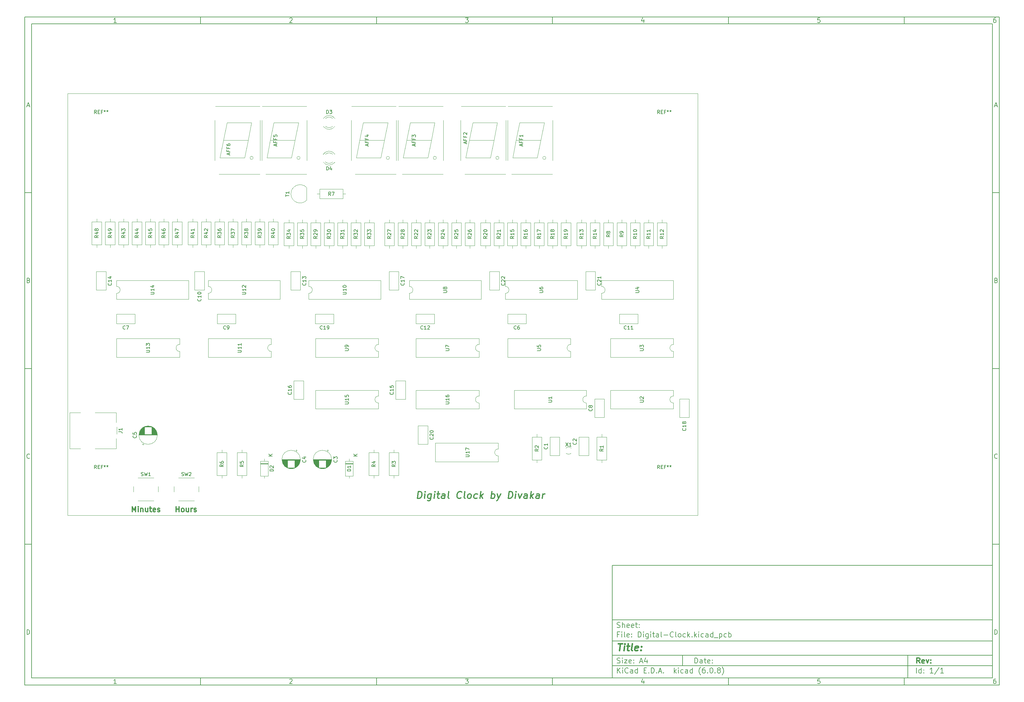
<source format=gbr>
G04 #@! TF.GenerationSoftware,KiCad,Pcbnew,(6.0.8)*
G04 #@! TF.CreationDate,2022-10-20T20:27:47+05:30*
G04 #@! TF.ProjectId,Digital-Clock,44696769-7461-46c2-9d43-6c6f636b2e6b,rev?*
G04 #@! TF.SameCoordinates,Original*
G04 #@! TF.FileFunction,Legend,Top*
G04 #@! TF.FilePolarity,Positive*
%FSLAX46Y46*%
G04 Gerber Fmt 4.6, Leading zero omitted, Abs format (unit mm)*
G04 Created by KiCad (PCBNEW (6.0.8)) date 2022-10-20 20:27:47*
%MOMM*%
%LPD*%
G01*
G04 APERTURE LIST*
%ADD10C,0.100000*%
%ADD11C,0.150000*%
%ADD12C,0.300000*%
%ADD13C,0.400000*%
G04 #@! TA.AperFunction,Profile*
%ADD14C,0.050000*%
G04 #@! TD*
%ADD15C,0.120000*%
G04 APERTURE END LIST*
D10*
D11*
X177002200Y-166007200D02*
X177002200Y-198007200D01*
X285002200Y-198007200D01*
X285002200Y-166007200D01*
X177002200Y-166007200D01*
D10*
D11*
X10000000Y-10000000D02*
X10000000Y-200007200D01*
X287002200Y-200007200D01*
X287002200Y-10000000D01*
X10000000Y-10000000D01*
D10*
D11*
X12000000Y-12000000D02*
X12000000Y-198007200D01*
X285002200Y-198007200D01*
X285002200Y-12000000D01*
X12000000Y-12000000D01*
D10*
D11*
X60000000Y-12000000D02*
X60000000Y-10000000D01*
D10*
D11*
X110000000Y-12000000D02*
X110000000Y-10000000D01*
D10*
D11*
X160000000Y-12000000D02*
X160000000Y-10000000D01*
D10*
D11*
X210000000Y-12000000D02*
X210000000Y-10000000D01*
D10*
D11*
X260000000Y-12000000D02*
X260000000Y-10000000D01*
D10*
D11*
X36065476Y-11588095D02*
X35322619Y-11588095D01*
X35694047Y-11588095D02*
X35694047Y-10288095D01*
X35570238Y-10473809D01*
X35446428Y-10597619D01*
X35322619Y-10659523D01*
D10*
D11*
X85322619Y-10411904D02*
X85384523Y-10350000D01*
X85508333Y-10288095D01*
X85817857Y-10288095D01*
X85941666Y-10350000D01*
X86003571Y-10411904D01*
X86065476Y-10535714D01*
X86065476Y-10659523D01*
X86003571Y-10845238D01*
X85260714Y-11588095D01*
X86065476Y-11588095D01*
D10*
D11*
X135260714Y-10288095D02*
X136065476Y-10288095D01*
X135632142Y-10783333D01*
X135817857Y-10783333D01*
X135941666Y-10845238D01*
X136003571Y-10907142D01*
X136065476Y-11030952D01*
X136065476Y-11340476D01*
X136003571Y-11464285D01*
X135941666Y-11526190D01*
X135817857Y-11588095D01*
X135446428Y-11588095D01*
X135322619Y-11526190D01*
X135260714Y-11464285D01*
D10*
D11*
X185941666Y-10721428D02*
X185941666Y-11588095D01*
X185632142Y-10226190D02*
X185322619Y-11154761D01*
X186127380Y-11154761D01*
D10*
D11*
X236003571Y-10288095D02*
X235384523Y-10288095D01*
X235322619Y-10907142D01*
X235384523Y-10845238D01*
X235508333Y-10783333D01*
X235817857Y-10783333D01*
X235941666Y-10845238D01*
X236003571Y-10907142D01*
X236065476Y-11030952D01*
X236065476Y-11340476D01*
X236003571Y-11464285D01*
X235941666Y-11526190D01*
X235817857Y-11588095D01*
X235508333Y-11588095D01*
X235384523Y-11526190D01*
X235322619Y-11464285D01*
D10*
D11*
X285941666Y-10288095D02*
X285694047Y-10288095D01*
X285570238Y-10350000D01*
X285508333Y-10411904D01*
X285384523Y-10597619D01*
X285322619Y-10845238D01*
X285322619Y-11340476D01*
X285384523Y-11464285D01*
X285446428Y-11526190D01*
X285570238Y-11588095D01*
X285817857Y-11588095D01*
X285941666Y-11526190D01*
X286003571Y-11464285D01*
X286065476Y-11340476D01*
X286065476Y-11030952D01*
X286003571Y-10907142D01*
X285941666Y-10845238D01*
X285817857Y-10783333D01*
X285570238Y-10783333D01*
X285446428Y-10845238D01*
X285384523Y-10907142D01*
X285322619Y-11030952D01*
D10*
D11*
X60000000Y-198007200D02*
X60000000Y-200007200D01*
D10*
D11*
X110000000Y-198007200D02*
X110000000Y-200007200D01*
D10*
D11*
X160000000Y-198007200D02*
X160000000Y-200007200D01*
D10*
D11*
X210000000Y-198007200D02*
X210000000Y-200007200D01*
D10*
D11*
X260000000Y-198007200D02*
X260000000Y-200007200D01*
D10*
D11*
X36065476Y-199595295D02*
X35322619Y-199595295D01*
X35694047Y-199595295D02*
X35694047Y-198295295D01*
X35570238Y-198481009D01*
X35446428Y-198604819D01*
X35322619Y-198666723D01*
D10*
D11*
X85322619Y-198419104D02*
X85384523Y-198357200D01*
X85508333Y-198295295D01*
X85817857Y-198295295D01*
X85941666Y-198357200D01*
X86003571Y-198419104D01*
X86065476Y-198542914D01*
X86065476Y-198666723D01*
X86003571Y-198852438D01*
X85260714Y-199595295D01*
X86065476Y-199595295D01*
D10*
D11*
X135260714Y-198295295D02*
X136065476Y-198295295D01*
X135632142Y-198790533D01*
X135817857Y-198790533D01*
X135941666Y-198852438D01*
X136003571Y-198914342D01*
X136065476Y-199038152D01*
X136065476Y-199347676D01*
X136003571Y-199471485D01*
X135941666Y-199533390D01*
X135817857Y-199595295D01*
X135446428Y-199595295D01*
X135322619Y-199533390D01*
X135260714Y-199471485D01*
D10*
D11*
X185941666Y-198728628D02*
X185941666Y-199595295D01*
X185632142Y-198233390D02*
X185322619Y-199161961D01*
X186127380Y-199161961D01*
D10*
D11*
X236003571Y-198295295D02*
X235384523Y-198295295D01*
X235322619Y-198914342D01*
X235384523Y-198852438D01*
X235508333Y-198790533D01*
X235817857Y-198790533D01*
X235941666Y-198852438D01*
X236003571Y-198914342D01*
X236065476Y-199038152D01*
X236065476Y-199347676D01*
X236003571Y-199471485D01*
X235941666Y-199533390D01*
X235817857Y-199595295D01*
X235508333Y-199595295D01*
X235384523Y-199533390D01*
X235322619Y-199471485D01*
D10*
D11*
X285941666Y-198295295D02*
X285694047Y-198295295D01*
X285570238Y-198357200D01*
X285508333Y-198419104D01*
X285384523Y-198604819D01*
X285322619Y-198852438D01*
X285322619Y-199347676D01*
X285384523Y-199471485D01*
X285446428Y-199533390D01*
X285570238Y-199595295D01*
X285817857Y-199595295D01*
X285941666Y-199533390D01*
X286003571Y-199471485D01*
X286065476Y-199347676D01*
X286065476Y-199038152D01*
X286003571Y-198914342D01*
X285941666Y-198852438D01*
X285817857Y-198790533D01*
X285570238Y-198790533D01*
X285446428Y-198852438D01*
X285384523Y-198914342D01*
X285322619Y-199038152D01*
D10*
D11*
X10000000Y-60000000D02*
X12000000Y-60000000D01*
D10*
D11*
X10000000Y-110000000D02*
X12000000Y-110000000D01*
D10*
D11*
X10000000Y-160000000D02*
X12000000Y-160000000D01*
D10*
D11*
X10690476Y-35216666D02*
X11309523Y-35216666D01*
X10566666Y-35588095D02*
X11000000Y-34288095D01*
X11433333Y-35588095D01*
D10*
D11*
X11092857Y-84907142D02*
X11278571Y-84969047D01*
X11340476Y-85030952D01*
X11402380Y-85154761D01*
X11402380Y-85340476D01*
X11340476Y-85464285D01*
X11278571Y-85526190D01*
X11154761Y-85588095D01*
X10659523Y-85588095D01*
X10659523Y-84288095D01*
X11092857Y-84288095D01*
X11216666Y-84350000D01*
X11278571Y-84411904D01*
X11340476Y-84535714D01*
X11340476Y-84659523D01*
X11278571Y-84783333D01*
X11216666Y-84845238D01*
X11092857Y-84907142D01*
X10659523Y-84907142D01*
D10*
D11*
X11402380Y-135464285D02*
X11340476Y-135526190D01*
X11154761Y-135588095D01*
X11030952Y-135588095D01*
X10845238Y-135526190D01*
X10721428Y-135402380D01*
X10659523Y-135278571D01*
X10597619Y-135030952D01*
X10597619Y-134845238D01*
X10659523Y-134597619D01*
X10721428Y-134473809D01*
X10845238Y-134350000D01*
X11030952Y-134288095D01*
X11154761Y-134288095D01*
X11340476Y-134350000D01*
X11402380Y-134411904D01*
D10*
D11*
X10659523Y-185588095D02*
X10659523Y-184288095D01*
X10969047Y-184288095D01*
X11154761Y-184350000D01*
X11278571Y-184473809D01*
X11340476Y-184597619D01*
X11402380Y-184845238D01*
X11402380Y-185030952D01*
X11340476Y-185278571D01*
X11278571Y-185402380D01*
X11154761Y-185526190D01*
X10969047Y-185588095D01*
X10659523Y-185588095D01*
D10*
D11*
X287002200Y-60000000D02*
X285002200Y-60000000D01*
D10*
D11*
X287002200Y-110000000D02*
X285002200Y-110000000D01*
D10*
D11*
X287002200Y-160000000D02*
X285002200Y-160000000D01*
D10*
D11*
X285692676Y-35216666D02*
X286311723Y-35216666D01*
X285568866Y-35588095D02*
X286002200Y-34288095D01*
X286435533Y-35588095D01*
D10*
D11*
X286095057Y-84907142D02*
X286280771Y-84969047D01*
X286342676Y-85030952D01*
X286404580Y-85154761D01*
X286404580Y-85340476D01*
X286342676Y-85464285D01*
X286280771Y-85526190D01*
X286156961Y-85588095D01*
X285661723Y-85588095D01*
X285661723Y-84288095D01*
X286095057Y-84288095D01*
X286218866Y-84350000D01*
X286280771Y-84411904D01*
X286342676Y-84535714D01*
X286342676Y-84659523D01*
X286280771Y-84783333D01*
X286218866Y-84845238D01*
X286095057Y-84907142D01*
X285661723Y-84907142D01*
D10*
D11*
X286404580Y-135464285D02*
X286342676Y-135526190D01*
X286156961Y-135588095D01*
X286033152Y-135588095D01*
X285847438Y-135526190D01*
X285723628Y-135402380D01*
X285661723Y-135278571D01*
X285599819Y-135030952D01*
X285599819Y-134845238D01*
X285661723Y-134597619D01*
X285723628Y-134473809D01*
X285847438Y-134350000D01*
X286033152Y-134288095D01*
X286156961Y-134288095D01*
X286342676Y-134350000D01*
X286404580Y-134411904D01*
D10*
D11*
X285661723Y-185588095D02*
X285661723Y-184288095D01*
X285971247Y-184288095D01*
X286156961Y-184350000D01*
X286280771Y-184473809D01*
X286342676Y-184597619D01*
X286404580Y-184845238D01*
X286404580Y-185030952D01*
X286342676Y-185278571D01*
X286280771Y-185402380D01*
X286156961Y-185526190D01*
X285971247Y-185588095D01*
X285661723Y-185588095D01*
D10*
D11*
X200434342Y-193785771D02*
X200434342Y-192285771D01*
X200791485Y-192285771D01*
X201005771Y-192357200D01*
X201148628Y-192500057D01*
X201220057Y-192642914D01*
X201291485Y-192928628D01*
X201291485Y-193142914D01*
X201220057Y-193428628D01*
X201148628Y-193571485D01*
X201005771Y-193714342D01*
X200791485Y-193785771D01*
X200434342Y-193785771D01*
X202577200Y-193785771D02*
X202577200Y-193000057D01*
X202505771Y-192857200D01*
X202362914Y-192785771D01*
X202077200Y-192785771D01*
X201934342Y-192857200D01*
X202577200Y-193714342D02*
X202434342Y-193785771D01*
X202077200Y-193785771D01*
X201934342Y-193714342D01*
X201862914Y-193571485D01*
X201862914Y-193428628D01*
X201934342Y-193285771D01*
X202077200Y-193214342D01*
X202434342Y-193214342D01*
X202577200Y-193142914D01*
X203077200Y-192785771D02*
X203648628Y-192785771D01*
X203291485Y-192285771D02*
X203291485Y-193571485D01*
X203362914Y-193714342D01*
X203505771Y-193785771D01*
X203648628Y-193785771D01*
X204720057Y-193714342D02*
X204577200Y-193785771D01*
X204291485Y-193785771D01*
X204148628Y-193714342D01*
X204077200Y-193571485D01*
X204077200Y-193000057D01*
X204148628Y-192857200D01*
X204291485Y-192785771D01*
X204577200Y-192785771D01*
X204720057Y-192857200D01*
X204791485Y-193000057D01*
X204791485Y-193142914D01*
X204077200Y-193285771D01*
X205434342Y-193642914D02*
X205505771Y-193714342D01*
X205434342Y-193785771D01*
X205362914Y-193714342D01*
X205434342Y-193642914D01*
X205434342Y-193785771D01*
X205434342Y-192857200D02*
X205505771Y-192928628D01*
X205434342Y-193000057D01*
X205362914Y-192928628D01*
X205434342Y-192857200D01*
X205434342Y-193000057D01*
D10*
D11*
X177002200Y-194507200D02*
X285002200Y-194507200D01*
D10*
D11*
X178434342Y-196585771D02*
X178434342Y-195085771D01*
X179291485Y-196585771D02*
X178648628Y-195728628D01*
X179291485Y-195085771D02*
X178434342Y-195942914D01*
X179934342Y-196585771D02*
X179934342Y-195585771D01*
X179934342Y-195085771D02*
X179862914Y-195157200D01*
X179934342Y-195228628D01*
X180005771Y-195157200D01*
X179934342Y-195085771D01*
X179934342Y-195228628D01*
X181505771Y-196442914D02*
X181434342Y-196514342D01*
X181220057Y-196585771D01*
X181077200Y-196585771D01*
X180862914Y-196514342D01*
X180720057Y-196371485D01*
X180648628Y-196228628D01*
X180577200Y-195942914D01*
X180577200Y-195728628D01*
X180648628Y-195442914D01*
X180720057Y-195300057D01*
X180862914Y-195157200D01*
X181077200Y-195085771D01*
X181220057Y-195085771D01*
X181434342Y-195157200D01*
X181505771Y-195228628D01*
X182791485Y-196585771D02*
X182791485Y-195800057D01*
X182720057Y-195657200D01*
X182577200Y-195585771D01*
X182291485Y-195585771D01*
X182148628Y-195657200D01*
X182791485Y-196514342D02*
X182648628Y-196585771D01*
X182291485Y-196585771D01*
X182148628Y-196514342D01*
X182077200Y-196371485D01*
X182077200Y-196228628D01*
X182148628Y-196085771D01*
X182291485Y-196014342D01*
X182648628Y-196014342D01*
X182791485Y-195942914D01*
X184148628Y-196585771D02*
X184148628Y-195085771D01*
X184148628Y-196514342D02*
X184005771Y-196585771D01*
X183720057Y-196585771D01*
X183577200Y-196514342D01*
X183505771Y-196442914D01*
X183434342Y-196300057D01*
X183434342Y-195871485D01*
X183505771Y-195728628D01*
X183577200Y-195657200D01*
X183720057Y-195585771D01*
X184005771Y-195585771D01*
X184148628Y-195657200D01*
X186005771Y-195800057D02*
X186505771Y-195800057D01*
X186720057Y-196585771D02*
X186005771Y-196585771D01*
X186005771Y-195085771D01*
X186720057Y-195085771D01*
X187362914Y-196442914D02*
X187434342Y-196514342D01*
X187362914Y-196585771D01*
X187291485Y-196514342D01*
X187362914Y-196442914D01*
X187362914Y-196585771D01*
X188077200Y-196585771D02*
X188077200Y-195085771D01*
X188434342Y-195085771D01*
X188648628Y-195157200D01*
X188791485Y-195300057D01*
X188862914Y-195442914D01*
X188934342Y-195728628D01*
X188934342Y-195942914D01*
X188862914Y-196228628D01*
X188791485Y-196371485D01*
X188648628Y-196514342D01*
X188434342Y-196585771D01*
X188077200Y-196585771D01*
X189577200Y-196442914D02*
X189648628Y-196514342D01*
X189577200Y-196585771D01*
X189505771Y-196514342D01*
X189577200Y-196442914D01*
X189577200Y-196585771D01*
X190220057Y-196157200D02*
X190934342Y-196157200D01*
X190077200Y-196585771D02*
X190577200Y-195085771D01*
X191077200Y-196585771D01*
X191577200Y-196442914D02*
X191648628Y-196514342D01*
X191577200Y-196585771D01*
X191505771Y-196514342D01*
X191577200Y-196442914D01*
X191577200Y-196585771D01*
X194577200Y-196585771D02*
X194577200Y-195085771D01*
X194720057Y-196014342D02*
X195148628Y-196585771D01*
X195148628Y-195585771D02*
X194577200Y-196157200D01*
X195791485Y-196585771D02*
X195791485Y-195585771D01*
X195791485Y-195085771D02*
X195720057Y-195157200D01*
X195791485Y-195228628D01*
X195862914Y-195157200D01*
X195791485Y-195085771D01*
X195791485Y-195228628D01*
X197148628Y-196514342D02*
X197005771Y-196585771D01*
X196720057Y-196585771D01*
X196577200Y-196514342D01*
X196505771Y-196442914D01*
X196434342Y-196300057D01*
X196434342Y-195871485D01*
X196505771Y-195728628D01*
X196577200Y-195657200D01*
X196720057Y-195585771D01*
X197005771Y-195585771D01*
X197148628Y-195657200D01*
X198434342Y-196585771D02*
X198434342Y-195800057D01*
X198362914Y-195657200D01*
X198220057Y-195585771D01*
X197934342Y-195585771D01*
X197791485Y-195657200D01*
X198434342Y-196514342D02*
X198291485Y-196585771D01*
X197934342Y-196585771D01*
X197791485Y-196514342D01*
X197720057Y-196371485D01*
X197720057Y-196228628D01*
X197791485Y-196085771D01*
X197934342Y-196014342D01*
X198291485Y-196014342D01*
X198434342Y-195942914D01*
X199791485Y-196585771D02*
X199791485Y-195085771D01*
X199791485Y-196514342D02*
X199648628Y-196585771D01*
X199362914Y-196585771D01*
X199220057Y-196514342D01*
X199148628Y-196442914D01*
X199077200Y-196300057D01*
X199077200Y-195871485D01*
X199148628Y-195728628D01*
X199220057Y-195657200D01*
X199362914Y-195585771D01*
X199648628Y-195585771D01*
X199791485Y-195657200D01*
X202077200Y-197157200D02*
X202005771Y-197085771D01*
X201862914Y-196871485D01*
X201791485Y-196728628D01*
X201720057Y-196514342D01*
X201648628Y-196157200D01*
X201648628Y-195871485D01*
X201720057Y-195514342D01*
X201791485Y-195300057D01*
X201862914Y-195157200D01*
X202005771Y-194942914D01*
X202077200Y-194871485D01*
X203291485Y-195085771D02*
X203005771Y-195085771D01*
X202862914Y-195157200D01*
X202791485Y-195228628D01*
X202648628Y-195442914D01*
X202577200Y-195728628D01*
X202577200Y-196300057D01*
X202648628Y-196442914D01*
X202720057Y-196514342D01*
X202862914Y-196585771D01*
X203148628Y-196585771D01*
X203291485Y-196514342D01*
X203362914Y-196442914D01*
X203434342Y-196300057D01*
X203434342Y-195942914D01*
X203362914Y-195800057D01*
X203291485Y-195728628D01*
X203148628Y-195657200D01*
X202862914Y-195657200D01*
X202720057Y-195728628D01*
X202648628Y-195800057D01*
X202577200Y-195942914D01*
X204077200Y-196442914D02*
X204148628Y-196514342D01*
X204077200Y-196585771D01*
X204005771Y-196514342D01*
X204077200Y-196442914D01*
X204077200Y-196585771D01*
X205077200Y-195085771D02*
X205220057Y-195085771D01*
X205362914Y-195157200D01*
X205434342Y-195228628D01*
X205505771Y-195371485D01*
X205577200Y-195657200D01*
X205577200Y-196014342D01*
X205505771Y-196300057D01*
X205434342Y-196442914D01*
X205362914Y-196514342D01*
X205220057Y-196585771D01*
X205077200Y-196585771D01*
X204934342Y-196514342D01*
X204862914Y-196442914D01*
X204791485Y-196300057D01*
X204720057Y-196014342D01*
X204720057Y-195657200D01*
X204791485Y-195371485D01*
X204862914Y-195228628D01*
X204934342Y-195157200D01*
X205077200Y-195085771D01*
X206220057Y-196442914D02*
X206291485Y-196514342D01*
X206220057Y-196585771D01*
X206148628Y-196514342D01*
X206220057Y-196442914D01*
X206220057Y-196585771D01*
X207148628Y-195728628D02*
X207005771Y-195657200D01*
X206934342Y-195585771D01*
X206862914Y-195442914D01*
X206862914Y-195371485D01*
X206934342Y-195228628D01*
X207005771Y-195157200D01*
X207148628Y-195085771D01*
X207434342Y-195085771D01*
X207577200Y-195157200D01*
X207648628Y-195228628D01*
X207720057Y-195371485D01*
X207720057Y-195442914D01*
X207648628Y-195585771D01*
X207577200Y-195657200D01*
X207434342Y-195728628D01*
X207148628Y-195728628D01*
X207005771Y-195800057D01*
X206934342Y-195871485D01*
X206862914Y-196014342D01*
X206862914Y-196300057D01*
X206934342Y-196442914D01*
X207005771Y-196514342D01*
X207148628Y-196585771D01*
X207434342Y-196585771D01*
X207577200Y-196514342D01*
X207648628Y-196442914D01*
X207720057Y-196300057D01*
X207720057Y-196014342D01*
X207648628Y-195871485D01*
X207577200Y-195800057D01*
X207434342Y-195728628D01*
X208220057Y-197157200D02*
X208291485Y-197085771D01*
X208434342Y-196871485D01*
X208505771Y-196728628D01*
X208577200Y-196514342D01*
X208648628Y-196157200D01*
X208648628Y-195871485D01*
X208577200Y-195514342D01*
X208505771Y-195300057D01*
X208434342Y-195157200D01*
X208291485Y-194942914D01*
X208220057Y-194871485D01*
D10*
D11*
X177002200Y-191507200D02*
X285002200Y-191507200D01*
D10*
D12*
X264411485Y-193785771D02*
X263911485Y-193071485D01*
X263554342Y-193785771D02*
X263554342Y-192285771D01*
X264125771Y-192285771D01*
X264268628Y-192357200D01*
X264340057Y-192428628D01*
X264411485Y-192571485D01*
X264411485Y-192785771D01*
X264340057Y-192928628D01*
X264268628Y-193000057D01*
X264125771Y-193071485D01*
X263554342Y-193071485D01*
X265625771Y-193714342D02*
X265482914Y-193785771D01*
X265197200Y-193785771D01*
X265054342Y-193714342D01*
X264982914Y-193571485D01*
X264982914Y-193000057D01*
X265054342Y-192857200D01*
X265197200Y-192785771D01*
X265482914Y-192785771D01*
X265625771Y-192857200D01*
X265697200Y-193000057D01*
X265697200Y-193142914D01*
X264982914Y-193285771D01*
X266197200Y-192785771D02*
X266554342Y-193785771D01*
X266911485Y-192785771D01*
X267482914Y-193642914D02*
X267554342Y-193714342D01*
X267482914Y-193785771D01*
X267411485Y-193714342D01*
X267482914Y-193642914D01*
X267482914Y-193785771D01*
X267482914Y-192857200D02*
X267554342Y-192928628D01*
X267482914Y-193000057D01*
X267411485Y-192928628D01*
X267482914Y-192857200D01*
X267482914Y-193000057D01*
D10*
D11*
X178362914Y-193714342D02*
X178577200Y-193785771D01*
X178934342Y-193785771D01*
X179077200Y-193714342D01*
X179148628Y-193642914D01*
X179220057Y-193500057D01*
X179220057Y-193357200D01*
X179148628Y-193214342D01*
X179077200Y-193142914D01*
X178934342Y-193071485D01*
X178648628Y-193000057D01*
X178505771Y-192928628D01*
X178434342Y-192857200D01*
X178362914Y-192714342D01*
X178362914Y-192571485D01*
X178434342Y-192428628D01*
X178505771Y-192357200D01*
X178648628Y-192285771D01*
X179005771Y-192285771D01*
X179220057Y-192357200D01*
X179862914Y-193785771D02*
X179862914Y-192785771D01*
X179862914Y-192285771D02*
X179791485Y-192357200D01*
X179862914Y-192428628D01*
X179934342Y-192357200D01*
X179862914Y-192285771D01*
X179862914Y-192428628D01*
X180434342Y-192785771D02*
X181220057Y-192785771D01*
X180434342Y-193785771D01*
X181220057Y-193785771D01*
X182362914Y-193714342D02*
X182220057Y-193785771D01*
X181934342Y-193785771D01*
X181791485Y-193714342D01*
X181720057Y-193571485D01*
X181720057Y-193000057D01*
X181791485Y-192857200D01*
X181934342Y-192785771D01*
X182220057Y-192785771D01*
X182362914Y-192857200D01*
X182434342Y-193000057D01*
X182434342Y-193142914D01*
X181720057Y-193285771D01*
X183077200Y-193642914D02*
X183148628Y-193714342D01*
X183077200Y-193785771D01*
X183005771Y-193714342D01*
X183077200Y-193642914D01*
X183077200Y-193785771D01*
X183077200Y-192857200D02*
X183148628Y-192928628D01*
X183077200Y-193000057D01*
X183005771Y-192928628D01*
X183077200Y-192857200D01*
X183077200Y-193000057D01*
X184862914Y-193357200D02*
X185577200Y-193357200D01*
X184720057Y-193785771D02*
X185220057Y-192285771D01*
X185720057Y-193785771D01*
X186862914Y-192785771D02*
X186862914Y-193785771D01*
X186505771Y-192214342D02*
X186148628Y-193285771D01*
X187077200Y-193285771D01*
D10*
D11*
X263434342Y-196585771D02*
X263434342Y-195085771D01*
X264791485Y-196585771D02*
X264791485Y-195085771D01*
X264791485Y-196514342D02*
X264648628Y-196585771D01*
X264362914Y-196585771D01*
X264220057Y-196514342D01*
X264148628Y-196442914D01*
X264077200Y-196300057D01*
X264077200Y-195871485D01*
X264148628Y-195728628D01*
X264220057Y-195657200D01*
X264362914Y-195585771D01*
X264648628Y-195585771D01*
X264791485Y-195657200D01*
X265505771Y-196442914D02*
X265577200Y-196514342D01*
X265505771Y-196585771D01*
X265434342Y-196514342D01*
X265505771Y-196442914D01*
X265505771Y-196585771D01*
X265505771Y-195657200D02*
X265577200Y-195728628D01*
X265505771Y-195800057D01*
X265434342Y-195728628D01*
X265505771Y-195657200D01*
X265505771Y-195800057D01*
X268148628Y-196585771D02*
X267291485Y-196585771D01*
X267720057Y-196585771D02*
X267720057Y-195085771D01*
X267577200Y-195300057D01*
X267434342Y-195442914D01*
X267291485Y-195514342D01*
X269862914Y-195014342D02*
X268577200Y-196942914D01*
X271148628Y-196585771D02*
X270291485Y-196585771D01*
X270720057Y-196585771D02*
X270720057Y-195085771D01*
X270577200Y-195300057D01*
X270434342Y-195442914D01*
X270291485Y-195514342D01*
D10*
D11*
X177002200Y-187507200D02*
X285002200Y-187507200D01*
D10*
D13*
X178714580Y-188211961D02*
X179857438Y-188211961D01*
X179036009Y-190211961D02*
X179286009Y-188211961D01*
X180274104Y-190211961D02*
X180440771Y-188878628D01*
X180524104Y-188211961D02*
X180416961Y-188307200D01*
X180500295Y-188402438D01*
X180607438Y-188307200D01*
X180524104Y-188211961D01*
X180500295Y-188402438D01*
X181107438Y-188878628D02*
X181869342Y-188878628D01*
X181476485Y-188211961D02*
X181262200Y-189926247D01*
X181333628Y-190116723D01*
X181512200Y-190211961D01*
X181702676Y-190211961D01*
X182655057Y-190211961D02*
X182476485Y-190116723D01*
X182405057Y-189926247D01*
X182619342Y-188211961D01*
X184190771Y-190116723D02*
X183988390Y-190211961D01*
X183607438Y-190211961D01*
X183428866Y-190116723D01*
X183357438Y-189926247D01*
X183452676Y-189164342D01*
X183571723Y-188973866D01*
X183774104Y-188878628D01*
X184155057Y-188878628D01*
X184333628Y-188973866D01*
X184405057Y-189164342D01*
X184381247Y-189354819D01*
X183405057Y-189545295D01*
X185155057Y-190021485D02*
X185238390Y-190116723D01*
X185131247Y-190211961D01*
X185047914Y-190116723D01*
X185155057Y-190021485D01*
X185131247Y-190211961D01*
X185286009Y-188973866D02*
X185369342Y-189069104D01*
X185262200Y-189164342D01*
X185178866Y-189069104D01*
X185286009Y-188973866D01*
X185262200Y-189164342D01*
D10*
D11*
X178934342Y-185600057D02*
X178434342Y-185600057D01*
X178434342Y-186385771D02*
X178434342Y-184885771D01*
X179148628Y-184885771D01*
X179720057Y-186385771D02*
X179720057Y-185385771D01*
X179720057Y-184885771D02*
X179648628Y-184957200D01*
X179720057Y-185028628D01*
X179791485Y-184957200D01*
X179720057Y-184885771D01*
X179720057Y-185028628D01*
X180648628Y-186385771D02*
X180505771Y-186314342D01*
X180434342Y-186171485D01*
X180434342Y-184885771D01*
X181791485Y-186314342D02*
X181648628Y-186385771D01*
X181362914Y-186385771D01*
X181220057Y-186314342D01*
X181148628Y-186171485D01*
X181148628Y-185600057D01*
X181220057Y-185457200D01*
X181362914Y-185385771D01*
X181648628Y-185385771D01*
X181791485Y-185457200D01*
X181862914Y-185600057D01*
X181862914Y-185742914D01*
X181148628Y-185885771D01*
X182505771Y-186242914D02*
X182577200Y-186314342D01*
X182505771Y-186385771D01*
X182434342Y-186314342D01*
X182505771Y-186242914D01*
X182505771Y-186385771D01*
X182505771Y-185457200D02*
X182577200Y-185528628D01*
X182505771Y-185600057D01*
X182434342Y-185528628D01*
X182505771Y-185457200D01*
X182505771Y-185600057D01*
X184362914Y-186385771D02*
X184362914Y-184885771D01*
X184720057Y-184885771D01*
X184934342Y-184957200D01*
X185077200Y-185100057D01*
X185148628Y-185242914D01*
X185220057Y-185528628D01*
X185220057Y-185742914D01*
X185148628Y-186028628D01*
X185077200Y-186171485D01*
X184934342Y-186314342D01*
X184720057Y-186385771D01*
X184362914Y-186385771D01*
X185862914Y-186385771D02*
X185862914Y-185385771D01*
X185862914Y-184885771D02*
X185791485Y-184957200D01*
X185862914Y-185028628D01*
X185934342Y-184957200D01*
X185862914Y-184885771D01*
X185862914Y-185028628D01*
X187220057Y-185385771D02*
X187220057Y-186600057D01*
X187148628Y-186742914D01*
X187077200Y-186814342D01*
X186934342Y-186885771D01*
X186720057Y-186885771D01*
X186577200Y-186814342D01*
X187220057Y-186314342D02*
X187077200Y-186385771D01*
X186791485Y-186385771D01*
X186648628Y-186314342D01*
X186577200Y-186242914D01*
X186505771Y-186100057D01*
X186505771Y-185671485D01*
X186577200Y-185528628D01*
X186648628Y-185457200D01*
X186791485Y-185385771D01*
X187077200Y-185385771D01*
X187220057Y-185457200D01*
X187934342Y-186385771D02*
X187934342Y-185385771D01*
X187934342Y-184885771D02*
X187862914Y-184957200D01*
X187934342Y-185028628D01*
X188005771Y-184957200D01*
X187934342Y-184885771D01*
X187934342Y-185028628D01*
X188434342Y-185385771D02*
X189005771Y-185385771D01*
X188648628Y-184885771D02*
X188648628Y-186171485D01*
X188720057Y-186314342D01*
X188862914Y-186385771D01*
X189005771Y-186385771D01*
X190148628Y-186385771D02*
X190148628Y-185600057D01*
X190077200Y-185457200D01*
X189934342Y-185385771D01*
X189648628Y-185385771D01*
X189505771Y-185457200D01*
X190148628Y-186314342D02*
X190005771Y-186385771D01*
X189648628Y-186385771D01*
X189505771Y-186314342D01*
X189434342Y-186171485D01*
X189434342Y-186028628D01*
X189505771Y-185885771D01*
X189648628Y-185814342D01*
X190005771Y-185814342D01*
X190148628Y-185742914D01*
X191077200Y-186385771D02*
X190934342Y-186314342D01*
X190862914Y-186171485D01*
X190862914Y-184885771D01*
X191648628Y-185814342D02*
X192791485Y-185814342D01*
X194362914Y-186242914D02*
X194291485Y-186314342D01*
X194077200Y-186385771D01*
X193934342Y-186385771D01*
X193720057Y-186314342D01*
X193577200Y-186171485D01*
X193505771Y-186028628D01*
X193434342Y-185742914D01*
X193434342Y-185528628D01*
X193505771Y-185242914D01*
X193577200Y-185100057D01*
X193720057Y-184957200D01*
X193934342Y-184885771D01*
X194077200Y-184885771D01*
X194291485Y-184957200D01*
X194362914Y-185028628D01*
X195220057Y-186385771D02*
X195077200Y-186314342D01*
X195005771Y-186171485D01*
X195005771Y-184885771D01*
X196005771Y-186385771D02*
X195862914Y-186314342D01*
X195791485Y-186242914D01*
X195720057Y-186100057D01*
X195720057Y-185671485D01*
X195791485Y-185528628D01*
X195862914Y-185457200D01*
X196005771Y-185385771D01*
X196220057Y-185385771D01*
X196362914Y-185457200D01*
X196434342Y-185528628D01*
X196505771Y-185671485D01*
X196505771Y-186100057D01*
X196434342Y-186242914D01*
X196362914Y-186314342D01*
X196220057Y-186385771D01*
X196005771Y-186385771D01*
X197791485Y-186314342D02*
X197648628Y-186385771D01*
X197362914Y-186385771D01*
X197220057Y-186314342D01*
X197148628Y-186242914D01*
X197077200Y-186100057D01*
X197077200Y-185671485D01*
X197148628Y-185528628D01*
X197220057Y-185457200D01*
X197362914Y-185385771D01*
X197648628Y-185385771D01*
X197791485Y-185457200D01*
X198434342Y-186385771D02*
X198434342Y-184885771D01*
X198577200Y-185814342D02*
X199005771Y-186385771D01*
X199005771Y-185385771D02*
X198434342Y-185957200D01*
X199648628Y-186242914D02*
X199720057Y-186314342D01*
X199648628Y-186385771D01*
X199577200Y-186314342D01*
X199648628Y-186242914D01*
X199648628Y-186385771D01*
X200362914Y-186385771D02*
X200362914Y-184885771D01*
X200505771Y-185814342D02*
X200934342Y-186385771D01*
X200934342Y-185385771D02*
X200362914Y-185957200D01*
X201577200Y-186385771D02*
X201577200Y-185385771D01*
X201577200Y-184885771D02*
X201505771Y-184957200D01*
X201577200Y-185028628D01*
X201648628Y-184957200D01*
X201577200Y-184885771D01*
X201577200Y-185028628D01*
X202934342Y-186314342D02*
X202791485Y-186385771D01*
X202505771Y-186385771D01*
X202362914Y-186314342D01*
X202291485Y-186242914D01*
X202220057Y-186100057D01*
X202220057Y-185671485D01*
X202291485Y-185528628D01*
X202362914Y-185457200D01*
X202505771Y-185385771D01*
X202791485Y-185385771D01*
X202934342Y-185457200D01*
X204220057Y-186385771D02*
X204220057Y-185600057D01*
X204148628Y-185457200D01*
X204005771Y-185385771D01*
X203720057Y-185385771D01*
X203577200Y-185457200D01*
X204220057Y-186314342D02*
X204077200Y-186385771D01*
X203720057Y-186385771D01*
X203577200Y-186314342D01*
X203505771Y-186171485D01*
X203505771Y-186028628D01*
X203577200Y-185885771D01*
X203720057Y-185814342D01*
X204077200Y-185814342D01*
X204220057Y-185742914D01*
X205577200Y-186385771D02*
X205577200Y-184885771D01*
X205577200Y-186314342D02*
X205434342Y-186385771D01*
X205148628Y-186385771D01*
X205005771Y-186314342D01*
X204934342Y-186242914D01*
X204862914Y-186100057D01*
X204862914Y-185671485D01*
X204934342Y-185528628D01*
X205005771Y-185457200D01*
X205148628Y-185385771D01*
X205434342Y-185385771D01*
X205577200Y-185457200D01*
X205934342Y-186528628D02*
X207077200Y-186528628D01*
X207434342Y-185385771D02*
X207434342Y-186885771D01*
X207434342Y-185457200D02*
X207577200Y-185385771D01*
X207862914Y-185385771D01*
X208005771Y-185457200D01*
X208077200Y-185528628D01*
X208148628Y-185671485D01*
X208148628Y-186100057D01*
X208077200Y-186242914D01*
X208005771Y-186314342D01*
X207862914Y-186385771D01*
X207577200Y-186385771D01*
X207434342Y-186314342D01*
X209434342Y-186314342D02*
X209291485Y-186385771D01*
X209005771Y-186385771D01*
X208862914Y-186314342D01*
X208791485Y-186242914D01*
X208720057Y-186100057D01*
X208720057Y-185671485D01*
X208791485Y-185528628D01*
X208862914Y-185457200D01*
X209005771Y-185385771D01*
X209291485Y-185385771D01*
X209434342Y-185457200D01*
X210077200Y-186385771D02*
X210077200Y-184885771D01*
X210077200Y-185457200D02*
X210220057Y-185385771D01*
X210505771Y-185385771D01*
X210648628Y-185457200D01*
X210720057Y-185528628D01*
X210791485Y-185671485D01*
X210791485Y-186100057D01*
X210720057Y-186242914D01*
X210648628Y-186314342D01*
X210505771Y-186385771D01*
X210220057Y-186385771D01*
X210077200Y-186314342D01*
D10*
D11*
X177002200Y-181507200D02*
X285002200Y-181507200D01*
D10*
D11*
X178362914Y-183614342D02*
X178577200Y-183685771D01*
X178934342Y-183685771D01*
X179077200Y-183614342D01*
X179148628Y-183542914D01*
X179220057Y-183400057D01*
X179220057Y-183257200D01*
X179148628Y-183114342D01*
X179077200Y-183042914D01*
X178934342Y-182971485D01*
X178648628Y-182900057D01*
X178505771Y-182828628D01*
X178434342Y-182757200D01*
X178362914Y-182614342D01*
X178362914Y-182471485D01*
X178434342Y-182328628D01*
X178505771Y-182257200D01*
X178648628Y-182185771D01*
X179005771Y-182185771D01*
X179220057Y-182257200D01*
X179862914Y-183685771D02*
X179862914Y-182185771D01*
X180505771Y-183685771D02*
X180505771Y-182900057D01*
X180434342Y-182757200D01*
X180291485Y-182685771D01*
X180077200Y-182685771D01*
X179934342Y-182757200D01*
X179862914Y-182828628D01*
X181791485Y-183614342D02*
X181648628Y-183685771D01*
X181362914Y-183685771D01*
X181220057Y-183614342D01*
X181148628Y-183471485D01*
X181148628Y-182900057D01*
X181220057Y-182757200D01*
X181362914Y-182685771D01*
X181648628Y-182685771D01*
X181791485Y-182757200D01*
X181862914Y-182900057D01*
X181862914Y-183042914D01*
X181148628Y-183185771D01*
X183077200Y-183614342D02*
X182934342Y-183685771D01*
X182648628Y-183685771D01*
X182505771Y-183614342D01*
X182434342Y-183471485D01*
X182434342Y-182900057D01*
X182505771Y-182757200D01*
X182648628Y-182685771D01*
X182934342Y-182685771D01*
X183077200Y-182757200D01*
X183148628Y-182900057D01*
X183148628Y-183042914D01*
X182434342Y-183185771D01*
X183577200Y-182685771D02*
X184148628Y-182685771D01*
X183791485Y-182185771D02*
X183791485Y-183471485D01*
X183862914Y-183614342D01*
X184005771Y-183685771D01*
X184148628Y-183685771D01*
X184648628Y-183542914D02*
X184720057Y-183614342D01*
X184648628Y-183685771D01*
X184577200Y-183614342D01*
X184648628Y-183542914D01*
X184648628Y-183685771D01*
X184648628Y-182757200D02*
X184720057Y-182828628D01*
X184648628Y-182900057D01*
X184577200Y-182828628D01*
X184648628Y-182757200D01*
X184648628Y-182900057D01*
D10*
D12*
D10*
D11*
D10*
D11*
D10*
D11*
D10*
D11*
D10*
D11*
X197002200Y-191507200D02*
X197002200Y-194507200D01*
D10*
D11*
X261002200Y-191507200D02*
X261002200Y-198007200D01*
D14*
X22225000Y-33655000D02*
X22225000Y-133350000D01*
X22225000Y-151765000D02*
X201295000Y-151765000D01*
X22225000Y-31750000D02*
X22225000Y-33655000D01*
X201295000Y-41910000D02*
X201295000Y-31750000D01*
X22225000Y-133350000D02*
X22225000Y-151765000D01*
X201295000Y-31750000D02*
X22225000Y-31750000D01*
X201295000Y-151765000D02*
X201295000Y-41910000D01*
D12*
X53022857Y-150758571D02*
X53022857Y-149258571D01*
X53022857Y-149972857D02*
X53880000Y-149972857D01*
X53880000Y-150758571D02*
X53880000Y-149258571D01*
X54808571Y-150758571D02*
X54665714Y-150687142D01*
X54594285Y-150615714D01*
X54522857Y-150472857D01*
X54522857Y-150044285D01*
X54594285Y-149901428D01*
X54665714Y-149830000D01*
X54808571Y-149758571D01*
X55022857Y-149758571D01*
X55165714Y-149830000D01*
X55237142Y-149901428D01*
X55308571Y-150044285D01*
X55308571Y-150472857D01*
X55237142Y-150615714D01*
X55165714Y-150687142D01*
X55022857Y-150758571D01*
X54808571Y-150758571D01*
X56594285Y-149758571D02*
X56594285Y-150758571D01*
X55951428Y-149758571D02*
X55951428Y-150544285D01*
X56022857Y-150687142D01*
X56165714Y-150758571D01*
X56380000Y-150758571D01*
X56522857Y-150687142D01*
X56594285Y-150615714D01*
X57308571Y-150758571D02*
X57308571Y-149758571D01*
X57308571Y-150044285D02*
X57380000Y-149901428D01*
X57451428Y-149830000D01*
X57594285Y-149758571D01*
X57737142Y-149758571D01*
X58165714Y-150687142D02*
X58308571Y-150758571D01*
X58594285Y-150758571D01*
X58737142Y-150687142D01*
X58808571Y-150544285D01*
X58808571Y-150472857D01*
X58737142Y-150330000D01*
X58594285Y-150258571D01*
X58380000Y-150258571D01*
X58237142Y-150187142D01*
X58165714Y-150044285D01*
X58165714Y-149972857D01*
X58237142Y-149830000D01*
X58380000Y-149758571D01*
X58594285Y-149758571D01*
X58737142Y-149830000D01*
X121605892Y-146954761D02*
X121855892Y-144954761D01*
X122332083Y-144954761D01*
X122605892Y-145050000D01*
X122772559Y-145240476D01*
X122843988Y-145430952D01*
X122891607Y-145811904D01*
X122855892Y-146097619D01*
X122713035Y-146478571D01*
X122593988Y-146669047D01*
X122379702Y-146859523D01*
X122082083Y-146954761D01*
X121605892Y-146954761D01*
X123605892Y-146954761D02*
X123772559Y-145621428D01*
X123855892Y-144954761D02*
X123748750Y-145050000D01*
X123832083Y-145145238D01*
X123939226Y-145050000D01*
X123855892Y-144954761D01*
X123832083Y-145145238D01*
X125582083Y-145621428D02*
X125379702Y-147240476D01*
X125260654Y-147430952D01*
X125153511Y-147526190D01*
X124951130Y-147621428D01*
X124665416Y-147621428D01*
X124486845Y-147526190D01*
X125427321Y-146859523D02*
X125224940Y-146954761D01*
X124843988Y-146954761D01*
X124665416Y-146859523D01*
X124582083Y-146764285D01*
X124510654Y-146573809D01*
X124582083Y-146002380D01*
X124701130Y-145811904D01*
X124808273Y-145716666D01*
X125010654Y-145621428D01*
X125391607Y-145621428D01*
X125570178Y-145716666D01*
X126367797Y-146954761D02*
X126534464Y-145621428D01*
X126617797Y-144954761D02*
X126510654Y-145050000D01*
X126593988Y-145145238D01*
X126701130Y-145050000D01*
X126617797Y-144954761D01*
X126593988Y-145145238D01*
X127201130Y-145621428D02*
X127963035Y-145621428D01*
X127570178Y-144954761D02*
X127355892Y-146669047D01*
X127427321Y-146859523D01*
X127605892Y-146954761D01*
X127796369Y-146954761D01*
X129320178Y-146954761D02*
X129451130Y-145907142D01*
X129379702Y-145716666D01*
X129201130Y-145621428D01*
X128820178Y-145621428D01*
X128617797Y-145716666D01*
X129332083Y-146859523D02*
X129129702Y-146954761D01*
X128653511Y-146954761D01*
X128474940Y-146859523D01*
X128403511Y-146669047D01*
X128427321Y-146478571D01*
X128546369Y-146288095D01*
X128748750Y-146192857D01*
X129224940Y-146192857D01*
X129427321Y-146097619D01*
X130558273Y-146954761D02*
X130379702Y-146859523D01*
X130308273Y-146669047D01*
X130522559Y-144954761D01*
X134010654Y-146764285D02*
X133903511Y-146859523D01*
X133605892Y-146954761D01*
X133415416Y-146954761D01*
X133141607Y-146859523D01*
X132974940Y-146669047D01*
X132903511Y-146478571D01*
X132855892Y-146097619D01*
X132891607Y-145811904D01*
X133034464Y-145430952D01*
X133153511Y-145240476D01*
X133367797Y-145050000D01*
X133665416Y-144954761D01*
X133855892Y-144954761D01*
X134129702Y-145050000D01*
X134213035Y-145145238D01*
X135129702Y-146954761D02*
X134951130Y-146859523D01*
X134879702Y-146669047D01*
X135093988Y-144954761D01*
X136177321Y-146954761D02*
X135998750Y-146859523D01*
X135915416Y-146764285D01*
X135843988Y-146573809D01*
X135915416Y-146002380D01*
X136034464Y-145811904D01*
X136141607Y-145716666D01*
X136343988Y-145621428D01*
X136629702Y-145621428D01*
X136808273Y-145716666D01*
X136891607Y-145811904D01*
X136963035Y-146002380D01*
X136891607Y-146573809D01*
X136772559Y-146764285D01*
X136665416Y-146859523D01*
X136463035Y-146954761D01*
X136177321Y-146954761D01*
X138570178Y-146859523D02*
X138367797Y-146954761D01*
X137986845Y-146954761D01*
X137808273Y-146859523D01*
X137724940Y-146764285D01*
X137653511Y-146573809D01*
X137724940Y-146002380D01*
X137843988Y-145811904D01*
X137951130Y-145716666D01*
X138153511Y-145621428D01*
X138534464Y-145621428D01*
X138713035Y-145716666D01*
X139415416Y-146954761D02*
X139665416Y-144954761D01*
X139701130Y-146192857D02*
X140177321Y-146954761D01*
X140343988Y-145621428D02*
X139486845Y-146383333D01*
X142558273Y-146954761D02*
X142808273Y-144954761D01*
X142713035Y-145716666D02*
X142915416Y-145621428D01*
X143296369Y-145621428D01*
X143474940Y-145716666D01*
X143558273Y-145811904D01*
X143629702Y-146002380D01*
X143558273Y-146573809D01*
X143439226Y-146764285D01*
X143332083Y-146859523D01*
X143129702Y-146954761D01*
X142748750Y-146954761D01*
X142570178Y-146859523D01*
X144343988Y-145621428D02*
X144653511Y-146954761D01*
X145296369Y-145621428D02*
X144653511Y-146954761D01*
X144403511Y-147430952D01*
X144296369Y-147526190D01*
X144093988Y-147621428D01*
X147415416Y-146954761D02*
X147665416Y-144954761D01*
X148141607Y-144954761D01*
X148415416Y-145050000D01*
X148582083Y-145240476D01*
X148653511Y-145430952D01*
X148701130Y-145811904D01*
X148665416Y-146097619D01*
X148522559Y-146478571D01*
X148403511Y-146669047D01*
X148189226Y-146859523D01*
X147891607Y-146954761D01*
X147415416Y-146954761D01*
X149415416Y-146954761D02*
X149582083Y-145621428D01*
X149665416Y-144954761D02*
X149558273Y-145050000D01*
X149641607Y-145145238D01*
X149748750Y-145050000D01*
X149665416Y-144954761D01*
X149641607Y-145145238D01*
X150343988Y-145621428D02*
X150653511Y-146954761D01*
X151296369Y-145621428D01*
X152748749Y-146954761D02*
X152879702Y-145907142D01*
X152808273Y-145716666D01*
X152629702Y-145621428D01*
X152248750Y-145621428D01*
X152046369Y-145716666D01*
X152760654Y-146859523D02*
X152558273Y-146954761D01*
X152082083Y-146954761D01*
X151903511Y-146859523D01*
X151832083Y-146669047D01*
X151855892Y-146478571D01*
X151974940Y-146288095D01*
X152177321Y-146192857D01*
X152653511Y-146192857D01*
X152855892Y-146097619D01*
X153701130Y-146954761D02*
X153951130Y-144954761D01*
X153986845Y-146192857D02*
X154463035Y-146954761D01*
X154629702Y-145621428D02*
X153772559Y-146383333D01*
X156177321Y-146954761D02*
X156308273Y-145907142D01*
X156236845Y-145716666D01*
X156058273Y-145621428D01*
X155677321Y-145621428D01*
X155474940Y-145716666D01*
X156189226Y-146859523D02*
X155986845Y-146954761D01*
X155510654Y-146954761D01*
X155332083Y-146859523D01*
X155260654Y-146669047D01*
X155284464Y-146478571D01*
X155403511Y-146288095D01*
X155605892Y-146192857D01*
X156082083Y-146192857D01*
X156284464Y-146097619D01*
X157129702Y-146954761D02*
X157296369Y-145621428D01*
X157248749Y-146002380D02*
X157367797Y-145811904D01*
X157474940Y-145716666D01*
X157677321Y-145621428D01*
X157867797Y-145621428D01*
X40557142Y-150758571D02*
X40557142Y-149258571D01*
X41057142Y-150330000D01*
X41557142Y-149258571D01*
X41557142Y-150758571D01*
X42271428Y-150758571D02*
X42271428Y-149758571D01*
X42271428Y-149258571D02*
X42200000Y-149330000D01*
X42271428Y-149401428D01*
X42342857Y-149330000D01*
X42271428Y-149258571D01*
X42271428Y-149401428D01*
X42985714Y-149758571D02*
X42985714Y-150758571D01*
X42985714Y-149901428D02*
X43057142Y-149830000D01*
X43200000Y-149758571D01*
X43414285Y-149758571D01*
X43557142Y-149830000D01*
X43628571Y-149972857D01*
X43628571Y-150758571D01*
X44985714Y-149758571D02*
X44985714Y-150758571D01*
X44342857Y-149758571D02*
X44342857Y-150544285D01*
X44414285Y-150687142D01*
X44557142Y-150758571D01*
X44771428Y-150758571D01*
X44914285Y-150687142D01*
X44985714Y-150615714D01*
X45485714Y-149758571D02*
X46057142Y-149758571D01*
X45700000Y-149258571D02*
X45700000Y-150544285D01*
X45771428Y-150687142D01*
X45914285Y-150758571D01*
X46057142Y-150758571D01*
X47128571Y-150687142D02*
X46985714Y-150758571D01*
X46700000Y-150758571D01*
X46557142Y-150687142D01*
X46485714Y-150544285D01*
X46485714Y-149972857D01*
X46557142Y-149830000D01*
X46700000Y-149758571D01*
X46985714Y-149758571D01*
X47128571Y-149830000D01*
X47200000Y-149972857D01*
X47200000Y-150115714D01*
X46485714Y-150258571D01*
X47771428Y-150687142D02*
X47914285Y-150758571D01*
X48200000Y-150758571D01*
X48342857Y-150687142D01*
X48414285Y-150544285D01*
X48414285Y-150472857D01*
X48342857Y-150330000D01*
X48200000Y-150258571D01*
X47985714Y-150258571D01*
X47842857Y-150187142D01*
X47771428Y-150044285D01*
X47771428Y-149972857D01*
X47842857Y-149830000D01*
X47985714Y-149758571D01*
X48200000Y-149758571D01*
X48342857Y-149830000D01*
D11*
X151296666Y-46656428D02*
X151296666Y-46180238D01*
X151582380Y-46751666D02*
X150582380Y-46418333D01*
X151582380Y-46085000D01*
X151058571Y-45418333D02*
X151058571Y-45751666D01*
X151582380Y-45751666D02*
X150582380Y-45751666D01*
X150582380Y-45275476D01*
X151058571Y-44561190D02*
X151058571Y-44894523D01*
X151582380Y-44894523D02*
X150582380Y-44894523D01*
X150582380Y-44418333D01*
X151582380Y-43513571D02*
X151582380Y-44085000D01*
X151582380Y-43799285D02*
X150582380Y-43799285D01*
X150725238Y-43894523D01*
X150820476Y-43989761D01*
X150868095Y-44085000D01*
X135421666Y-46021428D02*
X135421666Y-45545238D01*
X135707380Y-46116666D02*
X134707380Y-45783333D01*
X135707380Y-45450000D01*
X135183571Y-44783333D02*
X135183571Y-45116666D01*
X135707380Y-45116666D02*
X134707380Y-45116666D01*
X134707380Y-44640476D01*
X135183571Y-43926190D02*
X135183571Y-44259523D01*
X135707380Y-44259523D02*
X134707380Y-44259523D01*
X134707380Y-43783333D01*
X134802619Y-43450000D02*
X134755000Y-43402380D01*
X134707380Y-43307142D01*
X134707380Y-43069047D01*
X134755000Y-42973809D01*
X134802619Y-42926190D01*
X134897857Y-42878571D01*
X134993095Y-42878571D01*
X135135952Y-42926190D01*
X135707380Y-43497619D01*
X135707380Y-42878571D01*
X120816666Y-46656428D02*
X120816666Y-46180238D01*
X121102380Y-46751666D02*
X120102380Y-46418333D01*
X121102380Y-46085000D01*
X120578571Y-45418333D02*
X120578571Y-45751666D01*
X121102380Y-45751666D02*
X120102380Y-45751666D01*
X120102380Y-45275476D01*
X120578571Y-44561190D02*
X120578571Y-44894523D01*
X121102380Y-44894523D02*
X120102380Y-44894523D01*
X120102380Y-44418333D01*
X120102380Y-44132619D02*
X120102380Y-43513571D01*
X120483333Y-43846904D01*
X120483333Y-43704047D01*
X120530952Y-43608809D01*
X120578571Y-43561190D01*
X120673809Y-43513571D01*
X120911904Y-43513571D01*
X121007142Y-43561190D01*
X121054761Y-43608809D01*
X121102380Y-43704047D01*
X121102380Y-43989761D01*
X121054761Y-44085000D01*
X121007142Y-44132619D01*
X107481666Y-46656428D02*
X107481666Y-46180238D01*
X107767380Y-46751666D02*
X106767380Y-46418333D01*
X107767380Y-46085000D01*
X107243571Y-45418333D02*
X107243571Y-45751666D01*
X107767380Y-45751666D02*
X106767380Y-45751666D01*
X106767380Y-45275476D01*
X107243571Y-44561190D02*
X107243571Y-44894523D01*
X107767380Y-44894523D02*
X106767380Y-44894523D01*
X106767380Y-44418333D01*
X107100714Y-43608809D02*
X107767380Y-43608809D01*
X106719761Y-43846904D02*
X107434047Y-44085000D01*
X107434047Y-43465952D01*
X98722142Y-136036666D02*
X98769761Y-136084285D01*
X98817380Y-136227142D01*
X98817380Y-136322380D01*
X98769761Y-136465238D01*
X98674523Y-136560476D01*
X98579285Y-136608095D01*
X98388809Y-136655714D01*
X98245952Y-136655714D01*
X98055476Y-136608095D01*
X97960238Y-136560476D01*
X97865000Y-136465238D01*
X97817380Y-136322380D01*
X97817380Y-136227142D01*
X97865000Y-136084285D01*
X97912619Y-136036666D01*
X97817380Y-135703333D02*
X97817380Y-135084285D01*
X98198333Y-135417619D01*
X98198333Y-135274761D01*
X98245952Y-135179523D01*
X98293571Y-135131904D01*
X98388809Y-135084285D01*
X98626904Y-135084285D01*
X98722142Y-135131904D01*
X98769761Y-135179523D01*
X98817380Y-135274761D01*
X98817380Y-135560476D01*
X98769761Y-135655714D01*
X98722142Y-135703333D01*
X89832142Y-136036666D02*
X89879761Y-136084285D01*
X89927380Y-136227142D01*
X89927380Y-136322380D01*
X89879761Y-136465238D01*
X89784523Y-136560476D01*
X89689285Y-136608095D01*
X89498809Y-136655714D01*
X89355952Y-136655714D01*
X89165476Y-136608095D01*
X89070238Y-136560476D01*
X88975000Y-136465238D01*
X88927380Y-136322380D01*
X88927380Y-136227142D01*
X88975000Y-136084285D01*
X89022619Y-136036666D01*
X89260714Y-135179523D02*
X89927380Y-135179523D01*
X88879761Y-135417619D02*
X89594047Y-135655714D01*
X89594047Y-135036666D01*
X102687380Y-139168095D02*
X101687380Y-139168095D01*
X101687380Y-138930000D01*
X101735000Y-138787142D01*
X101830238Y-138691904D01*
X101925476Y-138644285D01*
X102115952Y-138596666D01*
X102258809Y-138596666D01*
X102449285Y-138644285D01*
X102544523Y-138691904D01*
X102639761Y-138787142D01*
X102687380Y-138930000D01*
X102687380Y-139168095D01*
X102687380Y-137644285D02*
X102687380Y-138215714D01*
X102687380Y-137930000D02*
X101687380Y-137930000D01*
X101830238Y-138025238D01*
X101925476Y-138120476D01*
X101973095Y-138215714D01*
X104487380Y-134881904D02*
X103487380Y-134881904D01*
X104487380Y-134310476D02*
X103915952Y-134739047D01*
X103487380Y-134310476D02*
X104058809Y-134881904D01*
X80677380Y-139168095D02*
X79677380Y-139168095D01*
X79677380Y-138930000D01*
X79725000Y-138787142D01*
X79820238Y-138691904D01*
X79915476Y-138644285D01*
X80105952Y-138596666D01*
X80248809Y-138596666D01*
X80439285Y-138644285D01*
X80534523Y-138691904D01*
X80629761Y-138787142D01*
X80677380Y-138930000D01*
X80677380Y-139168095D01*
X79772619Y-138215714D02*
X79725000Y-138168095D01*
X79677380Y-138072857D01*
X79677380Y-137834761D01*
X79725000Y-137739523D01*
X79772619Y-137691904D01*
X79867857Y-137644285D01*
X79963095Y-137644285D01*
X80105952Y-137691904D01*
X80677380Y-138263333D01*
X80677380Y-137644285D01*
X80357380Y-134881904D02*
X79357380Y-134881904D01*
X80357380Y-134310476D02*
X79785952Y-134739047D01*
X79357380Y-134310476D02*
X79928809Y-134881904D01*
X95781904Y-37497380D02*
X95781904Y-36497380D01*
X96020000Y-36497380D01*
X96162857Y-36545000D01*
X96258095Y-36640238D01*
X96305714Y-36735476D01*
X96353333Y-36925952D01*
X96353333Y-37068809D01*
X96305714Y-37259285D01*
X96258095Y-37354523D01*
X96162857Y-37449761D01*
X96020000Y-37497380D01*
X95781904Y-37497380D01*
X96686666Y-36497380D02*
X97305714Y-36497380D01*
X96972380Y-36878333D01*
X97115238Y-36878333D01*
X97210476Y-36925952D01*
X97258095Y-36973571D01*
X97305714Y-37068809D01*
X97305714Y-37306904D01*
X97258095Y-37402142D01*
X97210476Y-37449761D01*
X97115238Y-37497380D01*
X96829523Y-37497380D01*
X96734285Y-37449761D01*
X96686666Y-37402142D01*
X95781904Y-53577380D02*
X95781904Y-52577380D01*
X96020000Y-52577380D01*
X96162857Y-52625000D01*
X96258095Y-52720238D01*
X96305714Y-52815476D01*
X96353333Y-53005952D01*
X96353333Y-53148809D01*
X96305714Y-53339285D01*
X96258095Y-53434523D01*
X96162857Y-53529761D01*
X96020000Y-53577380D01*
X95781904Y-53577380D01*
X97210476Y-52910714D02*
X97210476Y-53577380D01*
X96972380Y-52529761D02*
X96734285Y-53244047D01*
X97353333Y-53244047D01*
X174442380Y-132881666D02*
X173966190Y-133215000D01*
X174442380Y-133453095D02*
X173442380Y-133453095D01*
X173442380Y-133072142D01*
X173490000Y-132976904D01*
X173537619Y-132929285D01*
X173632857Y-132881666D01*
X173775714Y-132881666D01*
X173870952Y-132929285D01*
X173918571Y-132976904D01*
X173966190Y-133072142D01*
X173966190Y-133453095D01*
X174442380Y-131929285D02*
X174442380Y-132500714D01*
X174442380Y-132215000D02*
X173442380Y-132215000D01*
X173585238Y-132310238D01*
X173680476Y-132405476D01*
X173728095Y-132500714D01*
X156027380Y-132881666D02*
X155551190Y-133215000D01*
X156027380Y-133453095D02*
X155027380Y-133453095D01*
X155027380Y-133072142D01*
X155075000Y-132976904D01*
X155122619Y-132929285D01*
X155217857Y-132881666D01*
X155360714Y-132881666D01*
X155455952Y-132929285D01*
X155503571Y-132976904D01*
X155551190Y-133072142D01*
X155551190Y-133453095D01*
X155122619Y-132500714D02*
X155075000Y-132453095D01*
X155027380Y-132357857D01*
X155027380Y-132119761D01*
X155075000Y-132024523D01*
X155122619Y-131976904D01*
X155217857Y-131929285D01*
X155313095Y-131929285D01*
X155455952Y-131976904D01*
X156027380Y-132548333D01*
X156027380Y-131929285D01*
X115387380Y-137326666D02*
X114911190Y-137660000D01*
X115387380Y-137898095D02*
X114387380Y-137898095D01*
X114387380Y-137517142D01*
X114435000Y-137421904D01*
X114482619Y-137374285D01*
X114577857Y-137326666D01*
X114720714Y-137326666D01*
X114815952Y-137374285D01*
X114863571Y-137421904D01*
X114911190Y-137517142D01*
X114911190Y-137898095D01*
X114387380Y-136993333D02*
X114387380Y-136374285D01*
X114768333Y-136707619D01*
X114768333Y-136564761D01*
X114815952Y-136469523D01*
X114863571Y-136421904D01*
X114958809Y-136374285D01*
X115196904Y-136374285D01*
X115292142Y-136421904D01*
X115339761Y-136469523D01*
X115387380Y-136564761D01*
X115387380Y-136850476D01*
X115339761Y-136945714D01*
X115292142Y-136993333D01*
X109672380Y-137326666D02*
X109196190Y-137660000D01*
X109672380Y-137898095D02*
X108672380Y-137898095D01*
X108672380Y-137517142D01*
X108720000Y-137421904D01*
X108767619Y-137374285D01*
X108862857Y-137326666D01*
X109005714Y-137326666D01*
X109100952Y-137374285D01*
X109148571Y-137421904D01*
X109196190Y-137517142D01*
X109196190Y-137898095D01*
X109005714Y-136469523D02*
X109672380Y-136469523D01*
X108624761Y-136707619D02*
X109339047Y-136945714D01*
X109339047Y-136326666D01*
X72207380Y-137326666D02*
X71731190Y-137660000D01*
X72207380Y-137898095D02*
X71207380Y-137898095D01*
X71207380Y-137517142D01*
X71255000Y-137421904D01*
X71302619Y-137374285D01*
X71397857Y-137326666D01*
X71540714Y-137326666D01*
X71635952Y-137374285D01*
X71683571Y-137421904D01*
X71731190Y-137517142D01*
X71731190Y-137898095D01*
X71207380Y-136421904D02*
X71207380Y-136898095D01*
X71683571Y-136945714D01*
X71635952Y-136898095D01*
X71588333Y-136802857D01*
X71588333Y-136564761D01*
X71635952Y-136469523D01*
X71683571Y-136421904D01*
X71778809Y-136374285D01*
X72016904Y-136374285D01*
X72112142Y-136421904D01*
X72159761Y-136469523D01*
X72207380Y-136564761D01*
X72207380Y-136802857D01*
X72159761Y-136898095D01*
X72112142Y-136945714D01*
X66492380Y-137326666D02*
X66016190Y-137660000D01*
X66492380Y-137898095D02*
X65492380Y-137898095D01*
X65492380Y-137517142D01*
X65540000Y-137421904D01*
X65587619Y-137374285D01*
X65682857Y-137326666D01*
X65825714Y-137326666D01*
X65920952Y-137374285D01*
X65968571Y-137421904D01*
X66016190Y-137517142D01*
X66016190Y-137898095D01*
X65492380Y-136469523D02*
X65492380Y-136660000D01*
X65540000Y-136755238D01*
X65587619Y-136802857D01*
X65730476Y-136898095D01*
X65920952Y-136945714D01*
X66301904Y-136945714D01*
X66397142Y-136898095D01*
X66444761Y-136850476D01*
X66492380Y-136755238D01*
X66492380Y-136564761D01*
X66444761Y-136469523D01*
X66397142Y-136421904D01*
X66301904Y-136374285D01*
X66063809Y-136374285D01*
X65968571Y-136421904D01*
X65920952Y-136469523D01*
X65873333Y-136564761D01*
X65873333Y-136755238D01*
X65920952Y-136850476D01*
X65968571Y-136898095D01*
X66063809Y-136945714D01*
X176347380Y-71921666D02*
X175871190Y-72255000D01*
X176347380Y-72493095D02*
X175347380Y-72493095D01*
X175347380Y-72112142D01*
X175395000Y-72016904D01*
X175442619Y-71969285D01*
X175537857Y-71921666D01*
X175680714Y-71921666D01*
X175775952Y-71969285D01*
X175823571Y-72016904D01*
X175871190Y-72112142D01*
X175871190Y-72493095D01*
X175775952Y-71350238D02*
X175728333Y-71445476D01*
X175680714Y-71493095D01*
X175585476Y-71540714D01*
X175537857Y-71540714D01*
X175442619Y-71493095D01*
X175395000Y-71445476D01*
X175347380Y-71350238D01*
X175347380Y-71159761D01*
X175395000Y-71064523D01*
X175442619Y-71016904D01*
X175537857Y-70969285D01*
X175585476Y-70969285D01*
X175680714Y-71016904D01*
X175728333Y-71064523D01*
X175775952Y-71159761D01*
X175775952Y-71350238D01*
X175823571Y-71445476D01*
X175871190Y-71493095D01*
X175966428Y-71540714D01*
X176156904Y-71540714D01*
X176252142Y-71493095D01*
X176299761Y-71445476D01*
X176347380Y-71350238D01*
X176347380Y-71159761D01*
X176299761Y-71064523D01*
X176252142Y-71016904D01*
X176156904Y-70969285D01*
X175966428Y-70969285D01*
X175871190Y-71016904D01*
X175823571Y-71064523D01*
X175775952Y-71159761D01*
X180157380Y-71921666D02*
X179681190Y-72255000D01*
X180157380Y-72493095D02*
X179157380Y-72493095D01*
X179157380Y-72112142D01*
X179205000Y-72016904D01*
X179252619Y-71969285D01*
X179347857Y-71921666D01*
X179490714Y-71921666D01*
X179585952Y-71969285D01*
X179633571Y-72016904D01*
X179681190Y-72112142D01*
X179681190Y-72493095D01*
X180157380Y-71445476D02*
X180157380Y-71255000D01*
X180109761Y-71159761D01*
X180062142Y-71112142D01*
X179919285Y-71016904D01*
X179728809Y-70969285D01*
X179347857Y-70969285D01*
X179252619Y-71016904D01*
X179205000Y-71064523D01*
X179157380Y-71159761D01*
X179157380Y-71350238D01*
X179205000Y-71445476D01*
X179252619Y-71493095D01*
X179347857Y-71540714D01*
X179585952Y-71540714D01*
X179681190Y-71493095D01*
X179728809Y-71445476D01*
X179776428Y-71350238D01*
X179776428Y-71159761D01*
X179728809Y-71064523D01*
X179681190Y-71016904D01*
X179585952Y-70969285D01*
X183967380Y-72397857D02*
X183491190Y-72731190D01*
X183967380Y-72969285D02*
X182967380Y-72969285D01*
X182967380Y-72588333D01*
X183015000Y-72493095D01*
X183062619Y-72445476D01*
X183157857Y-72397857D01*
X183300714Y-72397857D01*
X183395952Y-72445476D01*
X183443571Y-72493095D01*
X183491190Y-72588333D01*
X183491190Y-72969285D01*
X183967380Y-71445476D02*
X183967380Y-72016904D01*
X183967380Y-71731190D02*
X182967380Y-71731190D01*
X183110238Y-71826428D01*
X183205476Y-71921666D01*
X183253095Y-72016904D01*
X182967380Y-70826428D02*
X182967380Y-70731190D01*
X183015000Y-70635952D01*
X183062619Y-70588333D01*
X183157857Y-70540714D01*
X183348333Y-70493095D01*
X183586428Y-70493095D01*
X183776904Y-70540714D01*
X183872142Y-70588333D01*
X183919761Y-70635952D01*
X183967380Y-70731190D01*
X183967380Y-70826428D01*
X183919761Y-70921666D01*
X183872142Y-70969285D01*
X183776904Y-71016904D01*
X183586428Y-71064523D01*
X183348333Y-71064523D01*
X183157857Y-71016904D01*
X183062619Y-70969285D01*
X183015000Y-70921666D01*
X182967380Y-70826428D01*
X187777380Y-72397857D02*
X187301190Y-72731190D01*
X187777380Y-72969285D02*
X186777380Y-72969285D01*
X186777380Y-72588333D01*
X186825000Y-72493095D01*
X186872619Y-72445476D01*
X186967857Y-72397857D01*
X187110714Y-72397857D01*
X187205952Y-72445476D01*
X187253571Y-72493095D01*
X187301190Y-72588333D01*
X187301190Y-72969285D01*
X187777380Y-71445476D02*
X187777380Y-72016904D01*
X187777380Y-71731190D02*
X186777380Y-71731190D01*
X186920238Y-71826428D01*
X187015476Y-71921666D01*
X187063095Y-72016904D01*
X187777380Y-70493095D02*
X187777380Y-71064523D01*
X187777380Y-70778809D02*
X186777380Y-70778809D01*
X186920238Y-70874047D01*
X187015476Y-70969285D01*
X187063095Y-71064523D01*
X191587380Y-72397857D02*
X191111190Y-72731190D01*
X191587380Y-72969285D02*
X190587380Y-72969285D01*
X190587380Y-72588333D01*
X190635000Y-72493095D01*
X190682619Y-72445476D01*
X190777857Y-72397857D01*
X190920714Y-72397857D01*
X191015952Y-72445476D01*
X191063571Y-72493095D01*
X191111190Y-72588333D01*
X191111190Y-72969285D01*
X191587380Y-71445476D02*
X191587380Y-72016904D01*
X191587380Y-71731190D02*
X190587380Y-71731190D01*
X190730238Y-71826428D01*
X190825476Y-71921666D01*
X190873095Y-72016904D01*
X190682619Y-71064523D02*
X190635000Y-71016904D01*
X190587380Y-70921666D01*
X190587380Y-70683571D01*
X190635000Y-70588333D01*
X190682619Y-70540714D01*
X190777857Y-70493095D01*
X190873095Y-70493095D01*
X191015952Y-70540714D01*
X191587380Y-71112142D01*
X191587380Y-70493095D01*
X168727380Y-72397857D02*
X168251190Y-72731190D01*
X168727380Y-72969285D02*
X167727380Y-72969285D01*
X167727380Y-72588333D01*
X167775000Y-72493095D01*
X167822619Y-72445476D01*
X167917857Y-72397857D01*
X168060714Y-72397857D01*
X168155952Y-72445476D01*
X168203571Y-72493095D01*
X168251190Y-72588333D01*
X168251190Y-72969285D01*
X168727380Y-71445476D02*
X168727380Y-72016904D01*
X168727380Y-71731190D02*
X167727380Y-71731190D01*
X167870238Y-71826428D01*
X167965476Y-71921666D01*
X168013095Y-72016904D01*
X167727380Y-71112142D02*
X167727380Y-70493095D01*
X168108333Y-70826428D01*
X168108333Y-70683571D01*
X168155952Y-70588333D01*
X168203571Y-70540714D01*
X168298809Y-70493095D01*
X168536904Y-70493095D01*
X168632142Y-70540714D01*
X168679761Y-70588333D01*
X168727380Y-70683571D01*
X168727380Y-70969285D01*
X168679761Y-71064523D01*
X168632142Y-71112142D01*
X164282380Y-72397857D02*
X163806190Y-72731190D01*
X164282380Y-72969285D02*
X163282380Y-72969285D01*
X163282380Y-72588333D01*
X163330000Y-72493095D01*
X163377619Y-72445476D01*
X163472857Y-72397857D01*
X163615714Y-72397857D01*
X163710952Y-72445476D01*
X163758571Y-72493095D01*
X163806190Y-72588333D01*
X163806190Y-72969285D01*
X164282380Y-71445476D02*
X164282380Y-72016904D01*
X164282380Y-71731190D02*
X163282380Y-71731190D01*
X163425238Y-71826428D01*
X163520476Y-71921666D01*
X163568095Y-72016904D01*
X164282380Y-70969285D02*
X164282380Y-70778809D01*
X164234761Y-70683571D01*
X164187142Y-70635952D01*
X164044285Y-70540714D01*
X163853809Y-70493095D01*
X163472857Y-70493095D01*
X163377619Y-70540714D01*
X163330000Y-70588333D01*
X163282380Y-70683571D01*
X163282380Y-70874047D01*
X163330000Y-70969285D01*
X163377619Y-71016904D01*
X163472857Y-71064523D01*
X163710952Y-71064523D01*
X163806190Y-71016904D01*
X163853809Y-70969285D01*
X163901428Y-70874047D01*
X163901428Y-70683571D01*
X163853809Y-70588333D01*
X163806190Y-70540714D01*
X163710952Y-70493095D01*
X141422380Y-72397857D02*
X140946190Y-72731190D01*
X141422380Y-72969285D02*
X140422380Y-72969285D01*
X140422380Y-72588333D01*
X140470000Y-72493095D01*
X140517619Y-72445476D01*
X140612857Y-72397857D01*
X140755714Y-72397857D01*
X140850952Y-72445476D01*
X140898571Y-72493095D01*
X140946190Y-72588333D01*
X140946190Y-72969285D01*
X140517619Y-72016904D02*
X140470000Y-71969285D01*
X140422380Y-71874047D01*
X140422380Y-71635952D01*
X140470000Y-71540714D01*
X140517619Y-71493095D01*
X140612857Y-71445476D01*
X140708095Y-71445476D01*
X140850952Y-71493095D01*
X141422380Y-72064523D01*
X141422380Y-71445476D01*
X140422380Y-70826428D02*
X140422380Y-70731190D01*
X140470000Y-70635952D01*
X140517619Y-70588333D01*
X140612857Y-70540714D01*
X140803333Y-70493095D01*
X141041428Y-70493095D01*
X141231904Y-70540714D01*
X141327142Y-70588333D01*
X141374761Y-70635952D01*
X141422380Y-70731190D01*
X141422380Y-70826428D01*
X141374761Y-70921666D01*
X141327142Y-70969285D01*
X141231904Y-71016904D01*
X141041428Y-71064523D01*
X140803333Y-71064523D01*
X140612857Y-71016904D01*
X140517619Y-70969285D01*
X140470000Y-70921666D01*
X140422380Y-70826428D01*
X121737380Y-72397857D02*
X121261190Y-72731190D01*
X121737380Y-72969285D02*
X120737380Y-72969285D01*
X120737380Y-72588333D01*
X120785000Y-72493095D01*
X120832619Y-72445476D01*
X120927857Y-72397857D01*
X121070714Y-72397857D01*
X121165952Y-72445476D01*
X121213571Y-72493095D01*
X121261190Y-72588333D01*
X121261190Y-72969285D01*
X120832619Y-72016904D02*
X120785000Y-71969285D01*
X120737380Y-71874047D01*
X120737380Y-71635952D01*
X120785000Y-71540714D01*
X120832619Y-71493095D01*
X120927857Y-71445476D01*
X121023095Y-71445476D01*
X121165952Y-71493095D01*
X121737380Y-72064523D01*
X121737380Y-71445476D01*
X120832619Y-71064523D02*
X120785000Y-71016904D01*
X120737380Y-70921666D01*
X120737380Y-70683571D01*
X120785000Y-70588333D01*
X120832619Y-70540714D01*
X120927857Y-70493095D01*
X121023095Y-70493095D01*
X121165952Y-70540714D01*
X121737380Y-71112142D01*
X121737380Y-70493095D01*
X125547380Y-72397857D02*
X125071190Y-72731190D01*
X125547380Y-72969285D02*
X124547380Y-72969285D01*
X124547380Y-72588333D01*
X124595000Y-72493095D01*
X124642619Y-72445476D01*
X124737857Y-72397857D01*
X124880714Y-72397857D01*
X124975952Y-72445476D01*
X125023571Y-72493095D01*
X125071190Y-72588333D01*
X125071190Y-72969285D01*
X124642619Y-72016904D02*
X124595000Y-71969285D01*
X124547380Y-71874047D01*
X124547380Y-71635952D01*
X124595000Y-71540714D01*
X124642619Y-71493095D01*
X124737857Y-71445476D01*
X124833095Y-71445476D01*
X124975952Y-71493095D01*
X125547380Y-72064523D01*
X125547380Y-71445476D01*
X124547380Y-71112142D02*
X124547380Y-70493095D01*
X124928333Y-70826428D01*
X124928333Y-70683571D01*
X124975952Y-70588333D01*
X125023571Y-70540714D01*
X125118809Y-70493095D01*
X125356904Y-70493095D01*
X125452142Y-70540714D01*
X125499761Y-70588333D01*
X125547380Y-70683571D01*
X125547380Y-70969285D01*
X125499761Y-71064523D01*
X125452142Y-71112142D01*
X129357380Y-72397857D02*
X128881190Y-72731190D01*
X129357380Y-72969285D02*
X128357380Y-72969285D01*
X128357380Y-72588333D01*
X128405000Y-72493095D01*
X128452619Y-72445476D01*
X128547857Y-72397857D01*
X128690714Y-72397857D01*
X128785952Y-72445476D01*
X128833571Y-72493095D01*
X128881190Y-72588333D01*
X128881190Y-72969285D01*
X128452619Y-72016904D02*
X128405000Y-71969285D01*
X128357380Y-71874047D01*
X128357380Y-71635952D01*
X128405000Y-71540714D01*
X128452619Y-71493095D01*
X128547857Y-71445476D01*
X128643095Y-71445476D01*
X128785952Y-71493095D01*
X129357380Y-72064523D01*
X129357380Y-71445476D01*
X128690714Y-70588333D02*
X129357380Y-70588333D01*
X128309761Y-70826428D02*
X129024047Y-71064523D01*
X129024047Y-70445476D01*
X133167380Y-72397857D02*
X132691190Y-72731190D01*
X133167380Y-72969285D02*
X132167380Y-72969285D01*
X132167380Y-72588333D01*
X132215000Y-72493095D01*
X132262619Y-72445476D01*
X132357857Y-72397857D01*
X132500714Y-72397857D01*
X132595952Y-72445476D01*
X132643571Y-72493095D01*
X132691190Y-72588333D01*
X132691190Y-72969285D01*
X132262619Y-72016904D02*
X132215000Y-71969285D01*
X132167380Y-71874047D01*
X132167380Y-71635952D01*
X132215000Y-71540714D01*
X132262619Y-71493095D01*
X132357857Y-71445476D01*
X132453095Y-71445476D01*
X132595952Y-71493095D01*
X133167380Y-72064523D01*
X133167380Y-71445476D01*
X132167380Y-70540714D02*
X132167380Y-71016904D01*
X132643571Y-71064523D01*
X132595952Y-71016904D01*
X132548333Y-70921666D01*
X132548333Y-70683571D01*
X132595952Y-70588333D01*
X132643571Y-70540714D01*
X132738809Y-70493095D01*
X132976904Y-70493095D01*
X133072142Y-70540714D01*
X133119761Y-70588333D01*
X133167380Y-70683571D01*
X133167380Y-70921666D01*
X133119761Y-71016904D01*
X133072142Y-71064523D01*
X136977380Y-72397857D02*
X136501190Y-72731190D01*
X136977380Y-72969285D02*
X135977380Y-72969285D01*
X135977380Y-72588333D01*
X136025000Y-72493095D01*
X136072619Y-72445476D01*
X136167857Y-72397857D01*
X136310714Y-72397857D01*
X136405952Y-72445476D01*
X136453571Y-72493095D01*
X136501190Y-72588333D01*
X136501190Y-72969285D01*
X136072619Y-72016904D02*
X136025000Y-71969285D01*
X135977380Y-71874047D01*
X135977380Y-71635952D01*
X136025000Y-71540714D01*
X136072619Y-71493095D01*
X136167857Y-71445476D01*
X136263095Y-71445476D01*
X136405952Y-71493095D01*
X136977380Y-72064523D01*
X136977380Y-71445476D01*
X135977380Y-70588333D02*
X135977380Y-70778809D01*
X136025000Y-70874047D01*
X136072619Y-70921666D01*
X136215476Y-71016904D01*
X136405952Y-71064523D01*
X136786904Y-71064523D01*
X136882142Y-71016904D01*
X136929761Y-70969285D01*
X136977380Y-70874047D01*
X136977380Y-70683571D01*
X136929761Y-70588333D01*
X136882142Y-70540714D01*
X136786904Y-70493095D01*
X136548809Y-70493095D01*
X136453571Y-70540714D01*
X136405952Y-70588333D01*
X136358333Y-70683571D01*
X136358333Y-70874047D01*
X136405952Y-70969285D01*
X136453571Y-71016904D01*
X136548809Y-71064523D01*
X114117380Y-72397857D02*
X113641190Y-72731190D01*
X114117380Y-72969285D02*
X113117380Y-72969285D01*
X113117380Y-72588333D01*
X113165000Y-72493095D01*
X113212619Y-72445476D01*
X113307857Y-72397857D01*
X113450714Y-72397857D01*
X113545952Y-72445476D01*
X113593571Y-72493095D01*
X113641190Y-72588333D01*
X113641190Y-72969285D01*
X113212619Y-72016904D02*
X113165000Y-71969285D01*
X113117380Y-71874047D01*
X113117380Y-71635952D01*
X113165000Y-71540714D01*
X113212619Y-71493095D01*
X113307857Y-71445476D01*
X113403095Y-71445476D01*
X113545952Y-71493095D01*
X114117380Y-72064523D01*
X114117380Y-71445476D01*
X113117380Y-71112142D02*
X113117380Y-70445476D01*
X114117380Y-70874047D01*
X117927380Y-72397857D02*
X117451190Y-72731190D01*
X117927380Y-72969285D02*
X116927380Y-72969285D01*
X116927380Y-72588333D01*
X116975000Y-72493095D01*
X117022619Y-72445476D01*
X117117857Y-72397857D01*
X117260714Y-72397857D01*
X117355952Y-72445476D01*
X117403571Y-72493095D01*
X117451190Y-72588333D01*
X117451190Y-72969285D01*
X117022619Y-72016904D02*
X116975000Y-71969285D01*
X116927380Y-71874047D01*
X116927380Y-71635952D01*
X116975000Y-71540714D01*
X117022619Y-71493095D01*
X117117857Y-71445476D01*
X117213095Y-71445476D01*
X117355952Y-71493095D01*
X117927380Y-72064523D01*
X117927380Y-71445476D01*
X117355952Y-70874047D02*
X117308333Y-70969285D01*
X117260714Y-71016904D01*
X117165476Y-71064523D01*
X117117857Y-71064523D01*
X117022619Y-71016904D01*
X116975000Y-70969285D01*
X116927380Y-70874047D01*
X116927380Y-70683571D01*
X116975000Y-70588333D01*
X117022619Y-70540714D01*
X117117857Y-70493095D01*
X117165476Y-70493095D01*
X117260714Y-70540714D01*
X117308333Y-70588333D01*
X117355952Y-70683571D01*
X117355952Y-70874047D01*
X117403571Y-70969285D01*
X117451190Y-71016904D01*
X117546428Y-71064523D01*
X117736904Y-71064523D01*
X117832142Y-71016904D01*
X117879761Y-70969285D01*
X117927380Y-70874047D01*
X117927380Y-70683571D01*
X117879761Y-70588333D01*
X117832142Y-70540714D01*
X117736904Y-70493095D01*
X117546428Y-70493095D01*
X117451190Y-70540714D01*
X117403571Y-70588333D01*
X117355952Y-70683571D01*
X93162380Y-72397857D02*
X92686190Y-72731190D01*
X93162380Y-72969285D02*
X92162380Y-72969285D01*
X92162380Y-72588333D01*
X92210000Y-72493095D01*
X92257619Y-72445476D01*
X92352857Y-72397857D01*
X92495714Y-72397857D01*
X92590952Y-72445476D01*
X92638571Y-72493095D01*
X92686190Y-72588333D01*
X92686190Y-72969285D01*
X92257619Y-72016904D02*
X92210000Y-71969285D01*
X92162380Y-71874047D01*
X92162380Y-71635952D01*
X92210000Y-71540714D01*
X92257619Y-71493095D01*
X92352857Y-71445476D01*
X92448095Y-71445476D01*
X92590952Y-71493095D01*
X93162380Y-72064523D01*
X93162380Y-71445476D01*
X93162380Y-70969285D02*
X93162380Y-70778809D01*
X93114761Y-70683571D01*
X93067142Y-70635952D01*
X92924285Y-70540714D01*
X92733809Y-70493095D01*
X92352857Y-70493095D01*
X92257619Y-70540714D01*
X92210000Y-70588333D01*
X92162380Y-70683571D01*
X92162380Y-70874047D01*
X92210000Y-70969285D01*
X92257619Y-71016904D01*
X92352857Y-71064523D01*
X92590952Y-71064523D01*
X92686190Y-71016904D01*
X92733809Y-70969285D01*
X92781428Y-70874047D01*
X92781428Y-70683571D01*
X92733809Y-70588333D01*
X92686190Y-70540714D01*
X92590952Y-70493095D01*
X96972380Y-72397857D02*
X96496190Y-72731190D01*
X96972380Y-72969285D02*
X95972380Y-72969285D01*
X95972380Y-72588333D01*
X96020000Y-72493095D01*
X96067619Y-72445476D01*
X96162857Y-72397857D01*
X96305714Y-72397857D01*
X96400952Y-72445476D01*
X96448571Y-72493095D01*
X96496190Y-72588333D01*
X96496190Y-72969285D01*
X95972380Y-72064523D02*
X95972380Y-71445476D01*
X96353333Y-71778809D01*
X96353333Y-71635952D01*
X96400952Y-71540714D01*
X96448571Y-71493095D01*
X96543809Y-71445476D01*
X96781904Y-71445476D01*
X96877142Y-71493095D01*
X96924761Y-71540714D01*
X96972380Y-71635952D01*
X96972380Y-71921666D01*
X96924761Y-72016904D01*
X96877142Y-72064523D01*
X95972380Y-70826428D02*
X95972380Y-70731190D01*
X96020000Y-70635952D01*
X96067619Y-70588333D01*
X96162857Y-70540714D01*
X96353333Y-70493095D01*
X96591428Y-70493095D01*
X96781904Y-70540714D01*
X96877142Y-70588333D01*
X96924761Y-70635952D01*
X96972380Y-70731190D01*
X96972380Y-70826428D01*
X96924761Y-70921666D01*
X96877142Y-70969285D01*
X96781904Y-71016904D01*
X96591428Y-71064523D01*
X96353333Y-71064523D01*
X96162857Y-71016904D01*
X96067619Y-70969285D01*
X96020000Y-70921666D01*
X95972380Y-70826428D01*
X100782380Y-72397857D02*
X100306190Y-72731190D01*
X100782380Y-72969285D02*
X99782380Y-72969285D01*
X99782380Y-72588333D01*
X99830000Y-72493095D01*
X99877619Y-72445476D01*
X99972857Y-72397857D01*
X100115714Y-72397857D01*
X100210952Y-72445476D01*
X100258571Y-72493095D01*
X100306190Y-72588333D01*
X100306190Y-72969285D01*
X99782380Y-72064523D02*
X99782380Y-71445476D01*
X100163333Y-71778809D01*
X100163333Y-71635952D01*
X100210952Y-71540714D01*
X100258571Y-71493095D01*
X100353809Y-71445476D01*
X100591904Y-71445476D01*
X100687142Y-71493095D01*
X100734761Y-71540714D01*
X100782380Y-71635952D01*
X100782380Y-71921666D01*
X100734761Y-72016904D01*
X100687142Y-72064523D01*
X100782380Y-70493095D02*
X100782380Y-71064523D01*
X100782380Y-70778809D02*
X99782380Y-70778809D01*
X99925238Y-70874047D01*
X100020476Y-70969285D01*
X100068095Y-71064523D01*
X104592380Y-72397857D02*
X104116190Y-72731190D01*
X104592380Y-72969285D02*
X103592380Y-72969285D01*
X103592380Y-72588333D01*
X103640000Y-72493095D01*
X103687619Y-72445476D01*
X103782857Y-72397857D01*
X103925714Y-72397857D01*
X104020952Y-72445476D01*
X104068571Y-72493095D01*
X104116190Y-72588333D01*
X104116190Y-72969285D01*
X103592380Y-72064523D02*
X103592380Y-71445476D01*
X103973333Y-71778809D01*
X103973333Y-71635952D01*
X104020952Y-71540714D01*
X104068571Y-71493095D01*
X104163809Y-71445476D01*
X104401904Y-71445476D01*
X104497142Y-71493095D01*
X104544761Y-71540714D01*
X104592380Y-71635952D01*
X104592380Y-71921666D01*
X104544761Y-72016904D01*
X104497142Y-72064523D01*
X103687619Y-71064523D02*
X103640000Y-71016904D01*
X103592380Y-70921666D01*
X103592380Y-70683571D01*
X103640000Y-70588333D01*
X103687619Y-70540714D01*
X103782857Y-70493095D01*
X103878095Y-70493095D01*
X104020952Y-70540714D01*
X104592380Y-71112142D01*
X104592380Y-70493095D01*
X85542380Y-72397857D02*
X85066190Y-72731190D01*
X85542380Y-72969285D02*
X84542380Y-72969285D01*
X84542380Y-72588333D01*
X84590000Y-72493095D01*
X84637619Y-72445476D01*
X84732857Y-72397857D01*
X84875714Y-72397857D01*
X84970952Y-72445476D01*
X85018571Y-72493095D01*
X85066190Y-72588333D01*
X85066190Y-72969285D01*
X84542380Y-72064523D02*
X84542380Y-71445476D01*
X84923333Y-71778809D01*
X84923333Y-71635952D01*
X84970952Y-71540714D01*
X85018571Y-71493095D01*
X85113809Y-71445476D01*
X85351904Y-71445476D01*
X85447142Y-71493095D01*
X85494761Y-71540714D01*
X85542380Y-71635952D01*
X85542380Y-71921666D01*
X85494761Y-72016904D01*
X85447142Y-72064523D01*
X84875714Y-70588333D02*
X85542380Y-70588333D01*
X84494761Y-70826428D02*
X85209047Y-71064523D01*
X85209047Y-70445476D01*
X89352380Y-72397857D02*
X88876190Y-72731190D01*
X89352380Y-72969285D02*
X88352380Y-72969285D01*
X88352380Y-72588333D01*
X88400000Y-72493095D01*
X88447619Y-72445476D01*
X88542857Y-72397857D01*
X88685714Y-72397857D01*
X88780952Y-72445476D01*
X88828571Y-72493095D01*
X88876190Y-72588333D01*
X88876190Y-72969285D01*
X88352380Y-72064523D02*
X88352380Y-71445476D01*
X88733333Y-71778809D01*
X88733333Y-71635952D01*
X88780952Y-71540714D01*
X88828571Y-71493095D01*
X88923809Y-71445476D01*
X89161904Y-71445476D01*
X89257142Y-71493095D01*
X89304761Y-71540714D01*
X89352380Y-71635952D01*
X89352380Y-71921666D01*
X89304761Y-72016904D01*
X89257142Y-72064523D01*
X88352380Y-70540714D02*
X88352380Y-71016904D01*
X88828571Y-71064523D01*
X88780952Y-71016904D01*
X88733333Y-70921666D01*
X88733333Y-70683571D01*
X88780952Y-70588333D01*
X88828571Y-70540714D01*
X88923809Y-70493095D01*
X89161904Y-70493095D01*
X89257142Y-70540714D01*
X89304761Y-70588333D01*
X89352380Y-70683571D01*
X89352380Y-70921666D01*
X89304761Y-71016904D01*
X89257142Y-71064523D01*
X34742380Y-72145606D02*
X34266190Y-72478939D01*
X34742380Y-72717034D02*
X33742380Y-72717034D01*
X33742380Y-72336082D01*
X33790000Y-72240844D01*
X33837619Y-72193225D01*
X33932857Y-72145606D01*
X34075714Y-72145606D01*
X34170952Y-72193225D01*
X34218571Y-72240844D01*
X34266190Y-72336082D01*
X34266190Y-72717034D01*
X34075714Y-71288463D02*
X34742380Y-71288463D01*
X33694761Y-71526558D02*
X34409047Y-71764653D01*
X34409047Y-71145606D01*
X34742380Y-70717034D02*
X34742380Y-70526558D01*
X34694761Y-70431320D01*
X34647142Y-70383701D01*
X34504285Y-70288463D01*
X34313809Y-70240844D01*
X33932857Y-70240844D01*
X33837619Y-70288463D01*
X33790000Y-70336082D01*
X33742380Y-70431320D01*
X33742380Y-70621796D01*
X33790000Y-70717034D01*
X33837619Y-70764653D01*
X33932857Y-70812272D01*
X34170952Y-70812272D01*
X34266190Y-70764653D01*
X34313809Y-70717034D01*
X34361428Y-70621796D01*
X34361428Y-70431320D01*
X34313809Y-70336082D01*
X34266190Y-70288463D01*
X34170952Y-70240844D01*
X84157380Y-61086904D02*
X84157380Y-60515476D01*
X85157380Y-60801190D02*
X84157380Y-60801190D01*
X85157380Y-59658333D02*
X85157380Y-60229761D01*
X85157380Y-59944047D02*
X84157380Y-59944047D01*
X84300238Y-60039285D01*
X84395476Y-60134523D01*
X84443095Y-60229761D01*
X158837380Y-119571904D02*
X159646904Y-119571904D01*
X159742142Y-119524285D01*
X159789761Y-119476666D01*
X159837380Y-119381428D01*
X159837380Y-119190952D01*
X159789761Y-119095714D01*
X159742142Y-119048095D01*
X159646904Y-119000476D01*
X158837380Y-119000476D01*
X159837380Y-118000476D02*
X159837380Y-118571904D01*
X159837380Y-118286190D02*
X158837380Y-118286190D01*
X158980238Y-118381428D01*
X159075476Y-118476666D01*
X159123095Y-118571904D01*
X184872380Y-119571904D02*
X185681904Y-119571904D01*
X185777142Y-119524285D01*
X185824761Y-119476666D01*
X185872380Y-119381428D01*
X185872380Y-119190952D01*
X185824761Y-119095714D01*
X185777142Y-119048095D01*
X185681904Y-119000476D01*
X184872380Y-119000476D01*
X184967619Y-118571904D02*
X184920000Y-118524285D01*
X184872380Y-118429047D01*
X184872380Y-118190952D01*
X184920000Y-118095714D01*
X184967619Y-118048095D01*
X185062857Y-118000476D01*
X185158095Y-118000476D01*
X185300952Y-118048095D01*
X185872380Y-118619523D01*
X185872380Y-118000476D01*
X184872380Y-104901904D02*
X185681904Y-104901904D01*
X185777142Y-104854285D01*
X185824761Y-104806666D01*
X185872380Y-104711428D01*
X185872380Y-104520952D01*
X185824761Y-104425714D01*
X185777142Y-104378095D01*
X185681904Y-104330476D01*
X184872380Y-104330476D01*
X184872380Y-103949523D02*
X184872380Y-103330476D01*
X185253333Y-103663809D01*
X185253333Y-103520952D01*
X185300952Y-103425714D01*
X185348571Y-103378095D01*
X185443809Y-103330476D01*
X185681904Y-103330476D01*
X185777142Y-103378095D01*
X185824761Y-103425714D01*
X185872380Y-103520952D01*
X185872380Y-103806666D01*
X185824761Y-103901904D01*
X185777142Y-103949523D01*
X183602380Y-88391904D02*
X184411904Y-88391904D01*
X184507142Y-88344285D01*
X184554761Y-88296666D01*
X184602380Y-88201428D01*
X184602380Y-88010952D01*
X184554761Y-87915714D01*
X184507142Y-87868095D01*
X184411904Y-87820476D01*
X183602380Y-87820476D01*
X183935714Y-86915714D02*
X184602380Y-86915714D01*
X183554761Y-87153809D02*
X184269047Y-87391904D01*
X184269047Y-86772857D01*
X129627380Y-104901904D02*
X130436904Y-104901904D01*
X130532142Y-104854285D01*
X130579761Y-104806666D01*
X130627380Y-104711428D01*
X130627380Y-104520952D01*
X130579761Y-104425714D01*
X130532142Y-104378095D01*
X130436904Y-104330476D01*
X129627380Y-104330476D01*
X129627380Y-103949523D02*
X129627380Y-103282857D01*
X130627380Y-103711428D01*
X128992380Y-88391904D02*
X129801904Y-88391904D01*
X129897142Y-88344285D01*
X129944761Y-88296666D01*
X129992380Y-88201428D01*
X129992380Y-88010952D01*
X129944761Y-87915714D01*
X129897142Y-87868095D01*
X129801904Y-87820476D01*
X128992380Y-87820476D01*
X129420952Y-87201428D02*
X129373333Y-87296666D01*
X129325714Y-87344285D01*
X129230476Y-87391904D01*
X129182857Y-87391904D01*
X129087619Y-87344285D01*
X129040000Y-87296666D01*
X128992380Y-87201428D01*
X128992380Y-87010952D01*
X129040000Y-86915714D01*
X129087619Y-86868095D01*
X129182857Y-86820476D01*
X129230476Y-86820476D01*
X129325714Y-86868095D01*
X129373333Y-86915714D01*
X129420952Y-87010952D01*
X129420952Y-87201428D01*
X129468571Y-87296666D01*
X129516190Y-87344285D01*
X129611428Y-87391904D01*
X129801904Y-87391904D01*
X129897142Y-87344285D01*
X129944761Y-87296666D01*
X129992380Y-87201428D01*
X129992380Y-87010952D01*
X129944761Y-86915714D01*
X129897142Y-86868095D01*
X129801904Y-86820476D01*
X129611428Y-86820476D01*
X129516190Y-86868095D01*
X129468571Y-86915714D01*
X129420952Y-87010952D01*
X101052380Y-104901904D02*
X101861904Y-104901904D01*
X101957142Y-104854285D01*
X102004761Y-104806666D01*
X102052380Y-104711428D01*
X102052380Y-104520952D01*
X102004761Y-104425714D01*
X101957142Y-104378095D01*
X101861904Y-104330476D01*
X101052380Y-104330476D01*
X102052380Y-103806666D02*
X102052380Y-103616190D01*
X102004761Y-103520952D01*
X101957142Y-103473333D01*
X101814285Y-103378095D01*
X101623809Y-103330476D01*
X101242857Y-103330476D01*
X101147619Y-103378095D01*
X101100000Y-103425714D01*
X101052380Y-103520952D01*
X101052380Y-103711428D01*
X101100000Y-103806666D01*
X101147619Y-103854285D01*
X101242857Y-103901904D01*
X101480952Y-103901904D01*
X101576190Y-103854285D01*
X101623809Y-103806666D01*
X101671428Y-103711428D01*
X101671428Y-103520952D01*
X101623809Y-103425714D01*
X101576190Y-103378095D01*
X101480952Y-103330476D01*
X100417380Y-88868095D02*
X101226904Y-88868095D01*
X101322142Y-88820476D01*
X101369761Y-88772857D01*
X101417380Y-88677619D01*
X101417380Y-88487142D01*
X101369761Y-88391904D01*
X101322142Y-88344285D01*
X101226904Y-88296666D01*
X100417380Y-88296666D01*
X101417380Y-87296666D02*
X101417380Y-87868095D01*
X101417380Y-87582380D02*
X100417380Y-87582380D01*
X100560238Y-87677619D01*
X100655476Y-87772857D01*
X100703095Y-87868095D01*
X100417380Y-86677619D02*
X100417380Y-86582380D01*
X100465000Y-86487142D01*
X100512619Y-86439523D01*
X100607857Y-86391904D01*
X100798333Y-86344285D01*
X101036428Y-86344285D01*
X101226904Y-86391904D01*
X101322142Y-86439523D01*
X101369761Y-86487142D01*
X101417380Y-86582380D01*
X101417380Y-86677619D01*
X101369761Y-86772857D01*
X101322142Y-86820476D01*
X101226904Y-86868095D01*
X101036428Y-86915714D01*
X100798333Y-86915714D01*
X100607857Y-86868095D01*
X100512619Y-86820476D01*
X100465000Y-86772857D01*
X100417380Y-86677619D01*
X45807380Y-88868095D02*
X46616904Y-88868095D01*
X46712142Y-88820476D01*
X46759761Y-88772857D01*
X46807380Y-88677619D01*
X46807380Y-88487142D01*
X46759761Y-88391904D01*
X46712142Y-88344285D01*
X46616904Y-88296666D01*
X45807380Y-88296666D01*
X46807380Y-87296666D02*
X46807380Y-87868095D01*
X46807380Y-87582380D02*
X45807380Y-87582380D01*
X45950238Y-87677619D01*
X46045476Y-87772857D01*
X46093095Y-87868095D01*
X46140714Y-86439523D02*
X46807380Y-86439523D01*
X45759761Y-86677619D02*
X46474047Y-86915714D01*
X46474047Y-86296666D01*
X101052380Y-120048095D02*
X101861904Y-120048095D01*
X101957142Y-120000476D01*
X102004761Y-119952857D01*
X102052380Y-119857619D01*
X102052380Y-119667142D01*
X102004761Y-119571904D01*
X101957142Y-119524285D01*
X101861904Y-119476666D01*
X101052380Y-119476666D01*
X102052380Y-118476666D02*
X102052380Y-119048095D01*
X102052380Y-118762380D02*
X101052380Y-118762380D01*
X101195238Y-118857619D01*
X101290476Y-118952857D01*
X101338095Y-119048095D01*
X101052380Y-117571904D02*
X101052380Y-118048095D01*
X101528571Y-118095714D01*
X101480952Y-118048095D01*
X101433333Y-117952857D01*
X101433333Y-117714761D01*
X101480952Y-117619523D01*
X101528571Y-117571904D01*
X101623809Y-117524285D01*
X101861904Y-117524285D01*
X101957142Y-117571904D01*
X102004761Y-117619523D01*
X102052380Y-117714761D01*
X102052380Y-117952857D01*
X102004761Y-118048095D01*
X101957142Y-118095714D01*
X129627380Y-120048095D02*
X130436904Y-120048095D01*
X130532142Y-120000476D01*
X130579761Y-119952857D01*
X130627380Y-119857619D01*
X130627380Y-119667142D01*
X130579761Y-119571904D01*
X130532142Y-119524285D01*
X130436904Y-119476666D01*
X129627380Y-119476666D01*
X130627380Y-118476666D02*
X130627380Y-119048095D01*
X130627380Y-118762380D02*
X129627380Y-118762380D01*
X129770238Y-118857619D01*
X129865476Y-118952857D01*
X129913095Y-119048095D01*
X129627380Y-117619523D02*
X129627380Y-117810000D01*
X129675000Y-117905238D01*
X129722619Y-117952857D01*
X129865476Y-118048095D01*
X130055952Y-118095714D01*
X130436904Y-118095714D01*
X130532142Y-118048095D01*
X130579761Y-118000476D01*
X130627380Y-117905238D01*
X130627380Y-117714761D01*
X130579761Y-117619523D01*
X130532142Y-117571904D01*
X130436904Y-117524285D01*
X130198809Y-117524285D01*
X130103571Y-117571904D01*
X130055952Y-117619523D01*
X130008333Y-117714761D01*
X130008333Y-117905238D01*
X130055952Y-118000476D01*
X130103571Y-118048095D01*
X130198809Y-118095714D01*
X135342380Y-135096095D02*
X136151904Y-135096095D01*
X136247142Y-135048476D01*
X136294761Y-135000857D01*
X136342380Y-134905619D01*
X136342380Y-134715142D01*
X136294761Y-134619904D01*
X136247142Y-134572285D01*
X136151904Y-134524666D01*
X135342380Y-134524666D01*
X136342380Y-133524666D02*
X136342380Y-134096095D01*
X136342380Y-133810380D02*
X135342380Y-133810380D01*
X135485238Y-133905619D01*
X135580476Y-134000857D01*
X135628095Y-134096095D01*
X135342380Y-133191333D02*
X135342380Y-132524666D01*
X136342380Y-132953238D01*
X38548333Y-98742142D02*
X38500714Y-98789761D01*
X38357857Y-98837380D01*
X38262619Y-98837380D01*
X38119761Y-98789761D01*
X38024523Y-98694523D01*
X37976904Y-98599285D01*
X37929285Y-98408809D01*
X37929285Y-98265952D01*
X37976904Y-98075476D01*
X38024523Y-97980238D01*
X38119761Y-97885000D01*
X38262619Y-97837380D01*
X38357857Y-97837380D01*
X38500714Y-97885000D01*
X38548333Y-97932619D01*
X38881666Y-97837380D02*
X39548333Y-97837380D01*
X39119761Y-98837380D01*
X171212142Y-121451666D02*
X171259761Y-121499285D01*
X171307380Y-121642142D01*
X171307380Y-121737380D01*
X171259761Y-121880238D01*
X171164523Y-121975476D01*
X171069285Y-122023095D01*
X170878809Y-122070714D01*
X170735952Y-122070714D01*
X170545476Y-122023095D01*
X170450238Y-121975476D01*
X170355000Y-121880238D01*
X170307380Y-121737380D01*
X170307380Y-121642142D01*
X170355000Y-121499285D01*
X170402619Y-121451666D01*
X170735952Y-120880238D02*
X170688333Y-120975476D01*
X170640714Y-121023095D01*
X170545476Y-121070714D01*
X170497857Y-121070714D01*
X170402619Y-121023095D01*
X170355000Y-120975476D01*
X170307380Y-120880238D01*
X170307380Y-120689761D01*
X170355000Y-120594523D01*
X170402619Y-120546904D01*
X170497857Y-120499285D01*
X170545476Y-120499285D01*
X170640714Y-120546904D01*
X170688333Y-120594523D01*
X170735952Y-120689761D01*
X170735952Y-120880238D01*
X170783571Y-120975476D01*
X170831190Y-121023095D01*
X170926428Y-121070714D01*
X171116904Y-121070714D01*
X171212142Y-121023095D01*
X171259761Y-120975476D01*
X171307380Y-120880238D01*
X171307380Y-120689761D01*
X171259761Y-120594523D01*
X171212142Y-120546904D01*
X171116904Y-120499285D01*
X170926428Y-120499285D01*
X170831190Y-120546904D01*
X170783571Y-120594523D01*
X170735952Y-120689761D01*
X67143333Y-98742142D02*
X67095714Y-98789761D01*
X66952857Y-98837380D01*
X66857619Y-98837380D01*
X66714761Y-98789761D01*
X66619523Y-98694523D01*
X66571904Y-98599285D01*
X66524285Y-98408809D01*
X66524285Y-98265952D01*
X66571904Y-98075476D01*
X66619523Y-97980238D01*
X66714761Y-97885000D01*
X66857619Y-97837380D01*
X66952857Y-97837380D01*
X67095714Y-97885000D01*
X67143333Y-97932619D01*
X67619523Y-98837380D02*
X67810000Y-98837380D01*
X67905238Y-98789761D01*
X67952857Y-98742142D01*
X68048095Y-98599285D01*
X68095714Y-98408809D01*
X68095714Y-98027857D01*
X68048095Y-97932619D01*
X68000476Y-97885000D01*
X67905238Y-97837380D01*
X67714761Y-97837380D01*
X67619523Y-97885000D01*
X67571904Y-97932619D01*
X67524285Y-98027857D01*
X67524285Y-98265952D01*
X67571904Y-98361190D01*
X67619523Y-98408809D01*
X67714761Y-98456428D01*
X67905238Y-98456428D01*
X68000476Y-98408809D01*
X68048095Y-98361190D01*
X68095714Y-98265952D01*
X60047142Y-90177857D02*
X60094761Y-90225476D01*
X60142380Y-90368333D01*
X60142380Y-90463571D01*
X60094761Y-90606428D01*
X59999523Y-90701666D01*
X59904285Y-90749285D01*
X59713809Y-90796904D01*
X59570952Y-90796904D01*
X59380476Y-90749285D01*
X59285238Y-90701666D01*
X59190000Y-90606428D01*
X59142380Y-90463571D01*
X59142380Y-90368333D01*
X59190000Y-90225476D01*
X59237619Y-90177857D01*
X60142380Y-89225476D02*
X60142380Y-89796904D01*
X60142380Y-89511190D02*
X59142380Y-89511190D01*
X59285238Y-89606428D01*
X59380476Y-89701666D01*
X59428095Y-89796904D01*
X59142380Y-88606428D02*
X59142380Y-88511190D01*
X59190000Y-88415952D01*
X59237619Y-88368333D01*
X59332857Y-88320714D01*
X59523333Y-88273095D01*
X59761428Y-88273095D01*
X59951904Y-88320714D01*
X60047142Y-88368333D01*
X60094761Y-88415952D01*
X60142380Y-88511190D01*
X60142380Y-88606428D01*
X60094761Y-88701666D01*
X60047142Y-88749285D01*
X59951904Y-88796904D01*
X59761428Y-88844523D01*
X59523333Y-88844523D01*
X59332857Y-88796904D01*
X59237619Y-88749285D01*
X59190000Y-88701666D01*
X59142380Y-88606428D01*
X180967142Y-98742142D02*
X180919523Y-98789761D01*
X180776666Y-98837380D01*
X180681428Y-98837380D01*
X180538571Y-98789761D01*
X180443333Y-98694523D01*
X180395714Y-98599285D01*
X180348095Y-98408809D01*
X180348095Y-98265952D01*
X180395714Y-98075476D01*
X180443333Y-97980238D01*
X180538571Y-97885000D01*
X180681428Y-97837380D01*
X180776666Y-97837380D01*
X180919523Y-97885000D01*
X180967142Y-97932619D01*
X181919523Y-98837380D02*
X181348095Y-98837380D01*
X181633809Y-98837380D02*
X181633809Y-97837380D01*
X181538571Y-97980238D01*
X181443333Y-98075476D01*
X181348095Y-98123095D01*
X182871904Y-98837380D02*
X182300476Y-98837380D01*
X182586190Y-98837380D02*
X182586190Y-97837380D01*
X182490952Y-97980238D01*
X182395714Y-98075476D01*
X182300476Y-98123095D01*
X123182142Y-98742142D02*
X123134523Y-98789761D01*
X122991666Y-98837380D01*
X122896428Y-98837380D01*
X122753571Y-98789761D01*
X122658333Y-98694523D01*
X122610714Y-98599285D01*
X122563095Y-98408809D01*
X122563095Y-98265952D01*
X122610714Y-98075476D01*
X122658333Y-97980238D01*
X122753571Y-97885000D01*
X122896428Y-97837380D01*
X122991666Y-97837380D01*
X123134523Y-97885000D01*
X123182142Y-97932619D01*
X124134523Y-98837380D02*
X123563095Y-98837380D01*
X123848809Y-98837380D02*
X123848809Y-97837380D01*
X123753571Y-97980238D01*
X123658333Y-98075476D01*
X123563095Y-98123095D01*
X124515476Y-97932619D02*
X124563095Y-97885000D01*
X124658333Y-97837380D01*
X124896428Y-97837380D01*
X124991666Y-97885000D01*
X125039285Y-97932619D01*
X125086904Y-98027857D01*
X125086904Y-98123095D01*
X125039285Y-98265952D01*
X124467857Y-98837380D01*
X125086904Y-98837380D01*
X89852142Y-85712857D02*
X89899761Y-85760476D01*
X89947380Y-85903333D01*
X89947380Y-85998571D01*
X89899761Y-86141428D01*
X89804523Y-86236666D01*
X89709285Y-86284285D01*
X89518809Y-86331904D01*
X89375952Y-86331904D01*
X89185476Y-86284285D01*
X89090238Y-86236666D01*
X88995000Y-86141428D01*
X88947380Y-85998571D01*
X88947380Y-85903333D01*
X88995000Y-85760476D01*
X89042619Y-85712857D01*
X89947380Y-84760476D02*
X89947380Y-85331904D01*
X89947380Y-85046190D02*
X88947380Y-85046190D01*
X89090238Y-85141428D01*
X89185476Y-85236666D01*
X89233095Y-85331904D01*
X88947380Y-84427142D02*
X88947380Y-83808095D01*
X89328333Y-84141428D01*
X89328333Y-83998571D01*
X89375952Y-83903333D01*
X89423571Y-83855714D01*
X89518809Y-83808095D01*
X89756904Y-83808095D01*
X89852142Y-83855714D01*
X89899761Y-83903333D01*
X89947380Y-83998571D01*
X89947380Y-84284285D01*
X89899761Y-84379523D01*
X89852142Y-84427142D01*
X34607142Y-85712857D02*
X34654761Y-85760476D01*
X34702380Y-85903333D01*
X34702380Y-85998571D01*
X34654761Y-86141428D01*
X34559523Y-86236666D01*
X34464285Y-86284285D01*
X34273809Y-86331904D01*
X34130952Y-86331904D01*
X33940476Y-86284285D01*
X33845238Y-86236666D01*
X33750000Y-86141428D01*
X33702380Y-85998571D01*
X33702380Y-85903333D01*
X33750000Y-85760476D01*
X33797619Y-85712857D01*
X34702380Y-84760476D02*
X34702380Y-85331904D01*
X34702380Y-85046190D02*
X33702380Y-85046190D01*
X33845238Y-85141428D01*
X33940476Y-85236666D01*
X33988095Y-85331904D01*
X34035714Y-83903333D02*
X34702380Y-83903333D01*
X33654761Y-84141428D02*
X34369047Y-84379523D01*
X34369047Y-83760476D01*
X114697142Y-116740857D02*
X114744761Y-116788476D01*
X114792380Y-116931333D01*
X114792380Y-117026571D01*
X114744761Y-117169428D01*
X114649523Y-117264666D01*
X114554285Y-117312285D01*
X114363809Y-117359904D01*
X114220952Y-117359904D01*
X114030476Y-117312285D01*
X113935238Y-117264666D01*
X113840000Y-117169428D01*
X113792380Y-117026571D01*
X113792380Y-116931333D01*
X113840000Y-116788476D01*
X113887619Y-116740857D01*
X114792380Y-115788476D02*
X114792380Y-116359904D01*
X114792380Y-116074190D02*
X113792380Y-116074190D01*
X113935238Y-116169428D01*
X114030476Y-116264666D01*
X114078095Y-116359904D01*
X113792380Y-114883714D02*
X113792380Y-115359904D01*
X114268571Y-115407523D01*
X114220952Y-115359904D01*
X114173333Y-115264666D01*
X114173333Y-115026571D01*
X114220952Y-114931333D01*
X114268571Y-114883714D01*
X114363809Y-114836095D01*
X114601904Y-114836095D01*
X114697142Y-114883714D01*
X114744761Y-114931333D01*
X114792380Y-115026571D01*
X114792380Y-115264666D01*
X114744761Y-115359904D01*
X114697142Y-115407523D01*
X85741142Y-116740857D02*
X85788761Y-116788476D01*
X85836380Y-116931333D01*
X85836380Y-117026571D01*
X85788761Y-117169428D01*
X85693523Y-117264666D01*
X85598285Y-117312285D01*
X85407809Y-117359904D01*
X85264952Y-117359904D01*
X85074476Y-117312285D01*
X84979238Y-117264666D01*
X84884000Y-117169428D01*
X84836380Y-117026571D01*
X84836380Y-116931333D01*
X84884000Y-116788476D01*
X84931619Y-116740857D01*
X85836380Y-115788476D02*
X85836380Y-116359904D01*
X85836380Y-116074190D02*
X84836380Y-116074190D01*
X84979238Y-116169428D01*
X85074476Y-116264666D01*
X85122095Y-116359904D01*
X84836380Y-114931333D02*
X84836380Y-115121809D01*
X84884000Y-115217047D01*
X84931619Y-115264666D01*
X85074476Y-115359904D01*
X85264952Y-115407523D01*
X85645904Y-115407523D01*
X85741142Y-115359904D01*
X85788761Y-115312285D01*
X85836380Y-115217047D01*
X85836380Y-115026571D01*
X85788761Y-114931333D01*
X85741142Y-114883714D01*
X85645904Y-114836095D01*
X85407809Y-114836095D01*
X85312571Y-114883714D01*
X85264952Y-114931333D01*
X85217333Y-115026571D01*
X85217333Y-115217047D01*
X85264952Y-115312285D01*
X85312571Y-115359904D01*
X85407809Y-115407523D01*
X117792142Y-85712857D02*
X117839761Y-85760476D01*
X117887380Y-85903333D01*
X117887380Y-85998571D01*
X117839761Y-86141428D01*
X117744523Y-86236666D01*
X117649285Y-86284285D01*
X117458809Y-86331904D01*
X117315952Y-86331904D01*
X117125476Y-86284285D01*
X117030238Y-86236666D01*
X116935000Y-86141428D01*
X116887380Y-85998571D01*
X116887380Y-85903333D01*
X116935000Y-85760476D01*
X116982619Y-85712857D01*
X117887380Y-84760476D02*
X117887380Y-85331904D01*
X117887380Y-85046190D02*
X116887380Y-85046190D01*
X117030238Y-85141428D01*
X117125476Y-85236666D01*
X117173095Y-85331904D01*
X116887380Y-84427142D02*
X116887380Y-83760476D01*
X117887380Y-84189047D01*
X197842142Y-127007857D02*
X197889761Y-127055476D01*
X197937380Y-127198333D01*
X197937380Y-127293571D01*
X197889761Y-127436428D01*
X197794523Y-127531666D01*
X197699285Y-127579285D01*
X197508809Y-127626904D01*
X197365952Y-127626904D01*
X197175476Y-127579285D01*
X197080238Y-127531666D01*
X196985000Y-127436428D01*
X196937380Y-127293571D01*
X196937380Y-127198333D01*
X196985000Y-127055476D01*
X197032619Y-127007857D01*
X197937380Y-126055476D02*
X197937380Y-126626904D01*
X197937380Y-126341190D02*
X196937380Y-126341190D01*
X197080238Y-126436428D01*
X197175476Y-126531666D01*
X197223095Y-126626904D01*
X197365952Y-125484047D02*
X197318333Y-125579285D01*
X197270714Y-125626904D01*
X197175476Y-125674523D01*
X197127857Y-125674523D01*
X197032619Y-125626904D01*
X196985000Y-125579285D01*
X196937380Y-125484047D01*
X196937380Y-125293571D01*
X196985000Y-125198333D01*
X197032619Y-125150714D01*
X197127857Y-125103095D01*
X197175476Y-125103095D01*
X197270714Y-125150714D01*
X197318333Y-125198333D01*
X197365952Y-125293571D01*
X197365952Y-125484047D01*
X197413571Y-125579285D01*
X197461190Y-125626904D01*
X197556428Y-125674523D01*
X197746904Y-125674523D01*
X197842142Y-125626904D01*
X197889761Y-125579285D01*
X197937380Y-125484047D01*
X197937380Y-125293571D01*
X197889761Y-125198333D01*
X197842142Y-125150714D01*
X197746904Y-125103095D01*
X197556428Y-125103095D01*
X197461190Y-125150714D01*
X197413571Y-125198333D01*
X197365952Y-125293571D01*
X94587142Y-98742142D02*
X94539523Y-98789761D01*
X94396666Y-98837380D01*
X94301428Y-98837380D01*
X94158571Y-98789761D01*
X94063333Y-98694523D01*
X94015714Y-98599285D01*
X93968095Y-98408809D01*
X93968095Y-98265952D01*
X94015714Y-98075476D01*
X94063333Y-97980238D01*
X94158571Y-97885000D01*
X94301428Y-97837380D01*
X94396666Y-97837380D01*
X94539523Y-97885000D01*
X94587142Y-97932619D01*
X95539523Y-98837380D02*
X94968095Y-98837380D01*
X95253809Y-98837380D02*
X95253809Y-97837380D01*
X95158571Y-97980238D01*
X95063333Y-98075476D01*
X94968095Y-98123095D01*
X96015714Y-98837380D02*
X96206190Y-98837380D01*
X96301428Y-98789761D01*
X96349047Y-98742142D01*
X96444285Y-98599285D01*
X96491904Y-98408809D01*
X96491904Y-98027857D01*
X96444285Y-97932619D01*
X96396666Y-97885000D01*
X96301428Y-97837380D01*
X96110952Y-97837380D01*
X96015714Y-97885000D01*
X95968095Y-97932619D01*
X95920476Y-98027857D01*
X95920476Y-98265952D01*
X95968095Y-98361190D01*
X96015714Y-98408809D01*
X96110952Y-98456428D01*
X96301428Y-98456428D01*
X96396666Y-98408809D01*
X96444285Y-98361190D01*
X96491904Y-98265952D01*
X126047142Y-129527857D02*
X126094761Y-129575476D01*
X126142380Y-129718333D01*
X126142380Y-129813571D01*
X126094761Y-129956428D01*
X125999523Y-130051666D01*
X125904285Y-130099285D01*
X125713809Y-130146904D01*
X125570952Y-130146904D01*
X125380476Y-130099285D01*
X125285238Y-130051666D01*
X125190000Y-129956428D01*
X125142380Y-129813571D01*
X125142380Y-129718333D01*
X125190000Y-129575476D01*
X125237619Y-129527857D01*
X125237619Y-129146904D02*
X125190000Y-129099285D01*
X125142380Y-129004047D01*
X125142380Y-128765952D01*
X125190000Y-128670714D01*
X125237619Y-128623095D01*
X125332857Y-128575476D01*
X125428095Y-128575476D01*
X125570952Y-128623095D01*
X126142380Y-129194523D01*
X126142380Y-128575476D01*
X125142380Y-127956428D02*
X125142380Y-127861190D01*
X125190000Y-127765952D01*
X125237619Y-127718333D01*
X125332857Y-127670714D01*
X125523333Y-127623095D01*
X125761428Y-127623095D01*
X125951904Y-127670714D01*
X126047142Y-127718333D01*
X126094761Y-127765952D01*
X126142380Y-127861190D01*
X126142380Y-127956428D01*
X126094761Y-128051666D01*
X126047142Y-128099285D01*
X125951904Y-128146904D01*
X125761428Y-128194523D01*
X125523333Y-128194523D01*
X125332857Y-128146904D01*
X125237619Y-128099285D01*
X125190000Y-128051666D01*
X125142380Y-127956428D01*
X146367142Y-85712857D02*
X146414761Y-85760476D01*
X146462380Y-85903333D01*
X146462380Y-85998571D01*
X146414761Y-86141428D01*
X146319523Y-86236666D01*
X146224285Y-86284285D01*
X146033809Y-86331904D01*
X145890952Y-86331904D01*
X145700476Y-86284285D01*
X145605238Y-86236666D01*
X145510000Y-86141428D01*
X145462380Y-85998571D01*
X145462380Y-85903333D01*
X145510000Y-85760476D01*
X145557619Y-85712857D01*
X145557619Y-85331904D02*
X145510000Y-85284285D01*
X145462380Y-85189047D01*
X145462380Y-84950952D01*
X145510000Y-84855714D01*
X145557619Y-84808095D01*
X145652857Y-84760476D01*
X145748095Y-84760476D01*
X145890952Y-84808095D01*
X146462380Y-85379523D01*
X146462380Y-84760476D01*
X145557619Y-84379523D02*
X145510000Y-84331904D01*
X145462380Y-84236666D01*
X145462380Y-83998571D01*
X145510000Y-83903333D01*
X145557619Y-83855714D01*
X145652857Y-83808095D01*
X145748095Y-83808095D01*
X145890952Y-83855714D01*
X146462380Y-84427142D01*
X146462380Y-83808095D01*
X173672142Y-85712857D02*
X173719761Y-85760476D01*
X173767380Y-85903333D01*
X173767380Y-85998571D01*
X173719761Y-86141428D01*
X173624523Y-86236666D01*
X173529285Y-86284285D01*
X173338809Y-86331904D01*
X173195952Y-86331904D01*
X173005476Y-86284285D01*
X172910238Y-86236666D01*
X172815000Y-86141428D01*
X172767380Y-85998571D01*
X172767380Y-85903333D01*
X172815000Y-85760476D01*
X172862619Y-85712857D01*
X172862619Y-85331904D02*
X172815000Y-85284285D01*
X172767380Y-85189047D01*
X172767380Y-84950952D01*
X172815000Y-84855714D01*
X172862619Y-84808095D01*
X172957857Y-84760476D01*
X173053095Y-84760476D01*
X173195952Y-84808095D01*
X173767380Y-85379523D01*
X173767380Y-84760476D01*
X173767380Y-83808095D02*
X173767380Y-84379523D01*
X173767380Y-84093809D02*
X172767380Y-84093809D01*
X172910238Y-84189047D01*
X173005476Y-84284285D01*
X173053095Y-84379523D01*
X43116666Y-140484761D02*
X43259523Y-140532380D01*
X43497619Y-140532380D01*
X43592857Y-140484761D01*
X43640476Y-140437142D01*
X43688095Y-140341904D01*
X43688095Y-140246666D01*
X43640476Y-140151428D01*
X43592857Y-140103809D01*
X43497619Y-140056190D01*
X43307142Y-140008571D01*
X43211904Y-139960952D01*
X43164285Y-139913333D01*
X43116666Y-139818095D01*
X43116666Y-139722857D01*
X43164285Y-139627619D01*
X43211904Y-139580000D01*
X43307142Y-139532380D01*
X43545238Y-139532380D01*
X43688095Y-139580000D01*
X44021428Y-139532380D02*
X44259523Y-140532380D01*
X44450000Y-139818095D01*
X44640476Y-140532380D01*
X44878571Y-139532380D01*
X45783333Y-140532380D02*
X45211904Y-140532380D01*
X45497619Y-140532380D02*
X45497619Y-139532380D01*
X45402380Y-139675238D01*
X45307142Y-139770476D01*
X45211904Y-139818095D01*
X54621666Y-140484761D02*
X54764523Y-140532380D01*
X55002619Y-140532380D01*
X55097857Y-140484761D01*
X55145476Y-140437142D01*
X55193095Y-140341904D01*
X55193095Y-140246666D01*
X55145476Y-140151428D01*
X55097857Y-140103809D01*
X55002619Y-140056190D01*
X54812142Y-140008571D01*
X54716904Y-139960952D01*
X54669285Y-139913333D01*
X54621666Y-139818095D01*
X54621666Y-139722857D01*
X54669285Y-139627619D01*
X54716904Y-139580000D01*
X54812142Y-139532380D01*
X55050238Y-139532380D01*
X55193095Y-139580000D01*
X55526428Y-139532380D02*
X55764523Y-140532380D01*
X55955000Y-139818095D01*
X56145476Y-140532380D01*
X56383571Y-139532380D01*
X56716904Y-139627619D02*
X56764523Y-139580000D01*
X56859761Y-139532380D01*
X57097857Y-139532380D01*
X57193095Y-139580000D01*
X57240714Y-139627619D01*
X57288333Y-139722857D01*
X57288333Y-139818095D01*
X57240714Y-139960952D01*
X56669285Y-140532380D01*
X57288333Y-140532380D01*
X70572380Y-105378095D02*
X71381904Y-105378095D01*
X71477142Y-105330476D01*
X71524761Y-105282857D01*
X71572380Y-105187619D01*
X71572380Y-104997142D01*
X71524761Y-104901904D01*
X71477142Y-104854285D01*
X71381904Y-104806666D01*
X70572380Y-104806666D01*
X71572380Y-103806666D02*
X71572380Y-104378095D01*
X71572380Y-104092380D02*
X70572380Y-104092380D01*
X70715238Y-104187619D01*
X70810476Y-104282857D01*
X70858095Y-104378095D01*
X71572380Y-102854285D02*
X71572380Y-103425714D01*
X71572380Y-103140000D02*
X70572380Y-103140000D01*
X70715238Y-103235238D01*
X70810476Y-103330476D01*
X70858095Y-103425714D01*
X44537380Y-105378095D02*
X45346904Y-105378095D01*
X45442142Y-105330476D01*
X45489761Y-105282857D01*
X45537380Y-105187619D01*
X45537380Y-104997142D01*
X45489761Y-104901904D01*
X45442142Y-104854285D01*
X45346904Y-104806666D01*
X44537380Y-104806666D01*
X45537380Y-103806666D02*
X45537380Y-104378095D01*
X45537380Y-104092380D02*
X44537380Y-104092380D01*
X44680238Y-104187619D01*
X44775476Y-104282857D01*
X44823095Y-104378095D01*
X44537380Y-103473333D02*
X44537380Y-102854285D01*
X44918333Y-103187619D01*
X44918333Y-103044761D01*
X44965952Y-102949523D01*
X45013571Y-102901904D01*
X45108809Y-102854285D01*
X45346904Y-102854285D01*
X45442142Y-102901904D01*
X45489761Y-102949523D01*
X45537380Y-103044761D01*
X45537380Y-103330476D01*
X45489761Y-103425714D01*
X45442142Y-103473333D01*
X71842380Y-88868095D02*
X72651904Y-88868095D01*
X72747142Y-88820476D01*
X72794761Y-88772857D01*
X72842380Y-88677619D01*
X72842380Y-88487142D01*
X72794761Y-88391904D01*
X72747142Y-88344285D01*
X72651904Y-88296666D01*
X71842380Y-88296666D01*
X72842380Y-87296666D02*
X72842380Y-87868095D01*
X72842380Y-87582380D02*
X71842380Y-87582380D01*
X71985238Y-87677619D01*
X72080476Y-87772857D01*
X72128095Y-87868095D01*
X71937619Y-86915714D02*
X71890000Y-86868095D01*
X71842380Y-86772857D01*
X71842380Y-86534761D01*
X71890000Y-86439523D01*
X71937619Y-86391904D01*
X72032857Y-86344285D01*
X72128095Y-86344285D01*
X72270952Y-86391904D01*
X72842380Y-86963333D01*
X72842380Y-86344285D01*
X81097380Y-72145606D02*
X80621190Y-72478939D01*
X81097380Y-72717034D02*
X80097380Y-72717034D01*
X80097380Y-72336082D01*
X80145000Y-72240844D01*
X80192619Y-72193225D01*
X80287857Y-72145606D01*
X80430714Y-72145606D01*
X80525952Y-72193225D01*
X80573571Y-72240844D01*
X80621190Y-72336082D01*
X80621190Y-72717034D01*
X80430714Y-71288463D02*
X81097380Y-71288463D01*
X80049761Y-71526558D02*
X80764047Y-71764653D01*
X80764047Y-71145606D01*
X80097380Y-70574177D02*
X80097380Y-70478939D01*
X80145000Y-70383701D01*
X80192619Y-70336082D01*
X80287857Y-70288463D01*
X80478333Y-70240844D01*
X80716428Y-70240844D01*
X80906904Y-70288463D01*
X81002142Y-70336082D01*
X81049761Y-70383701D01*
X81097380Y-70478939D01*
X81097380Y-70574177D01*
X81049761Y-70669415D01*
X81002142Y-70717034D01*
X80906904Y-70764653D01*
X80716428Y-70812272D01*
X80478333Y-70812272D01*
X80287857Y-70764653D01*
X80192619Y-70717034D01*
X80145000Y-70669415D01*
X80097380Y-70574177D01*
X65857380Y-72145606D02*
X65381190Y-72478939D01*
X65857380Y-72717034D02*
X64857380Y-72717034D01*
X64857380Y-72336082D01*
X64905000Y-72240844D01*
X64952619Y-72193225D01*
X65047857Y-72145606D01*
X65190714Y-72145606D01*
X65285952Y-72193225D01*
X65333571Y-72240844D01*
X65381190Y-72336082D01*
X65381190Y-72717034D01*
X64857380Y-71812272D02*
X64857380Y-71193225D01*
X65238333Y-71526558D01*
X65238333Y-71383701D01*
X65285952Y-71288463D01*
X65333571Y-71240844D01*
X65428809Y-71193225D01*
X65666904Y-71193225D01*
X65762142Y-71240844D01*
X65809761Y-71288463D01*
X65857380Y-71383701D01*
X65857380Y-71669415D01*
X65809761Y-71764653D01*
X65762142Y-71812272D01*
X64857380Y-70336082D02*
X64857380Y-70526558D01*
X64905000Y-70621796D01*
X64952619Y-70669415D01*
X65095476Y-70764653D01*
X65285952Y-70812272D01*
X65666904Y-70812272D01*
X65762142Y-70764653D01*
X65809761Y-70717034D01*
X65857380Y-70621796D01*
X65857380Y-70431320D01*
X65809761Y-70336082D01*
X65762142Y-70288463D01*
X65666904Y-70240844D01*
X65428809Y-70240844D01*
X65333571Y-70288463D01*
X65285952Y-70336082D01*
X65238333Y-70431320D01*
X65238333Y-70621796D01*
X65285952Y-70717034D01*
X65333571Y-70764653D01*
X65428809Y-70812272D01*
X73477380Y-72145606D02*
X73001190Y-72478939D01*
X73477380Y-72717034D02*
X72477380Y-72717034D01*
X72477380Y-72336082D01*
X72525000Y-72240844D01*
X72572619Y-72193225D01*
X72667857Y-72145606D01*
X72810714Y-72145606D01*
X72905952Y-72193225D01*
X72953571Y-72240844D01*
X73001190Y-72336082D01*
X73001190Y-72717034D01*
X72477380Y-71812272D02*
X72477380Y-71193225D01*
X72858333Y-71526558D01*
X72858333Y-71383701D01*
X72905952Y-71288463D01*
X72953571Y-71240844D01*
X73048809Y-71193225D01*
X73286904Y-71193225D01*
X73382142Y-71240844D01*
X73429761Y-71288463D01*
X73477380Y-71383701D01*
X73477380Y-71669415D01*
X73429761Y-71764653D01*
X73382142Y-71812272D01*
X72905952Y-70621796D02*
X72858333Y-70717034D01*
X72810714Y-70764653D01*
X72715476Y-70812272D01*
X72667857Y-70812272D01*
X72572619Y-70764653D01*
X72525000Y-70717034D01*
X72477380Y-70621796D01*
X72477380Y-70431320D01*
X72525000Y-70336082D01*
X72572619Y-70288463D01*
X72667857Y-70240844D01*
X72715476Y-70240844D01*
X72810714Y-70288463D01*
X72858333Y-70336082D01*
X72905952Y-70431320D01*
X72905952Y-70621796D01*
X72953571Y-70717034D01*
X73001190Y-70764653D01*
X73096428Y-70812272D01*
X73286904Y-70812272D01*
X73382142Y-70764653D01*
X73429761Y-70717034D01*
X73477380Y-70621796D01*
X73477380Y-70431320D01*
X73429761Y-70336082D01*
X73382142Y-70288463D01*
X73286904Y-70240844D01*
X73096428Y-70240844D01*
X73001190Y-70288463D01*
X72953571Y-70336082D01*
X72905952Y-70431320D01*
X69667380Y-72145606D02*
X69191190Y-72478939D01*
X69667380Y-72717034D02*
X68667380Y-72717034D01*
X68667380Y-72336082D01*
X68715000Y-72240844D01*
X68762619Y-72193225D01*
X68857857Y-72145606D01*
X69000714Y-72145606D01*
X69095952Y-72193225D01*
X69143571Y-72240844D01*
X69191190Y-72336082D01*
X69191190Y-72717034D01*
X68667380Y-71812272D02*
X68667380Y-71193225D01*
X69048333Y-71526558D01*
X69048333Y-71383701D01*
X69095952Y-71288463D01*
X69143571Y-71240844D01*
X69238809Y-71193225D01*
X69476904Y-71193225D01*
X69572142Y-71240844D01*
X69619761Y-71288463D01*
X69667380Y-71383701D01*
X69667380Y-71669415D01*
X69619761Y-71764653D01*
X69572142Y-71812272D01*
X68667380Y-70859891D02*
X68667380Y-70193225D01*
X69667380Y-70621796D01*
X77287380Y-72145606D02*
X76811190Y-72478939D01*
X77287380Y-72717034D02*
X76287380Y-72717034D01*
X76287380Y-72336082D01*
X76335000Y-72240844D01*
X76382619Y-72193225D01*
X76477857Y-72145606D01*
X76620714Y-72145606D01*
X76715952Y-72193225D01*
X76763571Y-72240844D01*
X76811190Y-72336082D01*
X76811190Y-72717034D01*
X76287380Y-71812272D02*
X76287380Y-71193225D01*
X76668333Y-71526558D01*
X76668333Y-71383701D01*
X76715952Y-71288463D01*
X76763571Y-71240844D01*
X76858809Y-71193225D01*
X77096904Y-71193225D01*
X77192142Y-71240844D01*
X77239761Y-71288463D01*
X77287380Y-71383701D01*
X77287380Y-71669415D01*
X77239761Y-71764653D01*
X77192142Y-71812272D01*
X77287380Y-70717034D02*
X77287380Y-70526558D01*
X77239761Y-70431320D01*
X77192142Y-70383701D01*
X77049285Y-70288463D01*
X76858809Y-70240844D01*
X76477857Y-70240844D01*
X76382619Y-70288463D01*
X76335000Y-70336082D01*
X76287380Y-70431320D01*
X76287380Y-70621796D01*
X76335000Y-70717034D01*
X76382619Y-70764653D01*
X76477857Y-70812272D01*
X76715952Y-70812272D01*
X76811190Y-70764653D01*
X76858809Y-70717034D01*
X76906428Y-70621796D01*
X76906428Y-70431320D01*
X76858809Y-70336082D01*
X76811190Y-70288463D01*
X76715952Y-70240844D01*
X46172380Y-72145606D02*
X45696190Y-72478939D01*
X46172380Y-72717034D02*
X45172380Y-72717034D01*
X45172380Y-72336082D01*
X45220000Y-72240844D01*
X45267619Y-72193225D01*
X45362857Y-72145606D01*
X45505714Y-72145606D01*
X45600952Y-72193225D01*
X45648571Y-72240844D01*
X45696190Y-72336082D01*
X45696190Y-72717034D01*
X45505714Y-71288463D02*
X46172380Y-71288463D01*
X45124761Y-71526558D02*
X45839047Y-71764653D01*
X45839047Y-71145606D01*
X45172380Y-70288463D02*
X45172380Y-70764653D01*
X45648571Y-70812272D01*
X45600952Y-70764653D01*
X45553333Y-70669415D01*
X45553333Y-70431320D01*
X45600952Y-70336082D01*
X45648571Y-70288463D01*
X45743809Y-70240844D01*
X45981904Y-70240844D01*
X46077142Y-70288463D01*
X46124761Y-70336082D01*
X46172380Y-70431320D01*
X46172380Y-70669415D01*
X46124761Y-70764653D01*
X46077142Y-70812272D01*
X58237380Y-72145606D02*
X57761190Y-72478939D01*
X58237380Y-72717034D02*
X57237380Y-72717034D01*
X57237380Y-72336082D01*
X57285000Y-72240844D01*
X57332619Y-72193225D01*
X57427857Y-72145606D01*
X57570714Y-72145606D01*
X57665952Y-72193225D01*
X57713571Y-72240844D01*
X57761190Y-72336082D01*
X57761190Y-72717034D01*
X57570714Y-71288463D02*
X58237380Y-71288463D01*
X57189761Y-71526558D02*
X57904047Y-71764653D01*
X57904047Y-71145606D01*
X58237380Y-70240844D02*
X58237380Y-70812272D01*
X58237380Y-70526558D02*
X57237380Y-70526558D01*
X57380238Y-70621796D01*
X57475476Y-70717034D01*
X57523095Y-70812272D01*
X38552380Y-72145606D02*
X38076190Y-72478939D01*
X38552380Y-72717034D02*
X37552380Y-72717034D01*
X37552380Y-72336082D01*
X37600000Y-72240844D01*
X37647619Y-72193225D01*
X37742857Y-72145606D01*
X37885714Y-72145606D01*
X37980952Y-72193225D01*
X38028571Y-72240844D01*
X38076190Y-72336082D01*
X38076190Y-72717034D01*
X37885714Y-71288463D02*
X38552380Y-71288463D01*
X37504761Y-71526558D02*
X38219047Y-71764653D01*
X38219047Y-71145606D01*
X37552380Y-70859891D02*
X37552380Y-70240844D01*
X37933333Y-70574177D01*
X37933333Y-70431320D01*
X37980952Y-70336082D01*
X38028571Y-70288463D01*
X38123809Y-70240844D01*
X38361904Y-70240844D01*
X38457142Y-70288463D01*
X38504761Y-70336082D01*
X38552380Y-70431320D01*
X38552380Y-70717034D01*
X38504761Y-70812272D01*
X38457142Y-70859891D01*
X49982380Y-72145606D02*
X49506190Y-72478939D01*
X49982380Y-72717034D02*
X48982380Y-72717034D01*
X48982380Y-72336082D01*
X49030000Y-72240844D01*
X49077619Y-72193225D01*
X49172857Y-72145606D01*
X49315714Y-72145606D01*
X49410952Y-72193225D01*
X49458571Y-72240844D01*
X49506190Y-72336082D01*
X49506190Y-72717034D01*
X49315714Y-71288463D02*
X49982380Y-71288463D01*
X48934761Y-71526558D02*
X49649047Y-71764653D01*
X49649047Y-71145606D01*
X48982380Y-70336082D02*
X48982380Y-70526558D01*
X49030000Y-70621796D01*
X49077619Y-70669415D01*
X49220476Y-70764653D01*
X49410952Y-70812272D01*
X49791904Y-70812272D01*
X49887142Y-70764653D01*
X49934761Y-70717034D01*
X49982380Y-70621796D01*
X49982380Y-70431320D01*
X49934761Y-70336082D01*
X49887142Y-70288463D01*
X49791904Y-70240844D01*
X49553809Y-70240844D01*
X49458571Y-70288463D01*
X49410952Y-70336082D01*
X49363333Y-70431320D01*
X49363333Y-70621796D01*
X49410952Y-70717034D01*
X49458571Y-70764653D01*
X49553809Y-70812272D01*
X53792380Y-72145606D02*
X53316190Y-72478939D01*
X53792380Y-72717034D02*
X52792380Y-72717034D01*
X52792380Y-72336082D01*
X52840000Y-72240844D01*
X52887619Y-72193225D01*
X52982857Y-72145606D01*
X53125714Y-72145606D01*
X53220952Y-72193225D01*
X53268571Y-72240844D01*
X53316190Y-72336082D01*
X53316190Y-72717034D01*
X53125714Y-71288463D02*
X53792380Y-71288463D01*
X52744761Y-71526558D02*
X53459047Y-71764653D01*
X53459047Y-71145606D01*
X52792380Y-70859891D02*
X52792380Y-70193225D01*
X53792380Y-70621796D01*
X42362380Y-72145606D02*
X41886190Y-72478939D01*
X42362380Y-72717034D02*
X41362380Y-72717034D01*
X41362380Y-72336082D01*
X41410000Y-72240844D01*
X41457619Y-72193225D01*
X41552857Y-72145606D01*
X41695714Y-72145606D01*
X41790952Y-72193225D01*
X41838571Y-72240844D01*
X41886190Y-72336082D01*
X41886190Y-72717034D01*
X41695714Y-71288463D02*
X42362380Y-71288463D01*
X41314761Y-71526558D02*
X42029047Y-71764653D01*
X42029047Y-71145606D01*
X41695714Y-70336082D02*
X42362380Y-70336082D01*
X41314761Y-70574177D02*
X42029047Y-70812272D01*
X42029047Y-70193225D01*
X62047380Y-72145606D02*
X61571190Y-72478939D01*
X62047380Y-72717034D02*
X61047380Y-72717034D01*
X61047380Y-72336082D01*
X61095000Y-72240844D01*
X61142619Y-72193225D01*
X61237857Y-72145606D01*
X61380714Y-72145606D01*
X61475952Y-72193225D01*
X61523571Y-72240844D01*
X61571190Y-72336082D01*
X61571190Y-72717034D01*
X61380714Y-71288463D02*
X62047380Y-71288463D01*
X60999761Y-71526558D02*
X61714047Y-71764653D01*
X61714047Y-71145606D01*
X61142619Y-70812272D02*
X61095000Y-70764653D01*
X61047380Y-70669415D01*
X61047380Y-70431320D01*
X61095000Y-70336082D01*
X61142619Y-70288463D01*
X61237857Y-70240844D01*
X61333095Y-70240844D01*
X61475952Y-70288463D01*
X62047380Y-70859891D01*
X62047380Y-70240844D01*
X30932380Y-72145606D02*
X30456190Y-72478939D01*
X30932380Y-72717034D02*
X29932380Y-72717034D01*
X29932380Y-72336082D01*
X29980000Y-72240844D01*
X30027619Y-72193225D01*
X30122857Y-72145606D01*
X30265714Y-72145606D01*
X30360952Y-72193225D01*
X30408571Y-72240844D01*
X30456190Y-72336082D01*
X30456190Y-72717034D01*
X30265714Y-71288463D02*
X30932380Y-71288463D01*
X29884761Y-71526558D02*
X30599047Y-71764653D01*
X30599047Y-71145606D01*
X30360952Y-70621796D02*
X30313333Y-70717034D01*
X30265714Y-70764653D01*
X30170476Y-70812272D01*
X30122857Y-70812272D01*
X30027619Y-70764653D01*
X29980000Y-70717034D01*
X29932380Y-70621796D01*
X29932380Y-70431320D01*
X29980000Y-70336082D01*
X30027619Y-70288463D01*
X30122857Y-70240844D01*
X30170476Y-70240844D01*
X30265714Y-70288463D01*
X30313333Y-70336082D01*
X30360952Y-70431320D01*
X30360952Y-70621796D01*
X30408571Y-70717034D01*
X30456190Y-70764653D01*
X30551428Y-70812272D01*
X30741904Y-70812272D01*
X30837142Y-70764653D01*
X30884761Y-70717034D01*
X30932380Y-70621796D01*
X30932380Y-70431320D01*
X30884761Y-70336082D01*
X30837142Y-70288463D01*
X30741904Y-70240844D01*
X30551428Y-70240844D01*
X30456190Y-70288463D01*
X30408571Y-70336082D01*
X30360952Y-70431320D01*
X81446666Y-46656428D02*
X81446666Y-46180238D01*
X81732380Y-46751666D02*
X80732380Y-46418333D01*
X81732380Y-46085000D01*
X81208571Y-45418333D02*
X81208571Y-45751666D01*
X81732380Y-45751666D02*
X80732380Y-45751666D01*
X80732380Y-45275476D01*
X81208571Y-44561190D02*
X81208571Y-44894523D01*
X81732380Y-44894523D02*
X80732380Y-44894523D01*
X80732380Y-44418333D01*
X80732380Y-43561190D02*
X80732380Y-44037380D01*
X81208571Y-44085000D01*
X81160952Y-44037380D01*
X81113333Y-43942142D01*
X81113333Y-43704047D01*
X81160952Y-43608809D01*
X81208571Y-43561190D01*
X81303809Y-43513571D01*
X81541904Y-43513571D01*
X81637142Y-43561190D01*
X81684761Y-43608809D01*
X81732380Y-43704047D01*
X81732380Y-43942142D01*
X81684761Y-44037380D01*
X81637142Y-44085000D01*
X68111666Y-49196428D02*
X68111666Y-48720238D01*
X68397380Y-49291666D02*
X67397380Y-48958333D01*
X68397380Y-48625000D01*
X67873571Y-47958333D02*
X67873571Y-48291666D01*
X68397380Y-48291666D02*
X67397380Y-48291666D01*
X67397380Y-47815476D01*
X67873571Y-47101190D02*
X67873571Y-47434523D01*
X68397380Y-47434523D02*
X67397380Y-47434523D01*
X67397380Y-46958333D01*
X67397380Y-46148809D02*
X67397380Y-46339285D01*
X67445000Y-46434523D01*
X67492619Y-46482142D01*
X67635476Y-46577380D01*
X67825952Y-46625000D01*
X68206904Y-46625000D01*
X68302142Y-46577380D01*
X68349761Y-46529761D01*
X68397380Y-46434523D01*
X68397380Y-46244047D01*
X68349761Y-46148809D01*
X68302142Y-46101190D01*
X68206904Y-46053571D01*
X67968809Y-46053571D01*
X67873571Y-46101190D01*
X67825952Y-46148809D01*
X67778333Y-46244047D01*
X67778333Y-46434523D01*
X67825952Y-46529761D01*
X67873571Y-46577380D01*
X67968809Y-46625000D01*
X172537380Y-72397857D02*
X172061190Y-72731190D01*
X172537380Y-72969285D02*
X171537380Y-72969285D01*
X171537380Y-72588333D01*
X171585000Y-72493095D01*
X171632619Y-72445476D01*
X171727857Y-72397857D01*
X171870714Y-72397857D01*
X171965952Y-72445476D01*
X172013571Y-72493095D01*
X172061190Y-72588333D01*
X172061190Y-72969285D01*
X172537380Y-71445476D02*
X172537380Y-72016904D01*
X172537380Y-71731190D02*
X171537380Y-71731190D01*
X171680238Y-71826428D01*
X171775476Y-71921666D01*
X171823095Y-72016904D01*
X171870714Y-70588333D02*
X172537380Y-70588333D01*
X171489761Y-70826428D02*
X172204047Y-71064523D01*
X172204047Y-70445476D01*
X108402380Y-72397857D02*
X107926190Y-72731190D01*
X108402380Y-72969285D02*
X107402380Y-72969285D01*
X107402380Y-72588333D01*
X107450000Y-72493095D01*
X107497619Y-72445476D01*
X107592857Y-72397857D01*
X107735714Y-72397857D01*
X107830952Y-72445476D01*
X107878571Y-72493095D01*
X107926190Y-72588333D01*
X107926190Y-72969285D01*
X107402380Y-72064523D02*
X107402380Y-71445476D01*
X107783333Y-71778809D01*
X107783333Y-71635952D01*
X107830952Y-71540714D01*
X107878571Y-71493095D01*
X107973809Y-71445476D01*
X108211904Y-71445476D01*
X108307142Y-71493095D01*
X108354761Y-71540714D01*
X108402380Y-71635952D01*
X108402380Y-71921666D01*
X108354761Y-72016904D01*
X108307142Y-72064523D01*
X107402380Y-71112142D02*
X107402380Y-70493095D01*
X107783333Y-70826428D01*
X107783333Y-70683571D01*
X107830952Y-70588333D01*
X107878571Y-70540714D01*
X107973809Y-70493095D01*
X108211904Y-70493095D01*
X108307142Y-70540714D01*
X108354761Y-70588333D01*
X108402380Y-70683571D01*
X108402380Y-70969285D01*
X108354761Y-71064523D01*
X108307142Y-71112142D01*
X149693333Y-98742142D02*
X149645714Y-98789761D01*
X149502857Y-98837380D01*
X149407619Y-98837380D01*
X149264761Y-98789761D01*
X149169523Y-98694523D01*
X149121904Y-98599285D01*
X149074285Y-98408809D01*
X149074285Y-98265952D01*
X149121904Y-98075476D01*
X149169523Y-97980238D01*
X149264761Y-97885000D01*
X149407619Y-97837380D01*
X149502857Y-97837380D01*
X149645714Y-97885000D01*
X149693333Y-97932619D01*
X150550476Y-97837380D02*
X150360000Y-97837380D01*
X150264761Y-97885000D01*
X150217142Y-97932619D01*
X150121904Y-98075476D01*
X150074285Y-98265952D01*
X150074285Y-98646904D01*
X150121904Y-98742142D01*
X150169523Y-98789761D01*
X150264761Y-98837380D01*
X150455238Y-98837380D01*
X150550476Y-98789761D01*
X150598095Y-98742142D01*
X150645714Y-98646904D01*
X150645714Y-98408809D01*
X150598095Y-98313571D01*
X150550476Y-98265952D01*
X150455238Y-98218333D01*
X150264761Y-98218333D01*
X150169523Y-98265952D01*
X150121904Y-98313571D01*
X150074285Y-98408809D01*
X149042380Y-72397857D02*
X148566190Y-72731190D01*
X149042380Y-72969285D02*
X148042380Y-72969285D01*
X148042380Y-72588333D01*
X148090000Y-72493095D01*
X148137619Y-72445476D01*
X148232857Y-72397857D01*
X148375714Y-72397857D01*
X148470952Y-72445476D01*
X148518571Y-72493095D01*
X148566190Y-72588333D01*
X148566190Y-72969285D01*
X149042380Y-71445476D02*
X149042380Y-72016904D01*
X149042380Y-71731190D02*
X148042380Y-71731190D01*
X148185238Y-71826428D01*
X148280476Y-71921666D01*
X148328095Y-72016904D01*
X148042380Y-70540714D02*
X148042380Y-71016904D01*
X148518571Y-71064523D01*
X148470952Y-71016904D01*
X148423333Y-70921666D01*
X148423333Y-70683571D01*
X148470952Y-70588333D01*
X148518571Y-70540714D01*
X148613809Y-70493095D01*
X148851904Y-70493095D01*
X148947142Y-70540714D01*
X148994761Y-70588333D01*
X149042380Y-70683571D01*
X149042380Y-70921666D01*
X148994761Y-71016904D01*
X148947142Y-71064523D01*
X152852380Y-72397857D02*
X152376190Y-72731190D01*
X152852380Y-72969285D02*
X151852380Y-72969285D01*
X151852380Y-72588333D01*
X151900000Y-72493095D01*
X151947619Y-72445476D01*
X152042857Y-72397857D01*
X152185714Y-72397857D01*
X152280952Y-72445476D01*
X152328571Y-72493095D01*
X152376190Y-72588333D01*
X152376190Y-72969285D01*
X152852380Y-71445476D02*
X152852380Y-72016904D01*
X152852380Y-71731190D02*
X151852380Y-71731190D01*
X151995238Y-71826428D01*
X152090476Y-71921666D01*
X152138095Y-72016904D01*
X151852380Y-70588333D02*
X151852380Y-70778809D01*
X151900000Y-70874047D01*
X151947619Y-70921666D01*
X152090476Y-71016904D01*
X152280952Y-71064523D01*
X152661904Y-71064523D01*
X152757142Y-71016904D01*
X152804761Y-70969285D01*
X152852380Y-70874047D01*
X152852380Y-70683571D01*
X152804761Y-70588333D01*
X152757142Y-70540714D01*
X152661904Y-70493095D01*
X152423809Y-70493095D01*
X152328571Y-70540714D01*
X152280952Y-70588333D01*
X152233333Y-70683571D01*
X152233333Y-70874047D01*
X152280952Y-70969285D01*
X152328571Y-71016904D01*
X152423809Y-71064523D01*
X156662380Y-72397857D02*
X156186190Y-72731190D01*
X156662380Y-72969285D02*
X155662380Y-72969285D01*
X155662380Y-72588333D01*
X155710000Y-72493095D01*
X155757619Y-72445476D01*
X155852857Y-72397857D01*
X155995714Y-72397857D01*
X156090952Y-72445476D01*
X156138571Y-72493095D01*
X156186190Y-72588333D01*
X156186190Y-72969285D01*
X156662380Y-71445476D02*
X156662380Y-72016904D01*
X156662380Y-71731190D02*
X155662380Y-71731190D01*
X155805238Y-71826428D01*
X155900476Y-71921666D01*
X155948095Y-72016904D01*
X155662380Y-71112142D02*
X155662380Y-70445476D01*
X156662380Y-70874047D01*
X160472380Y-72397857D02*
X159996190Y-72731190D01*
X160472380Y-72969285D02*
X159472380Y-72969285D01*
X159472380Y-72588333D01*
X159520000Y-72493095D01*
X159567619Y-72445476D01*
X159662857Y-72397857D01*
X159805714Y-72397857D01*
X159900952Y-72445476D01*
X159948571Y-72493095D01*
X159996190Y-72588333D01*
X159996190Y-72969285D01*
X160472380Y-71445476D02*
X160472380Y-72016904D01*
X160472380Y-71731190D02*
X159472380Y-71731190D01*
X159615238Y-71826428D01*
X159710476Y-71921666D01*
X159758095Y-72016904D01*
X159900952Y-70874047D02*
X159853333Y-70969285D01*
X159805714Y-71016904D01*
X159710476Y-71064523D01*
X159662857Y-71064523D01*
X159567619Y-71016904D01*
X159520000Y-70969285D01*
X159472380Y-70874047D01*
X159472380Y-70683571D01*
X159520000Y-70588333D01*
X159567619Y-70540714D01*
X159662857Y-70493095D01*
X159710476Y-70493095D01*
X159805714Y-70540714D01*
X159853333Y-70588333D01*
X159900952Y-70683571D01*
X159900952Y-70874047D01*
X159948571Y-70969285D01*
X159996190Y-71016904D01*
X160091428Y-71064523D01*
X160281904Y-71064523D01*
X160377142Y-71016904D01*
X160424761Y-70969285D01*
X160472380Y-70874047D01*
X160472380Y-70683571D01*
X160424761Y-70588333D01*
X160377142Y-70540714D01*
X160281904Y-70493095D01*
X160091428Y-70493095D01*
X159996190Y-70540714D01*
X159948571Y-70588333D01*
X159900952Y-70683571D01*
X145232380Y-72397857D02*
X144756190Y-72731190D01*
X145232380Y-72969285D02*
X144232380Y-72969285D01*
X144232380Y-72588333D01*
X144280000Y-72493095D01*
X144327619Y-72445476D01*
X144422857Y-72397857D01*
X144565714Y-72397857D01*
X144660952Y-72445476D01*
X144708571Y-72493095D01*
X144756190Y-72588333D01*
X144756190Y-72969285D01*
X144327619Y-72016904D02*
X144280000Y-71969285D01*
X144232380Y-71874047D01*
X144232380Y-71635952D01*
X144280000Y-71540714D01*
X144327619Y-71493095D01*
X144422857Y-71445476D01*
X144518095Y-71445476D01*
X144660952Y-71493095D01*
X145232380Y-72064523D01*
X145232380Y-71445476D01*
X145232380Y-70493095D02*
X145232380Y-71064523D01*
X145232380Y-70778809D02*
X144232380Y-70778809D01*
X144375238Y-70874047D01*
X144470476Y-70969285D01*
X144518095Y-71064523D01*
X155662380Y-104901904D02*
X156471904Y-104901904D01*
X156567142Y-104854285D01*
X156614761Y-104806666D01*
X156662380Y-104711428D01*
X156662380Y-104520952D01*
X156614761Y-104425714D01*
X156567142Y-104378095D01*
X156471904Y-104330476D01*
X155662380Y-104330476D01*
X155662380Y-103378095D02*
X155662380Y-103854285D01*
X156138571Y-103901904D01*
X156090952Y-103854285D01*
X156043333Y-103759047D01*
X156043333Y-103520952D01*
X156090952Y-103425714D01*
X156138571Y-103378095D01*
X156233809Y-103330476D01*
X156471904Y-103330476D01*
X156567142Y-103378095D01*
X156614761Y-103425714D01*
X156662380Y-103520952D01*
X156662380Y-103759047D01*
X156614761Y-103854285D01*
X156567142Y-103901904D01*
X156297380Y-88391904D02*
X157106904Y-88391904D01*
X157202142Y-88344285D01*
X157249761Y-88296666D01*
X157297380Y-88201428D01*
X157297380Y-88010952D01*
X157249761Y-87915714D01*
X157202142Y-87868095D01*
X157106904Y-87820476D01*
X156297380Y-87820476D01*
X156297380Y-86915714D02*
X156297380Y-87106190D01*
X156345000Y-87201428D01*
X156392619Y-87249047D01*
X156535476Y-87344285D01*
X156725952Y-87391904D01*
X157106904Y-87391904D01*
X157202142Y-87344285D01*
X157249761Y-87296666D01*
X157297380Y-87201428D01*
X157297380Y-87010952D01*
X157249761Y-86915714D01*
X157202142Y-86868095D01*
X157106904Y-86820476D01*
X156868809Y-86820476D01*
X156773571Y-86868095D01*
X156725952Y-86915714D01*
X156678333Y-87010952D01*
X156678333Y-87201428D01*
X156725952Y-87296666D01*
X156773571Y-87344285D01*
X156868809Y-87391904D01*
X36677380Y-127968333D02*
X37391666Y-127968333D01*
X37534523Y-128015952D01*
X37629761Y-128111190D01*
X37677380Y-128254047D01*
X37677380Y-128349285D01*
X37677380Y-126968333D02*
X37677380Y-127539761D01*
X37677380Y-127254047D02*
X36677380Y-127254047D01*
X36820238Y-127349285D01*
X36915476Y-127444523D01*
X36963095Y-127539761D01*
X41692142Y-129091666D02*
X41739761Y-129139285D01*
X41787380Y-129282142D01*
X41787380Y-129377380D01*
X41739761Y-129520238D01*
X41644523Y-129615476D01*
X41549285Y-129663095D01*
X41358809Y-129710714D01*
X41215952Y-129710714D01*
X41025476Y-129663095D01*
X40930238Y-129615476D01*
X40835000Y-129520238D01*
X40787380Y-129377380D01*
X40787380Y-129282142D01*
X40835000Y-129139285D01*
X40882619Y-129091666D01*
X40787380Y-128186904D02*
X40787380Y-128663095D01*
X41263571Y-128710714D01*
X41215952Y-128663095D01*
X41168333Y-128567857D01*
X41168333Y-128329761D01*
X41215952Y-128234523D01*
X41263571Y-128186904D01*
X41358809Y-128139285D01*
X41596904Y-128139285D01*
X41692142Y-128186904D01*
X41739761Y-128234523D01*
X41787380Y-128329761D01*
X41787380Y-128567857D01*
X41739761Y-128663095D01*
X41692142Y-128710714D01*
X166727142Y-130976666D02*
X166774761Y-131024285D01*
X166822380Y-131167142D01*
X166822380Y-131262380D01*
X166774761Y-131405238D01*
X166679523Y-131500476D01*
X166584285Y-131548095D01*
X166393809Y-131595714D01*
X166250952Y-131595714D01*
X166060476Y-131548095D01*
X165965238Y-131500476D01*
X165870000Y-131405238D01*
X165822380Y-131262380D01*
X165822380Y-131167142D01*
X165870000Y-131024285D01*
X165917619Y-130976666D01*
X165917619Y-130595714D02*
X165870000Y-130548095D01*
X165822380Y-130452857D01*
X165822380Y-130214761D01*
X165870000Y-130119523D01*
X165917619Y-130071904D01*
X166012857Y-130024285D01*
X166108095Y-130024285D01*
X166250952Y-130071904D01*
X166822380Y-130643333D01*
X166822380Y-130024285D01*
X158512142Y-132266666D02*
X158559761Y-132314285D01*
X158607380Y-132457142D01*
X158607380Y-132552380D01*
X158559761Y-132695238D01*
X158464523Y-132790476D01*
X158369285Y-132838095D01*
X158178809Y-132885714D01*
X158035952Y-132885714D01*
X157845476Y-132838095D01*
X157750238Y-132790476D01*
X157655000Y-132695238D01*
X157607380Y-132552380D01*
X157607380Y-132457142D01*
X157655000Y-132314285D01*
X157702619Y-132266666D01*
X158607380Y-131314285D02*
X158607380Y-131885714D01*
X158607380Y-131600000D02*
X157607380Y-131600000D01*
X157750238Y-131695238D01*
X157845476Y-131790476D01*
X157893095Y-131885714D01*
X163770476Y-131102380D02*
X164437142Y-132102380D01*
X164437142Y-131102380D02*
X163770476Y-132102380D01*
X165341904Y-132102380D02*
X164770476Y-132102380D01*
X165056190Y-132102380D02*
X165056190Y-131102380D01*
X164960952Y-131245238D01*
X164865714Y-131340476D01*
X164770476Y-131388095D01*
X96988333Y-60777380D02*
X96655000Y-60301190D01*
X96416904Y-60777380D02*
X96416904Y-59777380D01*
X96797857Y-59777380D01*
X96893095Y-59825000D01*
X96940714Y-59872619D01*
X96988333Y-59967857D01*
X96988333Y-60110714D01*
X96940714Y-60205952D01*
X96893095Y-60253571D01*
X96797857Y-60301190D01*
X96416904Y-60301190D01*
X97321666Y-59777380D02*
X97988333Y-59777380D01*
X97559761Y-60777380D01*
X30416666Y-138492380D02*
X30083333Y-138016190D01*
X29845238Y-138492380D02*
X29845238Y-137492380D01*
X30226190Y-137492380D01*
X30321428Y-137540000D01*
X30369047Y-137587619D01*
X30416666Y-137682857D01*
X30416666Y-137825714D01*
X30369047Y-137920952D01*
X30321428Y-137968571D01*
X30226190Y-138016190D01*
X29845238Y-138016190D01*
X30845238Y-137968571D02*
X31178571Y-137968571D01*
X31321428Y-138492380D02*
X30845238Y-138492380D01*
X30845238Y-137492380D01*
X31321428Y-137492380D01*
X32083333Y-137968571D02*
X31750000Y-137968571D01*
X31750000Y-138492380D02*
X31750000Y-137492380D01*
X32226190Y-137492380D01*
X32750000Y-137492380D02*
X32750000Y-137730476D01*
X32511904Y-137635238D02*
X32750000Y-137730476D01*
X32988095Y-137635238D01*
X32607142Y-137920952D02*
X32750000Y-137730476D01*
X32892857Y-137920952D01*
X33511904Y-137492380D02*
X33511904Y-137730476D01*
X33273809Y-137635238D02*
X33511904Y-137730476D01*
X33750000Y-137635238D01*
X33369047Y-137920952D02*
X33511904Y-137730476D01*
X33654761Y-137920952D01*
X190436666Y-37527380D02*
X190103333Y-37051190D01*
X189865238Y-37527380D02*
X189865238Y-36527380D01*
X190246190Y-36527380D01*
X190341428Y-36575000D01*
X190389047Y-36622619D01*
X190436666Y-36717857D01*
X190436666Y-36860714D01*
X190389047Y-36955952D01*
X190341428Y-37003571D01*
X190246190Y-37051190D01*
X189865238Y-37051190D01*
X190865238Y-37003571D02*
X191198571Y-37003571D01*
X191341428Y-37527380D02*
X190865238Y-37527380D01*
X190865238Y-36527380D01*
X191341428Y-36527380D01*
X192103333Y-37003571D02*
X191770000Y-37003571D01*
X191770000Y-37527380D02*
X191770000Y-36527380D01*
X192246190Y-36527380D01*
X192770000Y-36527380D02*
X192770000Y-36765476D01*
X192531904Y-36670238D02*
X192770000Y-36765476D01*
X193008095Y-36670238D01*
X192627142Y-36955952D02*
X192770000Y-36765476D01*
X192912857Y-36955952D01*
X193531904Y-36527380D02*
X193531904Y-36765476D01*
X193293809Y-36670238D02*
X193531904Y-36765476D01*
X193770000Y-36670238D01*
X193389047Y-36955952D02*
X193531904Y-36765476D01*
X193674761Y-36955952D01*
X30416666Y-37527380D02*
X30083333Y-37051190D01*
X29845238Y-37527380D02*
X29845238Y-36527380D01*
X30226190Y-36527380D01*
X30321428Y-36575000D01*
X30369047Y-36622619D01*
X30416666Y-36717857D01*
X30416666Y-36860714D01*
X30369047Y-36955952D01*
X30321428Y-37003571D01*
X30226190Y-37051190D01*
X29845238Y-37051190D01*
X30845238Y-37003571D02*
X31178571Y-37003571D01*
X31321428Y-37527380D02*
X30845238Y-37527380D01*
X30845238Y-36527380D01*
X31321428Y-36527380D01*
X32083333Y-37003571D02*
X31750000Y-37003571D01*
X31750000Y-37527380D02*
X31750000Y-36527380D01*
X32226190Y-36527380D01*
X32750000Y-36527380D02*
X32750000Y-36765476D01*
X32511904Y-36670238D02*
X32750000Y-36765476D01*
X32988095Y-36670238D01*
X32607142Y-36955952D02*
X32750000Y-36765476D01*
X32892857Y-36955952D01*
X33511904Y-36527380D02*
X33511904Y-36765476D01*
X33273809Y-36670238D02*
X33511904Y-36765476D01*
X33750000Y-36670238D01*
X33369047Y-36955952D02*
X33511904Y-36765476D01*
X33654761Y-36955952D01*
X190436666Y-138492380D02*
X190103333Y-138016190D01*
X189865238Y-138492380D02*
X189865238Y-137492380D01*
X190246190Y-137492380D01*
X190341428Y-137540000D01*
X190389047Y-137587619D01*
X190436666Y-137682857D01*
X190436666Y-137825714D01*
X190389047Y-137920952D01*
X190341428Y-137968571D01*
X190246190Y-138016190D01*
X189865238Y-138016190D01*
X190865238Y-137968571D02*
X191198571Y-137968571D01*
X191341428Y-138492380D02*
X190865238Y-138492380D01*
X190865238Y-137492380D01*
X191341428Y-137492380D01*
X192103333Y-137968571D02*
X191770000Y-137968571D01*
X191770000Y-138492380D02*
X191770000Y-137492380D01*
X192246190Y-137492380D01*
X192770000Y-137492380D02*
X192770000Y-137730476D01*
X192531904Y-137635238D02*
X192770000Y-137730476D01*
X193008095Y-137635238D01*
X192627142Y-137920952D02*
X192770000Y-137730476D01*
X192912857Y-137920952D01*
X193531904Y-137492380D02*
X193531904Y-137730476D01*
X193293809Y-137635238D02*
X193531904Y-137730476D01*
X193770000Y-137635238D01*
X193389047Y-137920952D02*
X193531904Y-137730476D01*
X193674761Y-137920952D01*
D15*
X147260000Y-50800000D02*
X147260000Y-39370000D01*
X150670000Y-40085000D02*
X157670000Y-40085000D01*
X159970000Y-35450000D02*
X147370000Y-35450000D01*
X160080000Y-50800000D02*
X160080000Y-39370000D01*
X149670000Y-45085000D02*
X148670000Y-50085000D01*
X157670000Y-40085000D02*
X156670000Y-45085000D01*
X156670000Y-45085000D02*
X149670000Y-45085000D01*
X148670000Y-50085000D02*
X155670000Y-50085000D01*
X148370000Y-54720000D02*
X159970000Y-54720000D01*
X150670000Y-40085000D02*
X149670000Y-45085000D01*
X155670000Y-50085000D02*
X156670000Y-45085000D01*
X158117214Y-50085000D02*
G75*
G03*
X158117214Y-50085000I-447214J0D01*
G01*
X146635000Y-35450000D02*
X134035000Y-35450000D01*
X137335000Y-40085000D02*
X136335000Y-45085000D01*
X142335000Y-50085000D02*
X143335000Y-45085000D01*
X136335000Y-45085000D02*
X135335000Y-50085000D01*
X135035000Y-54720000D02*
X146635000Y-54720000D01*
X146745000Y-50800000D02*
X146745000Y-39370000D01*
X135335000Y-50085000D02*
X142335000Y-50085000D01*
X133925000Y-50800000D02*
X133925000Y-39370000D01*
X143335000Y-45085000D02*
X136335000Y-45085000D01*
X137335000Y-40085000D02*
X144335000Y-40085000D01*
X144335000Y-40085000D02*
X143335000Y-45085000D01*
X144782214Y-50085000D02*
G75*
G03*
X144782214Y-50085000I-447214J0D01*
G01*
X124555000Y-50085000D02*
X125555000Y-45085000D01*
X119555000Y-40085000D02*
X126555000Y-40085000D01*
X128855000Y-35450000D02*
X116255000Y-35450000D01*
X118555000Y-45085000D02*
X117555000Y-50085000D01*
X117555000Y-50085000D02*
X124555000Y-50085000D01*
X116145000Y-50800000D02*
X116145000Y-39370000D01*
X128965000Y-50800000D02*
X128965000Y-39370000D01*
X117255000Y-54720000D02*
X128855000Y-54720000D01*
X125555000Y-45085000D02*
X118555000Y-45085000D01*
X126555000Y-40085000D02*
X125555000Y-45085000D01*
X119555000Y-40085000D02*
X118555000Y-45085000D01*
X127002214Y-50085000D02*
G75*
G03*
X127002214Y-50085000I-447214J0D01*
G01*
X111220000Y-50085000D02*
X112220000Y-45085000D01*
X115630000Y-50800000D02*
X115630000Y-39370000D01*
X102810000Y-50800000D02*
X102810000Y-39370000D01*
X115520000Y-35450000D02*
X102920000Y-35450000D01*
X112220000Y-45085000D02*
X105220000Y-45085000D01*
X106220000Y-40085000D02*
X113220000Y-40085000D01*
X104220000Y-50085000D02*
X111220000Y-50085000D01*
X103920000Y-54720000D02*
X115520000Y-54720000D01*
X105220000Y-45085000D02*
X104220000Y-50085000D01*
X106220000Y-40085000D02*
X105220000Y-45085000D01*
X113220000Y-40085000D02*
X112220000Y-45085000D01*
X113667214Y-50085000D02*
G75*
G03*
X113667214Y-50085000I-447214J0D01*
G01*
X95934000Y-138111000D02*
X95655000Y-138111000D01*
X93575000Y-137471000D02*
X92580000Y-137471000D01*
X97193000Y-135990000D02*
X92037000Y-135990000D01*
X96905000Y-137071000D02*
X95655000Y-137071000D01*
X93575000Y-136470000D02*
X92104000Y-136470000D01*
X93575000Y-137111000D02*
X92347000Y-137111000D01*
X96586000Y-137551000D02*
X95655000Y-137551000D01*
X94899000Y-138471000D02*
X94331000Y-138471000D01*
X96925000Y-137031000D02*
X95655000Y-137031000D01*
X97188000Y-136070000D02*
X92042000Y-136070000D01*
X95133000Y-138431000D02*
X94097000Y-138431000D01*
X97151000Y-136350000D02*
X95655000Y-136350000D01*
X93575000Y-136991000D02*
X92286000Y-136991000D01*
X93575000Y-138071000D02*
X93232000Y-138071000D01*
X93575000Y-136350000D02*
X92079000Y-136350000D01*
X96839000Y-137191000D02*
X95655000Y-137191000D01*
X96737000Y-137351000D02*
X95655000Y-137351000D01*
X93575000Y-137871000D02*
X92962000Y-137871000D01*
X93575000Y-136510000D02*
X92114000Y-136510000D01*
X97126000Y-136470000D02*
X95655000Y-136470000D01*
X96619000Y-137511000D02*
X95655000Y-137511000D01*
X93575000Y-136390000D02*
X92087000Y-136390000D01*
X93575000Y-137191000D02*
X92391000Y-137191000D01*
X97195000Y-135910000D02*
X92035000Y-135910000D01*
X96169000Y-137951000D02*
X95655000Y-137951000D01*
X93575000Y-137791000D02*
X92872000Y-137791000D01*
X93575000Y-137351000D02*
X92493000Y-137351000D01*
X95626000Y-138271000D02*
X93604000Y-138271000D01*
X97143000Y-136390000D02*
X95655000Y-136390000D01*
X93575000Y-138031000D02*
X93172000Y-138031000D01*
X96479000Y-137671000D02*
X95655000Y-137671000D01*
X93575000Y-136871000D02*
X92233000Y-136871000D01*
X93575000Y-137951000D02*
X93061000Y-137951000D01*
X97180000Y-136150000D02*
X95655000Y-136150000D01*
X93575000Y-137151000D02*
X92368000Y-137151000D01*
X96358000Y-137791000D02*
X95655000Y-137791000D01*
X97095000Y-136591000D02*
X95655000Y-136591000D01*
X96963000Y-136951000D02*
X95655000Y-136951000D01*
X93575000Y-136711000D02*
X92173000Y-136711000D01*
X96090000Y-133065225D02*
X96090000Y-133565225D01*
X93575000Y-136110000D02*
X92046000Y-136110000D01*
X93575000Y-138151000D02*
X93364000Y-138151000D01*
X96650000Y-137471000D02*
X95655000Y-137471000D01*
X97158000Y-136310000D02*
X95655000Y-136310000D01*
X95420000Y-138351000D02*
X93810000Y-138351000D01*
X96997000Y-136871000D02*
X95655000Y-136871000D01*
X93575000Y-136671000D02*
X92160000Y-136671000D01*
X96764000Y-137311000D02*
X95655000Y-137311000D01*
X96220000Y-137911000D02*
X95655000Y-137911000D01*
X97171000Y-136230000D02*
X95655000Y-136230000D01*
X93575000Y-136831000D02*
X92217000Y-136831000D01*
X97165000Y-136270000D02*
X95655000Y-136270000D01*
X93575000Y-137751000D02*
X92830000Y-137751000D01*
X97070000Y-136671000D02*
X95655000Y-136671000D01*
X96058000Y-138031000D02*
X95655000Y-138031000D01*
X93575000Y-137311000D02*
X92466000Y-137311000D01*
X96790000Y-137271000D02*
X95655000Y-137271000D01*
X97043000Y-136751000D02*
X95655000Y-136751000D01*
X93575000Y-137831000D02*
X92916000Y-137831000D01*
X97116000Y-136510000D02*
X95655000Y-136510000D01*
X97057000Y-136711000D02*
X95655000Y-136711000D01*
X96944000Y-136991000D02*
X95655000Y-136991000D01*
X93575000Y-137271000D02*
X92440000Y-137271000D01*
X97194000Y-135950000D02*
X92036000Y-135950000D01*
X95998000Y-138071000D02*
X95655000Y-138071000D01*
X96115000Y-137991000D02*
X95655000Y-137991000D01*
X93575000Y-136751000D02*
X92187000Y-136751000D01*
X93575000Y-137391000D02*
X92520000Y-137391000D01*
X93575000Y-136230000D02*
X92059000Y-136230000D01*
X93575000Y-136550000D02*
X92124000Y-136550000D01*
X93575000Y-137511000D02*
X92611000Y-137511000D01*
X96314000Y-137831000D02*
X95655000Y-137831000D01*
X97191000Y-136030000D02*
X92039000Y-136030000D01*
X93575000Y-136791000D02*
X92201000Y-136791000D01*
X95530000Y-138311000D02*
X93700000Y-138311000D01*
X97083000Y-136631000D02*
X95655000Y-136631000D01*
X96516000Y-137631000D02*
X95655000Y-137631000D01*
X93575000Y-136150000D02*
X92050000Y-136150000D01*
X93575000Y-136190000D02*
X92054000Y-136190000D01*
X93575000Y-137431000D02*
X92550000Y-137431000D01*
X93575000Y-136430000D02*
X92095000Y-136430000D01*
X96815000Y-137231000D02*
X95655000Y-137231000D01*
X93575000Y-137991000D02*
X93115000Y-137991000D01*
X96862000Y-137151000D02*
X95655000Y-137151000D01*
X93575000Y-137231000D02*
X92415000Y-137231000D01*
X97176000Y-136190000D02*
X95655000Y-136190000D01*
X97029000Y-136791000D02*
X95655000Y-136791000D01*
X97184000Y-136110000D02*
X95655000Y-136110000D01*
X93575000Y-137911000D02*
X93010000Y-137911000D01*
X93575000Y-136310000D02*
X92072000Y-136310000D01*
X96340000Y-133315225D02*
X95840000Y-133315225D01*
X93575000Y-137631000D02*
X92714000Y-137631000D01*
X96268000Y-137871000D02*
X95655000Y-137871000D01*
X93575000Y-136951000D02*
X92267000Y-136951000D01*
X93575000Y-136631000D02*
X92147000Y-136631000D01*
X93575000Y-137031000D02*
X92305000Y-137031000D01*
X95866000Y-138151000D02*
X95655000Y-138151000D01*
X96400000Y-137751000D02*
X95655000Y-137751000D01*
X97195000Y-135870000D02*
X92035000Y-135870000D01*
X95713000Y-138231000D02*
X93517000Y-138231000D01*
X96680000Y-137431000D02*
X95655000Y-137431000D01*
X97106000Y-136550000D02*
X95655000Y-136550000D01*
X93575000Y-137711000D02*
X92789000Y-137711000D01*
X93575000Y-137591000D02*
X92678000Y-137591000D01*
X93575000Y-137671000D02*
X92751000Y-137671000D01*
X95292000Y-138391000D02*
X93938000Y-138391000D01*
X95793000Y-138191000D02*
X93437000Y-138191000D01*
X97135000Y-136430000D02*
X95655000Y-136430000D01*
X93575000Y-136270000D02*
X92065000Y-136270000D01*
X96980000Y-136911000D02*
X95655000Y-136911000D01*
X96710000Y-137391000D02*
X95655000Y-137391000D01*
X93575000Y-137071000D02*
X92325000Y-137071000D01*
X96441000Y-137711000D02*
X95655000Y-137711000D01*
X93575000Y-136591000D02*
X92135000Y-136591000D01*
X93575000Y-138111000D02*
X93296000Y-138111000D01*
X96883000Y-137111000D02*
X95655000Y-137111000D01*
X93575000Y-137551000D02*
X92644000Y-137551000D01*
X96552000Y-137591000D02*
X95655000Y-137591000D01*
X93575000Y-136911000D02*
X92250000Y-136911000D01*
X97013000Y-136831000D02*
X95655000Y-136831000D01*
X97235000Y-135870000D02*
G75*
G03*
X97235000Y-135870000I-2620000J0D01*
G01*
X86903000Y-138191000D02*
X84547000Y-138191000D01*
X87551000Y-137711000D02*
X86765000Y-137711000D01*
X87925000Y-137231000D02*
X86765000Y-137231000D01*
X84685000Y-136390000D02*
X83197000Y-136390000D01*
X84685000Y-137191000D02*
X83501000Y-137191000D01*
X84685000Y-137431000D02*
X83660000Y-137431000D01*
X88193000Y-136631000D02*
X86765000Y-136631000D01*
X84685000Y-137231000D02*
X83525000Y-137231000D01*
X84685000Y-136430000D02*
X83205000Y-136430000D01*
X84685000Y-137151000D02*
X83478000Y-137151000D01*
X86402000Y-138391000D02*
X85048000Y-138391000D01*
X84685000Y-137031000D02*
X83415000Y-137031000D01*
X84685000Y-137351000D02*
X83603000Y-137351000D01*
X84685000Y-136270000D02*
X83175000Y-136270000D01*
X84685000Y-136751000D02*
X83297000Y-136751000D01*
X87696000Y-137551000D02*
X86765000Y-137551000D01*
X86009000Y-138471000D02*
X85441000Y-138471000D01*
X88054000Y-136991000D02*
X86765000Y-136991000D01*
X88305000Y-135910000D02*
X83145000Y-135910000D01*
X84685000Y-136310000D02*
X83182000Y-136310000D01*
X87949000Y-137191000D02*
X86765000Y-137191000D01*
X88268000Y-136310000D02*
X86765000Y-136310000D01*
X88090000Y-136911000D02*
X86765000Y-136911000D01*
X84685000Y-137671000D02*
X83861000Y-137671000D01*
X84685000Y-137991000D02*
X84225000Y-137991000D01*
X86823000Y-138231000D02*
X84627000Y-138231000D01*
X87468000Y-137791000D02*
X86765000Y-137791000D01*
X88226000Y-136510000D02*
X86765000Y-136510000D01*
X84685000Y-136951000D02*
X83377000Y-136951000D01*
X87279000Y-137951000D02*
X86765000Y-137951000D01*
X84685000Y-136110000D02*
X83156000Y-136110000D01*
X87330000Y-137911000D02*
X86765000Y-137911000D01*
X86243000Y-138431000D02*
X85207000Y-138431000D01*
X84685000Y-136831000D02*
X83327000Y-136831000D01*
X84685000Y-136791000D02*
X83311000Y-136791000D01*
X87626000Y-137631000D02*
X86765000Y-137631000D01*
X87168000Y-138031000D02*
X86765000Y-138031000D01*
X84685000Y-137791000D02*
X83982000Y-137791000D01*
X84685000Y-137551000D02*
X83754000Y-137551000D01*
X88275000Y-136270000D02*
X86765000Y-136270000D01*
X84685000Y-137871000D02*
X84072000Y-137871000D01*
X84685000Y-137111000D02*
X83457000Y-137111000D01*
X84685000Y-137271000D02*
X83550000Y-137271000D01*
X88015000Y-137071000D02*
X86765000Y-137071000D01*
X87450000Y-133315225D02*
X86950000Y-133315225D01*
X84685000Y-137711000D02*
X83899000Y-137711000D01*
X84685000Y-136711000D02*
X83283000Y-136711000D01*
X84685000Y-136190000D02*
X83164000Y-136190000D01*
X87510000Y-137751000D02*
X86765000Y-137751000D01*
X84685000Y-136550000D02*
X83234000Y-136550000D01*
X86530000Y-138351000D02*
X84920000Y-138351000D01*
X88304000Y-135950000D02*
X83146000Y-135950000D01*
X88073000Y-136951000D02*
X86765000Y-136951000D01*
X84685000Y-136911000D02*
X83360000Y-136911000D01*
X88035000Y-137031000D02*
X86765000Y-137031000D01*
X87820000Y-137391000D02*
X86765000Y-137391000D01*
X84685000Y-136631000D02*
X83257000Y-136631000D01*
X88236000Y-136470000D02*
X86765000Y-136470000D01*
X84685000Y-137591000D02*
X83788000Y-137591000D01*
X87424000Y-137831000D02*
X86765000Y-137831000D01*
X84685000Y-136350000D02*
X83189000Y-136350000D01*
X88216000Y-136550000D02*
X86765000Y-136550000D01*
X87108000Y-138071000D02*
X86765000Y-138071000D01*
X88305000Y-135870000D02*
X83145000Y-135870000D01*
X86640000Y-138311000D02*
X84810000Y-138311000D01*
X87790000Y-137431000D02*
X86765000Y-137431000D01*
X84685000Y-136871000D02*
X83343000Y-136871000D01*
X84685000Y-137951000D02*
X84171000Y-137951000D01*
X84685000Y-137071000D02*
X83435000Y-137071000D01*
X86736000Y-138271000D02*
X84714000Y-138271000D01*
X84685000Y-136230000D02*
X83169000Y-136230000D01*
X86976000Y-138151000D02*
X86765000Y-138151000D01*
X84685000Y-137391000D02*
X83630000Y-137391000D01*
X84685000Y-136991000D02*
X83396000Y-136991000D01*
X87972000Y-137151000D02*
X86765000Y-137151000D01*
X87874000Y-137311000D02*
X86765000Y-137311000D01*
X88107000Y-136871000D02*
X86765000Y-136871000D01*
X84685000Y-136671000D02*
X83270000Y-136671000D01*
X84685000Y-137751000D02*
X83940000Y-137751000D01*
X88180000Y-136671000D02*
X86765000Y-136671000D01*
X88123000Y-136831000D02*
X86765000Y-136831000D01*
X87662000Y-137591000D02*
X86765000Y-137591000D01*
X87760000Y-137471000D02*
X86765000Y-137471000D01*
X84685000Y-138071000D02*
X84342000Y-138071000D01*
X84685000Y-137511000D02*
X83721000Y-137511000D01*
X88253000Y-136390000D02*
X86765000Y-136390000D01*
X88298000Y-136070000D02*
X83152000Y-136070000D01*
X84685000Y-136470000D02*
X83214000Y-136470000D01*
X88294000Y-136110000D02*
X86765000Y-136110000D01*
X88290000Y-136150000D02*
X86765000Y-136150000D01*
X84685000Y-138151000D02*
X84474000Y-138151000D01*
X84685000Y-136591000D02*
X83245000Y-136591000D01*
X88303000Y-135990000D02*
X83147000Y-135990000D01*
X84685000Y-137911000D02*
X84120000Y-137911000D01*
X88139000Y-136791000D02*
X86765000Y-136791000D01*
X84685000Y-136150000D02*
X83160000Y-136150000D01*
X87589000Y-137671000D02*
X86765000Y-137671000D01*
X84685000Y-137631000D02*
X83824000Y-137631000D01*
X88281000Y-136230000D02*
X86765000Y-136230000D01*
X88286000Y-136190000D02*
X86765000Y-136190000D01*
X84685000Y-138111000D02*
X84406000Y-138111000D01*
X88245000Y-136430000D02*
X86765000Y-136430000D01*
X87225000Y-137991000D02*
X86765000Y-137991000D01*
X87847000Y-137351000D02*
X86765000Y-137351000D01*
X88261000Y-136350000D02*
X86765000Y-136350000D01*
X87200000Y-133065225D02*
X87200000Y-133565225D01*
X87900000Y-137271000D02*
X86765000Y-137271000D01*
X84685000Y-137471000D02*
X83690000Y-137471000D01*
X88153000Y-136751000D02*
X86765000Y-136751000D01*
X84685000Y-137311000D02*
X83576000Y-137311000D01*
X84685000Y-137831000D02*
X84026000Y-137831000D01*
X87378000Y-137871000D02*
X86765000Y-137871000D01*
X87993000Y-137111000D02*
X86765000Y-137111000D01*
X87729000Y-137511000D02*
X86765000Y-137511000D01*
X84685000Y-136510000D02*
X83224000Y-136510000D01*
X88167000Y-136711000D02*
X86765000Y-136711000D01*
X87044000Y-138111000D02*
X86765000Y-138111000D01*
X84685000Y-138031000D02*
X84282000Y-138031000D01*
X88301000Y-136030000D02*
X83149000Y-136030000D01*
X88205000Y-136591000D02*
X86765000Y-136591000D01*
X88345000Y-135870000D02*
G75*
G03*
X88345000Y-135870000I-2620000J0D01*
G01*
X103355000Y-137030000D02*
X101115000Y-137030000D01*
X102235000Y-141200000D02*
X102235000Y-140550000D01*
X102235000Y-135660000D02*
X102235000Y-136310000D01*
X103355000Y-136910000D02*
X101115000Y-136910000D01*
X101115000Y-140550000D02*
X103355000Y-140550000D01*
X103355000Y-136310000D02*
X101115000Y-136310000D01*
X103355000Y-140550000D02*
X103355000Y-136310000D01*
X101115000Y-136310000D02*
X101115000Y-140550000D01*
X103355000Y-137150000D02*
X101115000Y-137150000D01*
X76985000Y-136310000D02*
X76985000Y-140550000D01*
X79225000Y-136910000D02*
X76985000Y-136910000D01*
X79225000Y-137030000D02*
X76985000Y-137030000D01*
X78105000Y-141200000D02*
X78105000Y-140550000D01*
X78105000Y-135660000D02*
X78105000Y-136310000D01*
X79225000Y-136310000D02*
X76985000Y-136310000D01*
X79225000Y-140550000D02*
X79225000Y-136310000D01*
X79225000Y-137150000D02*
X76985000Y-137150000D01*
X76985000Y-140550000D02*
X79225000Y-140550000D01*
X94960000Y-41085000D02*
X94960000Y-41241000D01*
X94960000Y-38769000D02*
X94960000Y-38925000D01*
X95479039Y-41085000D02*
G75*
G03*
X97561130Y-41084837I1040961J1080000D01*
G01*
X98192335Y-38926392D02*
G75*
G03*
X94960000Y-38769484I-1672335J-1078608D01*
G01*
X97561130Y-38925163D02*
G75*
G03*
X95479039Y-38925000I-1041130J-1079837D01*
G01*
X94960000Y-41240516D02*
G75*
G03*
X98192335Y-41083608I1560000J1235516D01*
G01*
X98080000Y-49085000D02*
X98080000Y-48929000D01*
X98080000Y-51401000D02*
X98080000Y-51245000D01*
X94847665Y-51243608D02*
G75*
G03*
X98080000Y-51400516I1672335J1078608D01*
G01*
X97560961Y-49085000D02*
G75*
G03*
X95478870Y-49085163I-1040961J-1080000D01*
G01*
X98080000Y-48929484D02*
G75*
G03*
X94847665Y-49086392I-1560000J-1235516D01*
G01*
X95478870Y-51244837D02*
G75*
G03*
X97560961Y-51245000I1041130J1079837D01*
G01*
X173990000Y-128675000D02*
X173990000Y-129445000D01*
X173990000Y-136755000D02*
X173990000Y-135985000D01*
X175360000Y-129445000D02*
X172620000Y-129445000D01*
X172620000Y-135985000D02*
X175360000Y-135985000D01*
X175360000Y-135985000D02*
X175360000Y-129445000D01*
X172620000Y-129445000D02*
X172620000Y-135985000D01*
X154205000Y-129445000D02*
X154205000Y-135985000D01*
X154205000Y-135985000D02*
X156945000Y-135985000D01*
X156945000Y-129445000D02*
X154205000Y-129445000D01*
X155575000Y-128675000D02*
X155575000Y-129445000D01*
X156945000Y-135985000D02*
X156945000Y-129445000D01*
X155575000Y-136755000D02*
X155575000Y-135985000D01*
X113565000Y-133890000D02*
X113565000Y-140430000D01*
X113565000Y-140430000D02*
X116305000Y-140430000D01*
X116305000Y-133890000D02*
X113565000Y-133890000D01*
X116305000Y-140430000D02*
X116305000Y-133890000D01*
X114935000Y-133120000D02*
X114935000Y-133890000D01*
X114935000Y-141200000D02*
X114935000Y-140430000D01*
X107850000Y-133890000D02*
X107850000Y-140430000D01*
X107850000Y-140430000D02*
X110590000Y-140430000D01*
X110590000Y-140430000D02*
X110590000Y-133890000D01*
X110590000Y-133890000D02*
X107850000Y-133890000D01*
X109220000Y-133120000D02*
X109220000Y-133890000D01*
X109220000Y-141200000D02*
X109220000Y-140430000D01*
X71755000Y-133120000D02*
X71755000Y-133890000D01*
X70385000Y-133890000D02*
X70385000Y-140430000D01*
X70385000Y-140430000D02*
X73125000Y-140430000D01*
X73125000Y-140430000D02*
X73125000Y-133890000D01*
X73125000Y-133890000D02*
X70385000Y-133890000D01*
X71755000Y-141200000D02*
X71755000Y-140430000D01*
X67410000Y-140430000D02*
X67410000Y-133890000D01*
X67410000Y-133890000D02*
X64670000Y-133890000D01*
X66040000Y-133120000D02*
X66040000Y-133890000D01*
X64670000Y-140430000D02*
X67410000Y-140430000D01*
X66040000Y-141200000D02*
X66040000Y-140430000D01*
X64670000Y-133890000D02*
X64670000Y-140430000D01*
X174525000Y-68485000D02*
X174525000Y-75025000D01*
X177265000Y-68485000D02*
X174525000Y-68485000D01*
X174525000Y-75025000D02*
X177265000Y-75025000D01*
X177265000Y-75025000D02*
X177265000Y-68485000D01*
X175895000Y-75795000D02*
X175895000Y-75025000D01*
X175895000Y-67715000D02*
X175895000Y-68485000D01*
X181075000Y-75025000D02*
X181075000Y-68485000D01*
X181075000Y-68485000D02*
X178335000Y-68485000D01*
X179705000Y-75795000D02*
X179705000Y-75025000D01*
X179705000Y-67715000D02*
X179705000Y-68485000D01*
X178335000Y-75025000D02*
X181075000Y-75025000D01*
X178335000Y-68485000D02*
X178335000Y-75025000D01*
X184885000Y-68485000D02*
X182145000Y-68485000D01*
X184885000Y-75025000D02*
X184885000Y-68485000D01*
X183515000Y-67715000D02*
X183515000Y-68485000D01*
X183515000Y-75795000D02*
X183515000Y-75025000D01*
X182145000Y-68485000D02*
X182145000Y-75025000D01*
X182145000Y-75025000D02*
X184885000Y-75025000D01*
X185955000Y-68485000D02*
X185955000Y-75025000D01*
X188695000Y-75025000D02*
X188695000Y-68485000D01*
X185955000Y-75025000D02*
X188695000Y-75025000D01*
X187325000Y-67715000D02*
X187325000Y-68485000D01*
X187325000Y-75795000D02*
X187325000Y-75025000D01*
X188695000Y-68485000D02*
X185955000Y-68485000D01*
X191135000Y-75795000D02*
X191135000Y-75025000D01*
X192505000Y-68485000D02*
X189765000Y-68485000D01*
X189765000Y-68485000D02*
X189765000Y-75025000D01*
X192505000Y-75025000D02*
X192505000Y-68485000D01*
X191135000Y-67715000D02*
X191135000Y-68485000D01*
X189765000Y-75025000D02*
X192505000Y-75025000D01*
X169645000Y-68485000D02*
X166905000Y-68485000D01*
X168275000Y-75795000D02*
X168275000Y-75025000D01*
X166905000Y-75025000D02*
X169645000Y-75025000D01*
X168275000Y-67715000D02*
X168275000Y-68485000D01*
X166905000Y-68485000D02*
X166905000Y-75025000D01*
X169645000Y-75025000D02*
X169645000Y-68485000D01*
X163830000Y-75795000D02*
X163830000Y-75025000D01*
X163830000Y-67715000D02*
X163830000Y-68485000D01*
X165200000Y-75025000D02*
X165200000Y-68485000D01*
X162460000Y-75025000D02*
X165200000Y-75025000D01*
X162460000Y-68485000D02*
X162460000Y-75025000D01*
X165200000Y-68485000D02*
X162460000Y-68485000D01*
X139600000Y-75025000D02*
X142340000Y-75025000D01*
X139600000Y-68485000D02*
X139600000Y-75025000D01*
X140970000Y-75795000D02*
X140970000Y-75025000D01*
X142340000Y-68485000D02*
X139600000Y-68485000D01*
X142340000Y-75025000D02*
X142340000Y-68485000D01*
X140970000Y-67715000D02*
X140970000Y-68485000D01*
X119915000Y-68485000D02*
X119915000Y-75025000D01*
X122655000Y-75025000D02*
X122655000Y-68485000D01*
X122655000Y-68485000D02*
X119915000Y-68485000D01*
X121285000Y-67715000D02*
X121285000Y-68485000D01*
X119915000Y-75025000D02*
X122655000Y-75025000D01*
X121285000Y-75795000D02*
X121285000Y-75025000D01*
X126465000Y-68485000D02*
X123725000Y-68485000D01*
X125095000Y-75795000D02*
X125095000Y-75025000D01*
X125095000Y-67715000D02*
X125095000Y-68485000D01*
X123725000Y-68485000D02*
X123725000Y-75025000D01*
X123725000Y-75025000D02*
X126465000Y-75025000D01*
X126465000Y-75025000D02*
X126465000Y-68485000D01*
X128905000Y-75795000D02*
X128905000Y-75025000D01*
X130275000Y-75025000D02*
X130275000Y-68485000D01*
X128905000Y-67715000D02*
X128905000Y-68485000D01*
X127535000Y-75025000D02*
X130275000Y-75025000D01*
X130275000Y-68485000D02*
X127535000Y-68485000D01*
X127535000Y-68485000D02*
X127535000Y-75025000D01*
X131345000Y-68485000D02*
X131345000Y-75025000D01*
X132715000Y-67715000D02*
X132715000Y-68485000D01*
X134085000Y-68485000D02*
X131345000Y-68485000D01*
X131345000Y-75025000D02*
X134085000Y-75025000D01*
X132715000Y-75795000D02*
X132715000Y-75025000D01*
X134085000Y-75025000D02*
X134085000Y-68485000D01*
X137895000Y-75025000D02*
X137895000Y-68485000D01*
X135155000Y-68485000D02*
X135155000Y-75025000D01*
X135155000Y-75025000D02*
X137895000Y-75025000D01*
X137895000Y-68485000D02*
X135155000Y-68485000D01*
X136525000Y-75795000D02*
X136525000Y-75025000D01*
X136525000Y-67715000D02*
X136525000Y-68485000D01*
X115035000Y-75025000D02*
X115035000Y-68485000D01*
X113665000Y-67715000D02*
X113665000Y-68485000D01*
X112295000Y-75025000D02*
X115035000Y-75025000D01*
X115035000Y-68485000D02*
X112295000Y-68485000D01*
X113665000Y-75795000D02*
X113665000Y-75025000D01*
X112295000Y-68485000D02*
X112295000Y-75025000D01*
X117475000Y-75795000D02*
X117475000Y-75025000D01*
X118845000Y-75025000D02*
X118845000Y-68485000D01*
X118845000Y-68485000D02*
X116105000Y-68485000D01*
X117475000Y-67715000D02*
X117475000Y-68485000D01*
X116105000Y-68485000D02*
X116105000Y-75025000D01*
X116105000Y-75025000D02*
X118845000Y-75025000D01*
X91340000Y-75025000D02*
X94080000Y-75025000D01*
X91340000Y-68485000D02*
X91340000Y-75025000D01*
X94080000Y-68485000D02*
X91340000Y-68485000D01*
X94080000Y-75025000D02*
X94080000Y-68485000D01*
X92710000Y-75795000D02*
X92710000Y-75025000D01*
X92710000Y-67715000D02*
X92710000Y-68485000D01*
X96520000Y-75795000D02*
X96520000Y-75025000D01*
X96520000Y-67715000D02*
X96520000Y-68485000D01*
X97890000Y-75025000D02*
X97890000Y-68485000D01*
X95150000Y-68485000D02*
X95150000Y-75025000D01*
X97890000Y-68485000D02*
X95150000Y-68485000D01*
X95150000Y-75025000D02*
X97890000Y-75025000D01*
X101700000Y-75025000D02*
X101700000Y-68485000D01*
X100330000Y-67715000D02*
X100330000Y-68485000D01*
X101700000Y-68485000D02*
X98960000Y-68485000D01*
X98960000Y-75025000D02*
X101700000Y-75025000D01*
X100330000Y-75795000D02*
X100330000Y-75025000D01*
X98960000Y-68485000D02*
X98960000Y-75025000D01*
X102770000Y-68485000D02*
X102770000Y-75025000D01*
X104140000Y-67715000D02*
X104140000Y-68485000D01*
X102770000Y-75025000D02*
X105510000Y-75025000D01*
X105510000Y-75025000D02*
X105510000Y-68485000D01*
X105510000Y-68485000D02*
X102770000Y-68485000D01*
X104140000Y-75795000D02*
X104140000Y-75025000D01*
X83720000Y-68485000D02*
X83720000Y-75025000D01*
X86460000Y-68485000D02*
X83720000Y-68485000D01*
X83720000Y-75025000D02*
X86460000Y-75025000D01*
X85090000Y-75795000D02*
X85090000Y-75025000D01*
X86460000Y-75025000D02*
X86460000Y-68485000D01*
X85090000Y-67715000D02*
X85090000Y-68485000D01*
X90270000Y-75025000D02*
X90270000Y-68485000D01*
X88900000Y-75795000D02*
X88900000Y-75025000D01*
X90270000Y-68485000D02*
X87530000Y-68485000D01*
X87530000Y-75025000D02*
X90270000Y-75025000D01*
X88900000Y-67715000D02*
X88900000Y-68485000D01*
X87530000Y-68485000D02*
X87530000Y-75025000D01*
X32920000Y-68232749D02*
X32920000Y-74772749D01*
X35660000Y-74772749D02*
X35660000Y-68232749D01*
X35660000Y-68232749D02*
X32920000Y-68232749D01*
X32920000Y-74772749D02*
X35660000Y-74772749D01*
X34290000Y-75542749D02*
X34290000Y-74772749D01*
X34290000Y-67462749D02*
X34290000Y-68232749D01*
X90115000Y-62125000D02*
X90115000Y-58525000D01*
X90103478Y-58486522D02*
G75*
G03*
X85665000Y-60325000I-1838478J-1838478D01*
G01*
X85664999Y-60325000D02*
G75*
G03*
X90103478Y-62163478I2600001J0D01*
G01*
X149165000Y-121460000D02*
X169605000Y-121460000D01*
X169605000Y-117810000D02*
X169605000Y-116160000D01*
X149165000Y-116160000D02*
X149165000Y-121460000D01*
X169605000Y-116160000D02*
X149165000Y-116160000D01*
X169605000Y-121460000D02*
X169605000Y-119810000D01*
X169605000Y-117810000D02*
G75*
G03*
X169605000Y-119810000I0J-1000000D01*
G01*
X176470000Y-121460000D02*
X194370000Y-121460000D01*
X194370000Y-116160000D02*
X176470000Y-116160000D01*
X194370000Y-117810000D02*
X194370000Y-116160000D01*
X176470000Y-116160000D02*
X176470000Y-121460000D01*
X194370000Y-121460000D02*
X194370000Y-119810000D01*
X194370000Y-117810000D02*
G75*
G03*
X194370000Y-119810000I0J-1000000D01*
G01*
X176470000Y-106790000D02*
X194370000Y-106790000D01*
X194370000Y-106790000D02*
X194370000Y-105140000D01*
X194370000Y-103140000D02*
X194370000Y-101490000D01*
X176470000Y-101490000D02*
X176470000Y-106790000D01*
X194370000Y-101490000D02*
X176470000Y-101490000D01*
X194370000Y-103140000D02*
G75*
G03*
X194370000Y-105140000I0J-1000000D01*
G01*
X173930000Y-88630000D02*
X173930000Y-90280000D01*
X194370000Y-90280000D02*
X194370000Y-84980000D01*
X194370000Y-84980000D02*
X173930000Y-84980000D01*
X173930000Y-90280000D02*
X194370000Y-90280000D01*
X173930000Y-84980000D02*
X173930000Y-86630000D01*
X173930000Y-88630000D02*
G75*
G03*
X173930000Y-86630000I0J1000000D01*
G01*
X139125000Y-101490000D02*
X121225000Y-101490000D01*
X121225000Y-106790000D02*
X139125000Y-106790000D01*
X139125000Y-103140000D02*
X139125000Y-101490000D01*
X139125000Y-106790000D02*
X139125000Y-105140000D01*
X121225000Y-101490000D02*
X121225000Y-106790000D01*
X139125000Y-103140000D02*
G75*
G03*
X139125000Y-105140000I0J-1000000D01*
G01*
X139760000Y-90280000D02*
X139760000Y-84980000D01*
X119320000Y-88630000D02*
X119320000Y-90280000D01*
X139760000Y-84980000D02*
X119320000Y-84980000D01*
X119320000Y-84980000D02*
X119320000Y-86630000D01*
X119320000Y-90280000D02*
X139760000Y-90280000D01*
X119320000Y-88630000D02*
G75*
G03*
X119320000Y-86630000I0J1000000D01*
G01*
X92650000Y-101490000D02*
X92650000Y-106790000D01*
X110550000Y-106790000D02*
X110550000Y-105140000D01*
X110550000Y-103140000D02*
X110550000Y-101490000D01*
X110550000Y-101490000D02*
X92650000Y-101490000D01*
X92650000Y-106790000D02*
X110550000Y-106790000D01*
X110550000Y-103140000D02*
G75*
G03*
X110550000Y-105140000I0J-1000000D01*
G01*
X111185000Y-90280000D02*
X111185000Y-84980000D01*
X90745000Y-88630000D02*
X90745000Y-90280000D01*
X111185000Y-84980000D02*
X90745000Y-84980000D01*
X90745000Y-90280000D02*
X111185000Y-90280000D01*
X90745000Y-84980000D02*
X90745000Y-86630000D01*
X90745000Y-88630000D02*
G75*
G03*
X90745000Y-86630000I0J1000000D01*
G01*
X56575000Y-90280000D02*
X56575000Y-84980000D01*
X36135000Y-90280000D02*
X56575000Y-90280000D01*
X56575000Y-84980000D02*
X36135000Y-84980000D01*
X36135000Y-88630000D02*
X36135000Y-90280000D01*
X36135000Y-84980000D02*
X36135000Y-86630000D01*
X36135000Y-88630000D02*
G75*
G03*
X36135000Y-86630000I0J1000000D01*
G01*
X110550000Y-116160000D02*
X92650000Y-116160000D01*
X92650000Y-116160000D02*
X92650000Y-121460000D01*
X110550000Y-117810000D02*
X110550000Y-116160000D01*
X110550000Y-121460000D02*
X110550000Y-119810000D01*
X92650000Y-121460000D02*
X110550000Y-121460000D01*
X110550000Y-117810000D02*
G75*
G03*
X110550000Y-119810000I0J-1000000D01*
G01*
X139125000Y-121460000D02*
X139125000Y-119810000D01*
X139125000Y-117810000D02*
X139125000Y-116160000D01*
X121225000Y-121460000D02*
X139125000Y-121460000D01*
X139125000Y-116160000D02*
X121225000Y-116160000D01*
X121225000Y-116160000D02*
X121225000Y-121460000D01*
X139125000Y-117810000D02*
G75*
G03*
X139125000Y-119810000I0J-1000000D01*
G01*
X144586000Y-132858000D02*
X144586000Y-131208000D01*
X126686000Y-136508000D02*
X144586000Y-136508000D01*
X126686000Y-131208000D02*
X126686000Y-136508000D01*
X144586000Y-131208000D02*
X126686000Y-131208000D01*
X144586000Y-136508000D02*
X144586000Y-134858000D01*
X144586000Y-132858000D02*
G75*
G03*
X144586000Y-134858000I0J-1000000D01*
G01*
X41335000Y-97255000D02*
X36095000Y-97255000D01*
X41335000Y-94515000D02*
X36095000Y-94515000D01*
X41335000Y-97255000D02*
X41335000Y-94515000D01*
X36095000Y-97255000D02*
X36095000Y-94515000D01*
X171985000Y-123905000D02*
X171985000Y-118665000D01*
X174725000Y-123905000D02*
X174725000Y-118665000D01*
X171985000Y-123905000D02*
X174725000Y-123905000D01*
X171985000Y-118665000D02*
X174725000Y-118665000D01*
X69930000Y-94515000D02*
X64690000Y-94515000D01*
X64690000Y-97255000D02*
X64690000Y-94515000D01*
X69930000Y-97255000D02*
X64690000Y-97255000D01*
X69930000Y-97255000D02*
X69930000Y-94515000D01*
X61060000Y-87690000D02*
X58320000Y-87690000D01*
X61060000Y-82450000D02*
X61060000Y-87690000D01*
X58320000Y-82450000D02*
X58320000Y-87690000D01*
X61060000Y-82450000D02*
X58320000Y-82450000D01*
X184230000Y-97255000D02*
X184230000Y-94515000D01*
X184230000Y-97255000D02*
X178990000Y-97255000D01*
X184230000Y-94515000D02*
X178990000Y-94515000D01*
X178990000Y-97255000D02*
X178990000Y-94515000D01*
X126445000Y-97255000D02*
X126445000Y-94515000D01*
X126445000Y-94515000D02*
X121205000Y-94515000D01*
X126445000Y-97255000D02*
X121205000Y-97255000D01*
X121205000Y-97255000D02*
X121205000Y-94515000D01*
X88365000Y-82450000D02*
X85625000Y-82450000D01*
X85625000Y-82450000D02*
X85625000Y-87690000D01*
X88365000Y-87690000D02*
X85625000Y-87690000D01*
X88365000Y-82450000D02*
X88365000Y-87690000D01*
X33120000Y-82450000D02*
X33120000Y-87690000D01*
X30380000Y-82450000D02*
X30380000Y-87690000D01*
X33120000Y-87690000D02*
X30380000Y-87690000D01*
X33120000Y-82450000D02*
X30380000Y-82450000D01*
X115470000Y-113478000D02*
X118210000Y-113478000D01*
X115470000Y-118718000D02*
X118210000Y-118718000D01*
X118210000Y-118718000D02*
X118210000Y-113478000D01*
X115470000Y-118718000D02*
X115470000Y-113478000D01*
X86514000Y-118718000D02*
X86514000Y-113478000D01*
X86514000Y-118718000D02*
X89254000Y-118718000D01*
X86514000Y-113478000D02*
X89254000Y-113478000D01*
X89254000Y-118718000D02*
X89254000Y-113478000D01*
X116305000Y-87690000D02*
X113565000Y-87690000D01*
X116305000Y-82450000D02*
X113565000Y-82450000D01*
X116305000Y-82450000D02*
X116305000Y-87690000D01*
X113565000Y-82450000D02*
X113565000Y-87690000D01*
X196115000Y-118645000D02*
X198855000Y-118645000D01*
X196115000Y-123885000D02*
X196115000Y-118645000D01*
X198855000Y-123885000D02*
X198855000Y-118645000D01*
X196115000Y-123885000D02*
X198855000Y-123885000D01*
X97850000Y-94515000D02*
X92610000Y-94515000D01*
X97850000Y-97255000D02*
X97850000Y-94515000D01*
X97850000Y-97255000D02*
X92610000Y-97255000D01*
X92610000Y-97255000D02*
X92610000Y-94515000D01*
X124560000Y-126265000D02*
X124560000Y-131505000D01*
X124560000Y-126265000D02*
X121820000Y-126265000D01*
X124560000Y-131505000D02*
X121820000Y-131505000D01*
X121820000Y-126265000D02*
X121820000Y-131505000D01*
X144880000Y-82450000D02*
X142140000Y-82450000D01*
X144880000Y-87690000D02*
X142140000Y-87690000D01*
X144880000Y-82450000D02*
X144880000Y-87690000D01*
X142140000Y-82450000D02*
X142140000Y-87690000D01*
X172185000Y-82450000D02*
X169445000Y-82450000D01*
X172185000Y-87690000D02*
X169445000Y-87690000D01*
X172185000Y-82450000D02*
X172185000Y-87690000D01*
X169445000Y-82450000D02*
X169445000Y-87690000D01*
X46700000Y-141080000D02*
X42200000Y-141080000D01*
X47950000Y-145080000D02*
X47950000Y-143580000D01*
X42200000Y-147580000D02*
X46700000Y-147580000D01*
X40950000Y-143580000D02*
X40950000Y-145080000D01*
X58205000Y-141080000D02*
X53705000Y-141080000D01*
X52455000Y-143580000D02*
X52455000Y-145080000D01*
X59455000Y-145080000D02*
X59455000Y-143580000D01*
X53705000Y-147580000D02*
X58205000Y-147580000D01*
X80070000Y-101490000D02*
X62170000Y-101490000D01*
X62170000Y-106790000D02*
X80070000Y-106790000D01*
X80070000Y-106790000D02*
X80070000Y-105140000D01*
X62170000Y-101490000D02*
X62170000Y-106790000D01*
X80070000Y-103140000D02*
X80070000Y-101490000D01*
X80070000Y-103140000D02*
G75*
G03*
X80070000Y-105140000I0J-1000000D01*
G01*
X36135000Y-106790000D02*
X54035000Y-106790000D01*
X54035000Y-103140000D02*
X54035000Y-101490000D01*
X54035000Y-106790000D02*
X54035000Y-105140000D01*
X54035000Y-101490000D02*
X36135000Y-101490000D01*
X36135000Y-101490000D02*
X36135000Y-106790000D01*
X54035000Y-103140000D02*
G75*
G03*
X54035000Y-105140000I0J-1000000D01*
G01*
X62170000Y-84980000D02*
X62170000Y-86630000D01*
X62170000Y-90280000D02*
X82610000Y-90280000D01*
X62170000Y-88630000D02*
X62170000Y-90280000D01*
X82610000Y-84980000D02*
X62170000Y-84980000D01*
X82610000Y-90280000D02*
X82610000Y-84980000D01*
X62170000Y-88630000D02*
G75*
G03*
X62170000Y-86630000I0J1000000D01*
G01*
X82015000Y-68232749D02*
X79275000Y-68232749D01*
X79275000Y-68232749D02*
X79275000Y-74772749D01*
X79275000Y-74772749D02*
X82015000Y-74772749D01*
X80645000Y-75542749D02*
X80645000Y-74772749D01*
X82015000Y-74772749D02*
X82015000Y-68232749D01*
X80645000Y-67462749D02*
X80645000Y-68232749D01*
X65405000Y-75542749D02*
X65405000Y-74772749D01*
X66775000Y-74772749D02*
X66775000Y-68232749D01*
X64035000Y-74772749D02*
X66775000Y-74772749D01*
X66775000Y-68232749D02*
X64035000Y-68232749D01*
X64035000Y-68232749D02*
X64035000Y-74772749D01*
X65405000Y-67462749D02*
X65405000Y-68232749D01*
X71655000Y-74772749D02*
X74395000Y-74772749D01*
X74395000Y-68232749D02*
X71655000Y-68232749D01*
X73025000Y-67462749D02*
X73025000Y-68232749D01*
X73025000Y-75542749D02*
X73025000Y-74772749D01*
X74395000Y-74772749D02*
X74395000Y-68232749D01*
X71655000Y-68232749D02*
X71655000Y-74772749D01*
X69215000Y-67462749D02*
X69215000Y-68232749D01*
X70585000Y-68232749D02*
X67845000Y-68232749D01*
X67845000Y-74772749D02*
X70585000Y-74772749D01*
X69215000Y-75542749D02*
X69215000Y-74772749D01*
X67845000Y-68232749D02*
X67845000Y-74772749D01*
X70585000Y-74772749D02*
X70585000Y-68232749D01*
X76835000Y-67462749D02*
X76835000Y-68232749D01*
X75465000Y-74772749D02*
X78205000Y-74772749D01*
X75465000Y-68232749D02*
X75465000Y-74772749D01*
X76835000Y-75542749D02*
X76835000Y-74772749D01*
X78205000Y-74772749D02*
X78205000Y-68232749D01*
X78205000Y-68232749D02*
X75465000Y-68232749D01*
X45720000Y-75542749D02*
X45720000Y-74772749D01*
X45720000Y-67462749D02*
X45720000Y-68232749D01*
X44350000Y-68232749D02*
X44350000Y-74772749D01*
X44350000Y-74772749D02*
X47090000Y-74772749D01*
X47090000Y-74772749D02*
X47090000Y-68232749D01*
X47090000Y-68232749D02*
X44350000Y-68232749D01*
X56415000Y-74772749D02*
X59155000Y-74772749D01*
X57785000Y-75542749D02*
X57785000Y-74772749D01*
X59155000Y-74772749D02*
X59155000Y-68232749D01*
X56415000Y-68232749D02*
X56415000Y-74772749D01*
X59155000Y-68232749D02*
X56415000Y-68232749D01*
X57785000Y-67462749D02*
X57785000Y-68232749D01*
X36730000Y-68232749D02*
X36730000Y-74772749D01*
X38100000Y-75542749D02*
X38100000Y-74772749D01*
X39470000Y-68232749D02*
X36730000Y-68232749D01*
X38100000Y-67462749D02*
X38100000Y-68232749D01*
X39470000Y-74772749D02*
X39470000Y-68232749D01*
X36730000Y-74772749D02*
X39470000Y-74772749D01*
X48160000Y-68232749D02*
X48160000Y-74772749D01*
X50900000Y-74772749D02*
X50900000Y-68232749D01*
X49530000Y-75542749D02*
X49530000Y-74772749D01*
X49530000Y-67462749D02*
X49530000Y-68232749D01*
X48160000Y-74772749D02*
X50900000Y-74772749D01*
X50900000Y-68232749D02*
X48160000Y-68232749D01*
X54710000Y-68232749D02*
X51970000Y-68232749D01*
X51970000Y-74772749D02*
X54710000Y-74772749D01*
X53340000Y-67462749D02*
X53340000Y-68232749D01*
X53340000Y-75542749D02*
X53340000Y-74772749D01*
X54710000Y-74772749D02*
X54710000Y-68232749D01*
X51970000Y-68232749D02*
X51970000Y-74772749D01*
X43280000Y-74772749D02*
X43280000Y-68232749D01*
X40540000Y-68232749D02*
X40540000Y-74772749D01*
X41910000Y-67462749D02*
X41910000Y-68232749D01*
X40540000Y-74772749D02*
X43280000Y-74772749D01*
X41910000Y-75542749D02*
X41910000Y-74772749D01*
X43280000Y-68232749D02*
X40540000Y-68232749D01*
X61595000Y-67462749D02*
X61595000Y-68232749D01*
X62965000Y-68232749D02*
X60225000Y-68232749D01*
X61595000Y-75542749D02*
X61595000Y-74772749D01*
X60225000Y-68232749D02*
X60225000Y-74772749D01*
X60225000Y-74772749D02*
X62965000Y-74772749D01*
X62965000Y-74772749D02*
X62965000Y-68232749D01*
X30480000Y-67462749D02*
X30480000Y-68232749D01*
X29110000Y-74772749D02*
X31850000Y-74772749D01*
X30480000Y-75542749D02*
X30480000Y-74772749D01*
X31850000Y-74772749D02*
X31850000Y-68232749D01*
X31850000Y-68232749D02*
X29110000Y-68232749D01*
X29110000Y-68232749D02*
X29110000Y-74772749D01*
X77410000Y-50800000D02*
X77410000Y-39370000D01*
X86820000Y-45085000D02*
X79820000Y-45085000D01*
X80820000Y-40085000D02*
X79820000Y-45085000D01*
X87820000Y-40085000D02*
X86820000Y-45085000D01*
X78820000Y-50085000D02*
X85820000Y-50085000D01*
X90230000Y-50800000D02*
X90230000Y-39370000D01*
X85820000Y-50085000D02*
X86820000Y-45085000D01*
X79820000Y-45085000D02*
X78820000Y-50085000D01*
X90120000Y-35450000D02*
X77520000Y-35450000D01*
X80820000Y-40085000D02*
X87820000Y-40085000D01*
X78520000Y-54720000D02*
X90120000Y-54720000D01*
X88267214Y-50085000D02*
G75*
G03*
X88267214Y-50085000I-447214J0D01*
G01*
X66485000Y-45085000D02*
X65485000Y-50085000D01*
X76785000Y-35450000D02*
X64185000Y-35450000D01*
X65485000Y-50085000D02*
X72485000Y-50085000D01*
X67485000Y-40085000D02*
X74485000Y-40085000D01*
X72485000Y-50085000D02*
X73485000Y-45085000D01*
X64075000Y-50800000D02*
X64075000Y-39370000D01*
X65185000Y-54720000D02*
X76785000Y-54720000D01*
X73485000Y-45085000D02*
X66485000Y-45085000D01*
X74485000Y-40085000D02*
X73485000Y-45085000D01*
X67485000Y-40085000D02*
X66485000Y-45085000D01*
X76895000Y-50800000D02*
X76895000Y-39370000D01*
X74932214Y-50085000D02*
G75*
G03*
X74932214Y-50085000I-447214J0D01*
G01*
X170715000Y-75025000D02*
X173455000Y-75025000D01*
X173455000Y-75025000D02*
X173455000Y-68485000D01*
X172085000Y-67715000D02*
X172085000Y-68485000D01*
X170715000Y-68485000D02*
X170715000Y-75025000D01*
X173455000Y-68485000D02*
X170715000Y-68485000D01*
X172085000Y-75795000D02*
X172085000Y-75025000D01*
X109320000Y-68485000D02*
X106580000Y-68485000D01*
X107950000Y-75795000D02*
X107950000Y-75025000D01*
X106580000Y-75025000D02*
X109320000Y-75025000D01*
X109320000Y-75025000D02*
X109320000Y-68485000D01*
X107950000Y-67715000D02*
X107950000Y-68485000D01*
X106580000Y-68485000D02*
X106580000Y-75025000D01*
X147240000Y-97255000D02*
X147240000Y-94515000D01*
X152480000Y-94515000D02*
X147240000Y-94515000D01*
X152480000Y-97255000D02*
X147240000Y-97255000D01*
X152480000Y-97255000D02*
X152480000Y-94515000D01*
X147220000Y-68485000D02*
X147220000Y-75025000D01*
X149960000Y-75025000D02*
X149960000Y-68485000D01*
X149960000Y-68485000D02*
X147220000Y-68485000D01*
X147220000Y-75025000D02*
X149960000Y-75025000D01*
X148590000Y-75795000D02*
X148590000Y-75025000D01*
X148590000Y-67715000D02*
X148590000Y-68485000D01*
X151030000Y-68485000D02*
X151030000Y-75025000D01*
X153770000Y-75025000D02*
X153770000Y-68485000D01*
X152400000Y-75795000D02*
X152400000Y-75025000D01*
X151030000Y-75025000D02*
X153770000Y-75025000D01*
X153770000Y-68485000D02*
X151030000Y-68485000D01*
X152400000Y-67715000D02*
X152400000Y-68485000D01*
X154840000Y-68485000D02*
X154840000Y-75025000D01*
X157580000Y-68485000D02*
X154840000Y-68485000D01*
X156210000Y-67715000D02*
X156210000Y-68485000D01*
X157580000Y-75025000D02*
X157580000Y-68485000D01*
X154840000Y-75025000D02*
X157580000Y-75025000D01*
X156210000Y-75795000D02*
X156210000Y-75025000D01*
X160020000Y-67715000D02*
X160020000Y-68485000D01*
X160020000Y-75795000D02*
X160020000Y-75025000D01*
X161390000Y-68485000D02*
X158650000Y-68485000D01*
X161390000Y-75025000D02*
X161390000Y-68485000D01*
X158650000Y-68485000D02*
X158650000Y-75025000D01*
X158650000Y-75025000D02*
X161390000Y-75025000D01*
X146150000Y-68485000D02*
X143410000Y-68485000D01*
X144780000Y-75795000D02*
X144780000Y-75025000D01*
X146150000Y-75025000D02*
X146150000Y-68485000D01*
X144780000Y-67715000D02*
X144780000Y-68485000D01*
X143410000Y-75025000D02*
X146150000Y-75025000D01*
X143410000Y-68485000D02*
X143410000Y-75025000D01*
X165160000Y-106790000D02*
X165160000Y-105140000D01*
X165160000Y-103140000D02*
X165160000Y-101490000D01*
X147260000Y-106790000D02*
X165160000Y-106790000D01*
X147260000Y-101490000D02*
X147260000Y-106790000D01*
X165160000Y-101490000D02*
X147260000Y-101490000D01*
X165160000Y-103140000D02*
G75*
G03*
X165160000Y-105140000I0J-1000000D01*
G01*
X167065000Y-84980000D02*
X146625000Y-84980000D01*
X167065000Y-90280000D02*
X167065000Y-84980000D01*
X146625000Y-90280000D02*
X167065000Y-90280000D01*
X146625000Y-88630000D02*
X146625000Y-90280000D01*
X146625000Y-84980000D02*
X146625000Y-86630000D01*
X146625000Y-88630000D02*
G75*
G03*
X146625000Y-86630000I0J1000000D01*
G01*
X22815000Y-122525000D02*
X25875000Y-122525000D01*
X36035000Y-129935000D02*
X36035000Y-132745000D01*
X36035000Y-132745000D02*
X29975000Y-132745000D01*
X29975000Y-122525000D02*
X36035000Y-122525000D01*
X36035000Y-122525000D02*
X36035000Y-125335000D01*
X25875000Y-132745000D02*
X22815000Y-132745000D01*
X22815000Y-132745000D02*
X22815000Y-122525000D01*
X36225000Y-126635000D02*
X36225000Y-128635000D01*
X42657000Y-128044000D02*
X44045000Y-128044000D01*
X46125000Y-126684000D02*
X46404000Y-126684000D01*
X46125000Y-127004000D02*
X46828000Y-127004000D01*
X42885000Y-127564000D02*
X44045000Y-127564000D01*
X46125000Y-128645000D02*
X47650000Y-128645000D01*
X46125000Y-127284000D02*
X47089000Y-127284000D01*
X46125000Y-128565000D02*
X47641000Y-128565000D01*
X46125000Y-127804000D02*
X47414000Y-127804000D01*
X42630000Y-128124000D02*
X44045000Y-128124000D01*
X46125000Y-127564000D02*
X47285000Y-127564000D01*
X42529000Y-128565000D02*
X44045000Y-128565000D01*
X42817000Y-127684000D02*
X44045000Y-127684000D01*
X42520000Y-128645000D02*
X44045000Y-128645000D01*
X42720000Y-127884000D02*
X44045000Y-127884000D01*
X43610000Y-131729775D02*
X43610000Y-131229775D01*
X46125000Y-127484000D02*
X47234000Y-127484000D01*
X46125000Y-127924000D02*
X47467000Y-127924000D01*
X42703000Y-127924000D02*
X44045000Y-127924000D01*
X42990000Y-127404000D02*
X44045000Y-127404000D01*
X42671000Y-128004000D02*
X44045000Y-128004000D01*
X46125000Y-126844000D02*
X46639000Y-126844000D01*
X46125000Y-128405000D02*
X47613000Y-128405000D01*
X46125000Y-127444000D02*
X47207000Y-127444000D01*
X42557000Y-128405000D02*
X44045000Y-128405000D01*
X43987000Y-126564000D02*
X46183000Y-126564000D01*
X43148000Y-127204000D02*
X44045000Y-127204000D01*
X43360000Y-131479775D02*
X43860000Y-131479775D01*
X46125000Y-127524000D02*
X47260000Y-127524000D01*
X46125000Y-127244000D02*
X47056000Y-127244000D01*
X46125000Y-126724000D02*
X46468000Y-126724000D01*
X43386000Y-126964000D02*
X44045000Y-126964000D01*
X46125000Y-127084000D02*
X46911000Y-127084000D01*
X42509000Y-128765000D02*
X47661000Y-128765000D01*
X46125000Y-127684000D02*
X47353000Y-127684000D01*
X46125000Y-128164000D02*
X47553000Y-128164000D01*
X46125000Y-127044000D02*
X46870000Y-127044000D01*
X44280000Y-126444000D02*
X45890000Y-126444000D01*
X44170000Y-126484000D02*
X46000000Y-126484000D01*
X46125000Y-127844000D02*
X47433000Y-127844000D01*
X46125000Y-128685000D02*
X47654000Y-128685000D01*
X43907000Y-126604000D02*
X46263000Y-126604000D01*
X43342000Y-127004000D02*
X44045000Y-127004000D01*
X42687000Y-127964000D02*
X44045000Y-127964000D01*
X43184000Y-127164000D02*
X44045000Y-127164000D01*
X42535000Y-128525000D02*
X44045000Y-128525000D01*
X46125000Y-128004000D02*
X47499000Y-128004000D01*
X46125000Y-126924000D02*
X46738000Y-126924000D01*
X42775000Y-127764000D02*
X44045000Y-127764000D01*
X43300000Y-127044000D02*
X44045000Y-127044000D01*
X42549000Y-128445000D02*
X44045000Y-128445000D01*
X46125000Y-127164000D02*
X46986000Y-127164000D01*
X42605000Y-128204000D02*
X44045000Y-128204000D01*
X43642000Y-126764000D02*
X44045000Y-126764000D01*
X42506000Y-128845000D02*
X47664000Y-128845000D01*
X43081000Y-127284000D02*
X44045000Y-127284000D01*
X46125000Y-128325000D02*
X47596000Y-128325000D01*
X46125000Y-128445000D02*
X47621000Y-128445000D01*
X44074000Y-126524000D02*
X46096000Y-126524000D01*
X46125000Y-126644000D02*
X46336000Y-126644000D01*
X46125000Y-128245000D02*
X47576000Y-128245000D01*
X42574000Y-128325000D02*
X44045000Y-128325000D01*
X46125000Y-126964000D02*
X46784000Y-126964000D01*
X44567000Y-126364000D02*
X45603000Y-126364000D01*
X43834000Y-126644000D02*
X44045000Y-126644000D01*
X46125000Y-127644000D02*
X47332000Y-127644000D01*
X43585000Y-126804000D02*
X44045000Y-126804000D01*
X42795000Y-127724000D02*
X44045000Y-127724000D01*
X46125000Y-126884000D02*
X46690000Y-126884000D01*
X42512000Y-128725000D02*
X47658000Y-128725000D01*
X42565000Y-128365000D02*
X44045000Y-128365000D01*
X46125000Y-128605000D02*
X47646000Y-128605000D01*
X46125000Y-127404000D02*
X47180000Y-127404000D01*
X43259000Y-127084000D02*
X44045000Y-127084000D01*
X46125000Y-128285000D02*
X47586000Y-128285000D01*
X46125000Y-128485000D02*
X47628000Y-128485000D01*
X42594000Y-128245000D02*
X44045000Y-128245000D01*
X46125000Y-128525000D02*
X47635000Y-128525000D01*
X42505000Y-128885000D02*
X47665000Y-128885000D01*
X46125000Y-127764000D02*
X47395000Y-127764000D01*
X43702000Y-126724000D02*
X44045000Y-126724000D01*
X43432000Y-126924000D02*
X44045000Y-126924000D01*
X42963000Y-127444000D02*
X44045000Y-127444000D01*
X42516000Y-128685000D02*
X44045000Y-128685000D01*
X46125000Y-127204000D02*
X47022000Y-127204000D01*
X42838000Y-127644000D02*
X44045000Y-127644000D01*
X46125000Y-127604000D02*
X47309000Y-127604000D01*
X43114000Y-127244000D02*
X44045000Y-127244000D01*
X42542000Y-128485000D02*
X44045000Y-128485000D01*
X43020000Y-127364000D02*
X44045000Y-127364000D01*
X43480000Y-126884000D02*
X44045000Y-126884000D01*
X46125000Y-126764000D02*
X46528000Y-126764000D01*
X43531000Y-126844000D02*
X44045000Y-126844000D01*
X42737000Y-127844000D02*
X44045000Y-127844000D01*
X46125000Y-127724000D02*
X47375000Y-127724000D01*
X42524000Y-128605000D02*
X44045000Y-128605000D01*
X46125000Y-128084000D02*
X47527000Y-128084000D01*
X43221000Y-127124000D02*
X44045000Y-127124000D01*
X46125000Y-126804000D02*
X46585000Y-126804000D01*
X46125000Y-127324000D02*
X47120000Y-127324000D01*
X43766000Y-126684000D02*
X44045000Y-126684000D01*
X44801000Y-126324000D02*
X45369000Y-126324000D01*
X42617000Y-128164000D02*
X44045000Y-128164000D01*
X46125000Y-127364000D02*
X47150000Y-127364000D01*
X42756000Y-127804000D02*
X44045000Y-127804000D01*
X42936000Y-127484000D02*
X44045000Y-127484000D01*
X46125000Y-128124000D02*
X47540000Y-128124000D01*
X42505000Y-128925000D02*
X47665000Y-128925000D01*
X43050000Y-127324000D02*
X44045000Y-127324000D01*
X42910000Y-127524000D02*
X44045000Y-127524000D01*
X46125000Y-127964000D02*
X47483000Y-127964000D01*
X46125000Y-127884000D02*
X47450000Y-127884000D01*
X42643000Y-128084000D02*
X44045000Y-128084000D01*
X46125000Y-128044000D02*
X47513000Y-128044000D01*
X42507000Y-128805000D02*
X47663000Y-128805000D01*
X42584000Y-128285000D02*
X44045000Y-128285000D01*
X44408000Y-126404000D02*
X45762000Y-126404000D01*
X46125000Y-127124000D02*
X46949000Y-127124000D01*
X46125000Y-128365000D02*
X47605000Y-128365000D01*
X46125000Y-128204000D02*
X47565000Y-128204000D01*
X42861000Y-127604000D02*
X44045000Y-127604000D01*
X47705000Y-128925000D02*
G75*
G03*
X47705000Y-128925000I-2620000J0D01*
G01*
X167540000Y-134720000D02*
X170280000Y-134720000D01*
X170280000Y-134720000D02*
X170280000Y-129480000D01*
X167540000Y-129480000D02*
X170280000Y-129480000D01*
X167540000Y-134720000D02*
X167540000Y-129480000D01*
X159285000Y-129480000D02*
X162025000Y-129480000D01*
X162025000Y-134720000D02*
X162025000Y-129480000D01*
X159285000Y-134720000D02*
X162025000Y-134720000D01*
X159285000Y-134720000D02*
X159285000Y-129480000D01*
X163830000Y-134050000D02*
G75*
G03*
X165329390Y-134050653I750000J700000D01*
G01*
X165329390Y-132649347D02*
G75*
G03*
X163830000Y-132650000I-749390J-700653D01*
G01*
X93885000Y-58955000D02*
X93885000Y-61695000D01*
X100425000Y-58955000D02*
X93885000Y-58955000D01*
X100425000Y-61695000D02*
X100425000Y-58955000D01*
X101195000Y-60325000D02*
X100425000Y-60325000D01*
X93885000Y-61695000D02*
X100425000Y-61695000D01*
X93115000Y-60325000D02*
X93885000Y-60325000D01*
M02*

</source>
